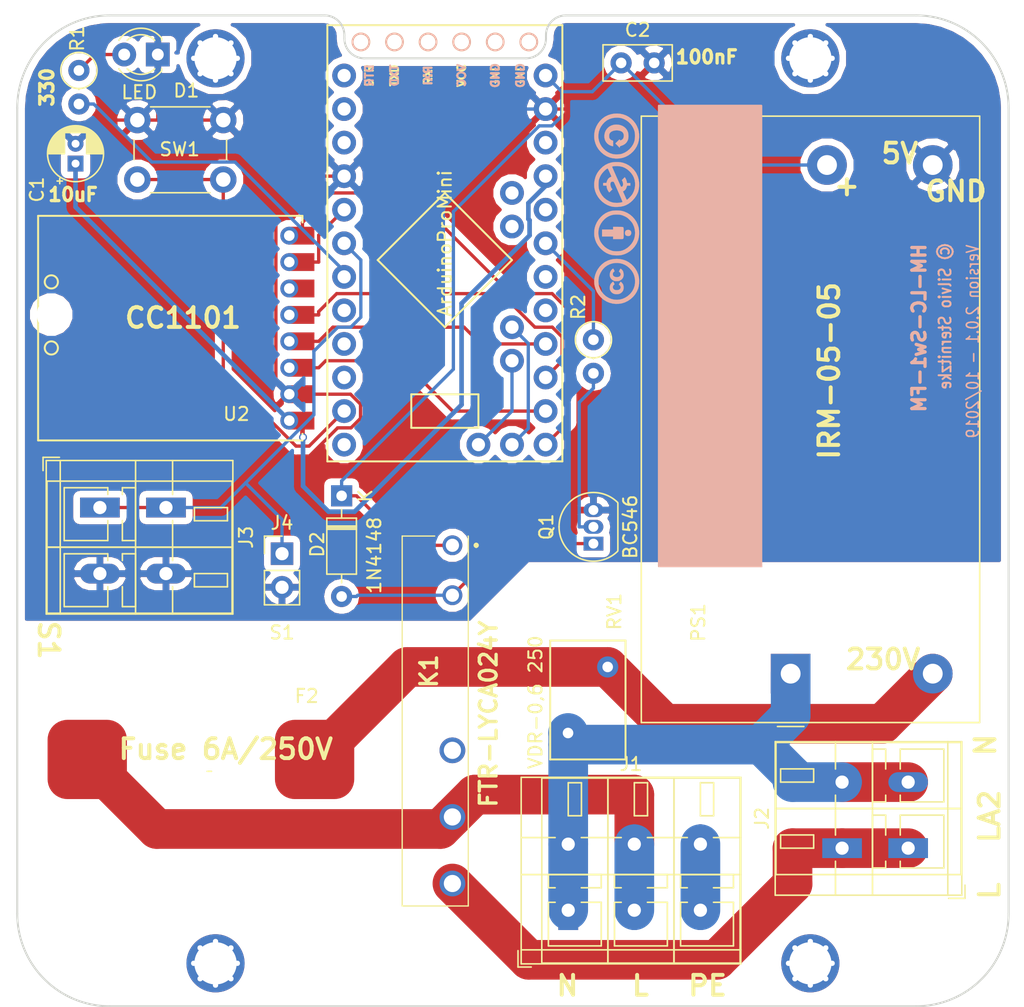
<source format=kicad_pcb>
(kicad_pcb (version 20171130) (host pcbnew "(5.0.2)-1")

  (general
    (thickness 1.6)
    (drawings 36)
    (tracks 172)
    (zones 0)
    (modules 25)
    (nets 35)
  )

  (page A4)
  (layers
    (0 F.Cu signal)
    (31 B.Cu signal)
    (32 B.Adhes user)
    (33 F.Adhes user)
    (34 B.Paste user)
    (35 F.Paste user)
    (36 B.SilkS user)
    (37 F.SilkS user)
    (38 B.Mask user)
    (39 F.Mask user)
    (40 Dwgs.User user)
    (41 Cmts.User user)
    (42 Eco1.User user)
    (43 Eco2.User user)
    (44 Edge.Cuts user)
    (45 Margin user)
    (46 B.CrtYd user)
    (47 F.CrtYd user)
    (48 B.Fab user)
    (49 F.Fab user)
  )

  (setup
    (last_trace_width 0.25)
    (trace_clearance 0.2)
    (zone_clearance 0.508)
    (zone_45_only yes)
    (trace_min 0.2)
    (segment_width 0.2)
    (edge_width 0.15)
    (via_size 0.6)
    (via_drill 0.4)
    (via_min_size 0.4)
    (via_min_drill 0.3)
    (uvia_size 0.3)
    (uvia_drill 0.1)
    (uvias_allowed no)
    (uvia_min_size 0.3)
    (uvia_min_drill 0.1)
    (pcb_text_width 0.3)
    (pcb_text_size 1.5 1.5)
    (mod_edge_width 0.15)
    (mod_text_size 1 1)
    (mod_text_width 0.15)
    (pad_size 4.4 4.4)
    (pad_drill 3.2)
    (pad_to_mask_clearance 0.2)
    (solder_mask_min_width 0.25)
    (aux_axis_origin 100 77)
    (visible_elements 7FFFFFFF)
    (pcbplotparams
      (layerselection 0x010f0_ffffffff)
      (usegerberextensions false)
      (usegerberattributes false)
      (usegerberadvancedattributes false)
      (creategerberjobfile false)
      (excludeedgelayer true)
      (linewidth 0.100000)
      (plotframeref false)
      (viasonmask false)
      (mode 1)
      (useauxorigin false)
      (hpglpennumber 1)
      (hpglpenspeed 20)
      (hpglpendiameter 15.000000)
      (psnegative false)
      (psa4output false)
      (plotreference true)
      (plotvalue true)
      (plotinvisibletext false)
      (padsonsilk false)
      (subtractmaskfromsilk true)
      (outputformat 1)
      (mirror false)
      (drillshape 0)
      (scaleselection 1)
      (outputdirectory "Gerber/"))
  )

  (net 0 "")
  (net 1 +3V3)
  (net 2 GND)
  (net 3 "Net-(U1-Pad22)")
  (net 4 "Net-(U1-Pad24)")
  (net 5 "Net-(U2-Pad6)")
  (net 6 "Net-(R1-Pad2)")
  (net 7 "Net-(SW1-Pad1)")
  (net 8 /SS)
  (net 9 /D2)
  (net 10 /MOSI)
  (net 11 /SCK)
  (net 12 /MISO)
  (net 13 GNDPWR)
  (net 14 +5V)
  (net 15 "Net-(U1-Pad5)")
  (net 16 "Net-(U1-Pad6)")
  (net 17 "Net-(U1-Pad10)")
  (net 18 /D3)
  (net 19 "Net-(U1-Pad20)")
  (net 20 "Net-(U1-Pad25)")
  (net 21 "Net-(U1-Pad26)")
  (net 22 "Net-(D1-Pad2)")
  (net 23 "Net-(U1-Pad28)")
  (net 24 "Net-(U1-Pad27)")
  (net 25 "Net-(J2-Pad1)")
  (net 26 "Net-(F2-Pad1)")
  (net 27 "Net-(F2-Pad2)")
  (net 28 "Net-(J1-Pad1)")
  (net 29 /D16)
  (net 30 "Net-(U1-Pad8)")
  (net 31 "Net-(U1-Pad21)")
  (net 32 "Net-(D2-Pad2)")
  (net 33 "Net-(K1-Pad3)")
  (net 34 "Net-(Q1-Pad2)")

  (net_class Default "Dies ist die voreingestellte Netzklasse."
    (clearance 0.2)
    (trace_width 0.25)
    (via_dia 0.6)
    (via_drill 0.4)
    (uvia_dia 0.3)
    (uvia_drill 0.1)
    (add_net +5V)
    (add_net /D16)
    (add_net /D2)
    (add_net /D3)
    (add_net /MISO)
    (add_net /MOSI)
    (add_net /SCK)
    (add_net /SS)
    (add_net GND)
    (add_net "Net-(D1-Pad2)")
    (add_net "Net-(D2-Pad2)")
    (add_net "Net-(K1-Pad3)")
    (add_net "Net-(Q1-Pad2)")
    (add_net "Net-(R1-Pad2)")
    (add_net "Net-(SW1-Pad1)")
    (add_net "Net-(U1-Pad10)")
    (add_net "Net-(U1-Pad20)")
    (add_net "Net-(U1-Pad21)")
    (add_net "Net-(U1-Pad22)")
    (add_net "Net-(U1-Pad24)")
    (add_net "Net-(U1-Pad25)")
    (add_net "Net-(U1-Pad26)")
    (add_net "Net-(U1-Pad27)")
    (add_net "Net-(U1-Pad28)")
    (add_net "Net-(U1-Pad5)")
    (add_net "Net-(U1-Pad6)")
    (add_net "Net-(U1-Pad8)")
    (add_net "Net-(U2-Pad6)")
  )

  (net_class +3V3 ""
    (clearance 0.2)
    (trace_width 0.35)
    (via_dia 0.6)
    (via_drill 0.4)
    (uvia_dia 0.3)
    (uvia_drill 0.1)
    (add_net +3V3)
  )

  (net_class 230V ""
    (clearance 0.75)
    (trace_width 3)
    (via_dia 0.8)
    (via_drill 0.4)
    (uvia_dia 0.3)
    (uvia_drill 0.1)
    (add_net GNDPWR)
    (add_net "Net-(F2-Pad1)")
    (add_net "Net-(F2-Pad2)")
    (add_net "Net-(J1-Pad1)")
    (add_net "Net-(J2-Pad1)")
  )

  (module Mounting_Holes:MountingHole_2.2mm_M2_Pad_Via (layer F.Cu) (tedit 5DB5C4D1) (tstamp 5ADA59F6)
    (at 116 81.25)
    (descr "Mounting Hole 2.2mm, M2")
    (tags "mounting hole 2.2mm m2")
    (attr virtual)
    (fp_text reference P3 (at 0 -3.2) (layer F.SilkS) hide
      (effects (font (size 1 1) (thickness 0.15)))
    )
    (fp_text value "" (at 0 3.2) (layer F.Fab) hide
      (effects (font (size 1 1) (thickness 0.15)))
    )
    (fp_text user %R (at 0.3 0) (layer F.Fab)
      (effects (font (size 1 1) (thickness 0.15)))
    )
    (fp_circle (center 0 0) (end 2.2 0) (layer Cmts.User) (width 0.15))
    (fp_circle (center 0 0) (end 2.45 0) (layer F.CrtYd) (width 0.05))
    (pad 1 thru_hole circle (at 0 0) (size 4.4 4.4) (drill 3.2) (layers *.Cu *.Mask))
    (pad 1 thru_hole circle (at 1.65 0) (size 0.7 0.7) (drill 0.4) (layers *.Cu *.Mask))
    (pad 1 thru_hole circle (at 1.166726 1.166726) (size 0.7 0.7) (drill 0.4) (layers *.Cu *.Mask))
    (pad 1 thru_hole circle (at 0 1.65) (size 0.7 0.7) (drill 0.4) (layers *.Cu *.Mask))
    (pad 1 thru_hole circle (at -1.166726 1.166726) (size 0.7 0.7) (drill 0.4) (layers *.Cu *.Mask))
    (pad 1 thru_hole circle (at -1.65 0) (size 0.7 0.7) (drill 0.4) (layers *.Cu *.Mask))
    (pad 1 thru_hole circle (at -1.166726 -1.166726) (size 0.7 0.7) (drill 0.4) (layers *.Cu *.Mask))
    (pad 1 thru_hole circle (at 0 -1.65) (size 0.7 0.7) (drill 0.4) (layers *.Cu *.Mask))
    (pad 1 thru_hole circle (at 1.166726 -1.166726) (size 0.7 0.7) (drill 0.4) (layers *.Cu *.Mask))
  )

  (module Mounting_Holes:MountingHole_2.2mm_M2_Pad_Via (layer F.Cu) (tedit 5DB5C4B9) (tstamp 5ADA59D5)
    (at 161 81.25)
    (descr "Mounting Hole 2.2mm, M2")
    (tags "mounting hole 2.2mm m2")
    (attr virtual)
    (fp_text reference P2 (at 0 -3.2) (layer F.SilkS) hide
      (effects (font (size 1 1) (thickness 0.15)))
    )
    (fp_text value "" (at 0 3.2) (layer F.Fab) hide
      (effects (font (size 1 1) (thickness 0.15)))
    )
    (fp_text user %R (at 0.3 0) (layer F.Fab)
      (effects (font (size 1 1) (thickness 0.15)))
    )
    (fp_circle (center 0 0) (end 2.2 0) (layer Cmts.User) (width 0.15))
    (fp_circle (center 0 0) (end 2.45 0) (layer F.CrtYd) (width 0.05))
    (pad 1 thru_hole circle (at 0 0) (size 4.4 4.4) (drill 3.2) (layers *.Cu *.Mask))
    (pad 1 thru_hole circle (at 1.65 0) (size 0.7 0.7) (drill 0.4) (layers *.Cu *.Mask))
    (pad 1 thru_hole circle (at 1.166726 1.166726) (size 0.7 0.7) (drill 0.4) (layers *.Cu *.Mask))
    (pad 1 thru_hole circle (at 0 1.65) (size 0.7 0.7) (drill 0.4) (layers *.Cu *.Mask))
    (pad 1 thru_hole circle (at -1.166726 1.166726) (size 0.7 0.7) (drill 0.4) (layers *.Cu *.Mask))
    (pad 1 thru_hole circle (at -1.65 0) (size 0.7 0.7) (drill 0.4) (layers *.Cu *.Mask))
    (pad 1 thru_hole circle (at -1.166726 -1.166726) (size 0.7 0.7) (drill 0.4) (layers *.Cu *.Mask))
    (pad 1 thru_hole circle (at 0 -1.65) (size 0.7 0.7) (drill 0.4) (layers *.Cu *.Mask))
    (pad 1 thru_hole circle (at 1.166726 -1.166726) (size 0.7 0.7) (drill 0.4) (layers *.Cu *.Mask))
  )

  (module Mounting_Holes:MountingHole_2.2mm_M2_Pad_Via (layer F.Cu) (tedit 5DB5C4F2) (tstamp 5ADA59AD)
    (at 161 149.75)
    (descr "Mounting Hole 2.2mm, M2")
    (tags "mounting hole 2.2mm m2")
    (attr virtual)
    (fp_text reference P5 (at 0 -3.2) (layer F.SilkS) hide
      (effects (font (size 1 1) (thickness 0.15)))
    )
    (fp_text value "" (at 0 3.2) (layer F.Fab) hide
      (effects (font (size 1 1) (thickness 0.15)))
    )
    (fp_text user %R (at 0.3 0) (layer F.Fab)
      (effects (font (size 1 1) (thickness 0.15)))
    )
    (fp_circle (center 0 0) (end 2.2 0) (layer Cmts.User) (width 0.15))
    (fp_circle (center 0 0) (end 2.45 0) (layer F.CrtYd) (width 0.05))
    (pad 1 thru_hole circle (at 0 0) (size 4.4 4.4) (drill 3.2) (layers *.Cu *.Mask))
    (pad 1 thru_hole circle (at 1.65 0) (size 0.7 0.7) (drill 0.4) (layers *.Cu *.Mask))
    (pad 1 thru_hole circle (at 1.166726 1.166726) (size 0.7 0.7) (drill 0.4) (layers *.Cu *.Mask))
    (pad 1 thru_hole circle (at 0 1.65) (size 0.7 0.7) (drill 0.4) (layers *.Cu *.Mask))
    (pad 1 thru_hole circle (at -1.166726 1.166726) (size 0.7 0.7) (drill 0.4) (layers *.Cu *.Mask))
    (pad 1 thru_hole circle (at -1.65 0) (size 0.7 0.7) (drill 0.4) (layers *.Cu *.Mask))
    (pad 1 thru_hole circle (at -1.166726 -1.166726) (size 0.7 0.7) (drill 0.4) (layers *.Cu *.Mask))
    (pad 1 thru_hole circle (at 0 -1.65) (size 0.7 0.7) (drill 0.4) (layers *.Cu *.Mask))
    (pad 1 thru_hole circle (at 1.166726 -1.166726) (size 0.7 0.7) (drill 0.4) (layers *.Cu *.Mask))
  )

  (module Mounting_Holes:MountingHole_2.2mm_M2 (layer F.Cu) (tedit 5C8CDE17) (tstamp 5AD9FA93)
    (at 103.568 100.648 90)
    (descr "Mounting Hole 2.2mm, no annular, M2")
    (tags "mounting hole 2.2mm no annular m2")
    (attr virtual)
    (fp_text reference P1 (at 0 -3.2 90) (layer F.SilkS) hide
      (effects (font (size 1 1) (thickness 0.15)))
    )
    (fp_text value "" (at 0 3.2 90) (layer F.Fab) hide
      (effects (font (size 1 1) (thickness 0.15)))
    )
    (fp_text user %R (at 0.3 0 90) (layer F.Fab)
      (effects (font (size 1 1) (thickness 0.15)))
    )
    (fp_circle (center 0 0) (end 2.2 0) (layer Cmts.User) (width 0.15))
    (fp_circle (center 0 0) (end 2.45 0) (layer F.CrtYd) (width 0.05))
    (pad 1 np_thru_hole circle (at 0 0 90) (size 2.2 2.2) (drill 2.2) (layers *.Cu *.Mask))
  )

  (module Mounting_Holes:MountingHole_2.2mm_M2_Pad_Via (layer F.Cu) (tedit 5DB5C4E4) (tstamp 5ADA593A)
    (at 116 149.75)
    (descr "Mounting Hole 2.2mm, M2")
    (tags "mounting hole 2.2mm m2")
    (attr virtual)
    (fp_text reference P4 (at 0 -3.2) (layer F.SilkS) hide
      (effects (font (size 1 1) (thickness 0.15)))
    )
    (fp_text value "" (at 0 3.2) (layer F.Fab) hide
      (effects (font (size 1 1) (thickness 0.15)))
    )
    (fp_text user %R (at 0.3 0) (layer F.Fab)
      (effects (font (size 1 1) (thickness 0.15)))
    )
    (fp_circle (center 0 0) (end 2.2 0) (layer Cmts.User) (width 0.15))
    (fp_circle (center 0 0) (end 2.45 0) (layer F.CrtYd) (width 0.05))
    (pad 1 thru_hole circle (at 0 0) (size 4.4 4.4) (drill 3.2) (layers *.Cu *.Mask))
    (pad 1 thru_hole circle (at 1.65 0) (size 0.7 0.7) (drill 0.4) (layers *.Cu *.Mask))
    (pad 1 thru_hole circle (at 1.166726 1.166726) (size 0.7 0.7) (drill 0.4) (layers *.Cu *.Mask))
    (pad 1 thru_hole circle (at 0 1.65) (size 0.7 0.7) (drill 0.4) (layers *.Cu *.Mask))
    (pad 1 thru_hole circle (at -1.166726 1.166726) (size 0.7 0.7) (drill 0.4) (layers *.Cu *.Mask))
    (pad 1 thru_hole circle (at -1.65 0) (size 0.7 0.7) (drill 0.4) (layers *.Cu *.Mask))
    (pad 1 thru_hole circle (at -1.166726 -1.166726) (size 0.7 0.7) (drill 0.4) (layers *.Cu *.Mask))
    (pad 1 thru_hole circle (at 0 -1.65) (size 0.7 0.7) (drill 0.4) (layers *.Cu *.Mask))
    (pad 1 thru_hole circle (at 1.166726 -1.166726) (size 0.7 0.7) (drill 0.4) (layers *.Cu *.Mask))
  )

  (module TerminalBlock_WAGO:TerminalBlock_WAGO_236-103_1x03_P5.00mm_45Degree (layer F.Cu) (tedit 5B294EE3) (tstamp 5C99C544)
    (at 142.684 145.732)
    (descr "Terminal Block WAGO 236-103, 45Degree (cable under 45degree), 3 pins, pitch 5mm, size 16.5x14mm^2, drill diamater 1mm, pad diameter 3mm, see , script-generated with , script-generated using https://github.com/pointhi/kicad-footprint-generator/scripts/TerminalBlock_WAGO")
    (tags "THT Terminal Block WAGO 236-103 45Degree pitch 5mm size 16.5x14mm^2 drill 1mm pad 3mm")
    (path /5C8E3729)
    (fp_text reference J1 (at 4.75 -11.06) (layer F.SilkS)
      (effects (font (size 1 1) (thickness 0.15)))
    )
    (fp_text value 230V (at 4.75 5.06) (layer F.Fab)
      (effects (font (size 1 1) (thickness 0.15)))
    )
    (fp_line (start -3.5 -10) (end 13 -10) (layer F.Fab) (width 0.1))
    (fp_line (start 13 -10) (end 13 4) (layer F.Fab) (width 0.1))
    (fp_line (start 13 4) (end -2.5 4) (layer F.Fab) (width 0.1))
    (fp_line (start -2.5 4) (end -3.5 3) (layer F.Fab) (width 0.1))
    (fp_line (start -3.5 3) (end -3.5 -10) (layer F.Fab) (width 0.1))
    (fp_line (start -3.5 3) (end 13 3) (layer F.Fab) (width 0.1))
    (fp_line (start -3.56 3) (end 13.06 3) (layer F.SilkS) (width 0.12))
    (fp_line (start -3.5 -2.7) (end 13 -2.7) (layer F.Fab) (width 0.1))
    (fp_line (start -3.56 -2.7) (end 13.06 -2.7) (layer F.SilkS) (width 0.12))
    (fp_line (start -3.5 -5.5) (end 13 -5.5) (layer F.Fab) (width 0.1))
    (fp_line (start -3.56 -5.5) (end -0.99 -5.5) (layer F.SilkS) (width 0.12))
    (fp_line (start 0.99 -5.5) (end 4.01 -5.5) (layer F.SilkS) (width 0.12))
    (fp_line (start 5.99 -5.5) (end 9.01 -5.5) (layer F.SilkS) (width 0.12))
    (fp_line (start 10.99 -5.5) (end 13.06 -5.5) (layer F.SilkS) (width 0.12))
    (fp_line (start -3.56 -10.06) (end 13.06 -10.06) (layer F.SilkS) (width 0.12))
    (fp_line (start -3.56 4.06) (end 13.06 4.06) (layer F.SilkS) (width 0.12))
    (fp_line (start -3.56 -10.06) (end -3.56 4.06) (layer F.SilkS) (width 0.12))
    (fp_line (start 13.06 -10.06) (end 13.06 4.06) (layer F.SilkS) (width 0.12))
    (fp_line (start -1.5 -0.6) (end -0.99 -0.6) (layer F.SilkS) (width 0.12))
    (fp_line (start 0.99 -0.6) (end 2.5 -0.6) (layer F.SilkS) (width 0.12))
    (fp_line (start -1.5 2.7) (end 2.5 2.7) (layer F.SilkS) (width 0.12))
    (fp_line (start -1.5 -0.6) (end -1.5 2.7) (layer F.SilkS) (width 0.12))
    (fp_line (start 2.5 -0.6) (end 2.5 2.7) (layer F.SilkS) (width 0.12))
    (fp_line (start -1.5 -0.6) (end -1.5 2.7) (layer F.Fab) (width 0.1))
    (fp_line (start -1.5 2.7) (end 2.5 2.7) (layer F.Fab) (width 0.1))
    (fp_line (start 2.5 2.7) (end 2.5 -0.6) (layer F.Fab) (width 0.1))
    (fp_line (start 2.5 -0.6) (end -1.5 -0.6) (layer F.Fab) (width 0.1))
    (fp_line (start -2 -10) (end -2 4) (layer F.Fab) (width 0.1))
    (fp_line (start -2 4) (end 3 4) (layer F.Fab) (width 0.1))
    (fp_line (start 3 4) (end 3 -10) (layer F.Fab) (width 0.1))
    (fp_line (start 3 -10) (end -2 -10) (layer F.Fab) (width 0.1))
    (fp_line (start -2 -10) (end 3 -10) (layer F.SilkS) (width 0.12))
    (fp_line (start -2 4) (end 3 4) (layer F.SilkS) (width 0.12))
    (fp_line (start -2 -10) (end -2 4) (layer F.SilkS) (width 0.12))
    (fp_line (start 3 -10) (end 3 4) (layer F.SilkS) (width 0.12))
    (fp_line (start -1.5 -2.7) (end -1.5 -1.7) (layer F.Fab) (width 0.1))
    (fp_line (start -1.5 -1.7) (end 2.5 -1.7) (layer F.Fab) (width 0.1))
    (fp_line (start 2.5 -1.7) (end 2.5 -2.7) (layer F.Fab) (width 0.1))
    (fp_line (start 2.5 -2.7) (end -1.5 -2.7) (layer F.Fab) (width 0.1))
    (fp_line (start -1.5 -2.7) (end 2.5 -2.7) (layer F.SilkS) (width 0.12))
    (fp_line (start -1.5 -1.701) (end -0.99 -1.701) (layer F.SilkS) (width 0.12))
    (fp_line (start 0.99 -1.701) (end 2.5 -1.701) (layer F.SilkS) (width 0.12))
    (fp_line (start -1.5 -2.7) (end -1.5 -1.701) (layer F.SilkS) (width 0.12))
    (fp_line (start 2.5 -2.7) (end 2.5 -1.701) (layer F.SilkS) (width 0.12))
    (fp_line (start 0 -9.65) (end 0 -7.15) (layer F.Fab) (width 0.1))
    (fp_line (start 0 -7.15) (end 1 -7.15) (layer F.Fab) (width 0.1))
    (fp_line (start 1 -7.15) (end 1 -9.65) (layer F.Fab) (width 0.1))
    (fp_line (start 1 -9.65) (end 0 -9.65) (layer F.Fab) (width 0.1))
    (fp_line (start 0 -9.65) (end 1 -9.65) (layer F.SilkS) (width 0.12))
    (fp_line (start 0 -7.15) (end 1 -7.15) (layer F.SilkS) (width 0.12))
    (fp_line (start 0 -9.65) (end 0 -7.15) (layer F.SilkS) (width 0.12))
    (fp_line (start 1 -9.65) (end 1 -7.15) (layer F.SilkS) (width 0.12))
    (fp_line (start 3.5 -0.6) (end 4.01 -0.6) (layer F.SilkS) (width 0.12))
    (fp_line (start 5.99 -0.6) (end 7.5 -0.6) (layer F.SilkS) (width 0.12))
    (fp_line (start 3.5 2.7) (end 7.5 2.7) (layer F.SilkS) (width 0.12))
    (fp_line (start 3.5 -0.6) (end 3.5 2.7) (layer F.SilkS) (width 0.12))
    (fp_line (start 7.5 -0.6) (end 7.5 2.7) (layer F.SilkS) (width 0.12))
    (fp_line (start 3.5 -0.6) (end 3.5 2.7) (layer F.Fab) (width 0.1))
    (fp_line (start 3.5 2.7) (end 7.5 2.7) (layer F.Fab) (width 0.1))
    (fp_line (start 7.5 2.7) (end 7.5 -0.6) (layer F.Fab) (width 0.1))
    (fp_line (start 7.5 -0.6) (end 3.5 -0.6) (layer F.Fab) (width 0.1))
    (fp_line (start 3 -10) (end 3 4) (layer F.Fab) (width 0.1))
    (fp_line (start 3 4) (end 8 4) (layer F.Fab) (width 0.1))
    (fp_line (start 8 4) (end 8 -10) (layer F.Fab) (width 0.1))
    (fp_line (start 8 -10) (end 3 -10) (layer F.Fab) (width 0.1))
    (fp_line (start 3 -10) (end 8 -10) (layer F.SilkS) (width 0.12))
    (fp_line (start 3 4) (end 8 4) (layer F.SilkS) (width 0.12))
    (fp_line (start 3 -10) (end 3 4) (layer F.SilkS) (width 0.12))
    (fp_line (start 8 -10) (end 8 4) (layer F.SilkS) (width 0.12))
    (fp_line (start 3.5 -2.7) (end 3.5 -1.7) (layer F.Fab) (width 0.1))
    (fp_line (start 3.5 -1.7) (end 7.5 -1.7) (layer F.Fab) (width 0.1))
    (fp_line (start 7.5 -1.7) (end 7.5 -2.7) (layer F.Fab) (width 0.1))
    (fp_line (start 7.5 -2.7) (end 3.5 -2.7) (layer F.Fab) (width 0.1))
    (fp_line (start 3.5 -2.7) (end 7.5 -2.7) (layer F.SilkS) (width 0.12))
    (fp_line (start 3.5 -1.701) (end 4.01 -1.701) (layer F.SilkS) (width 0.12))
    (fp_line (start 5.99 -1.701) (end 7.5 -1.701) (layer F.SilkS) (width 0.12))
    (fp_line (start 3.5 -2.7) (end 3.5 -1.701) (layer F.SilkS) (width 0.12))
    (fp_line (start 7.5 -2.7) (end 7.5 -1.701) (layer F.SilkS) (width 0.12))
    (fp_line (start 5 -9.65) (end 5 -7.15) (layer F.Fab) (width 0.1))
    (fp_line (start 5 -7.15) (end 6 -7.15) (layer F.Fab) (width 0.1))
    (fp_line (start 6 -7.15) (end 6 -9.65) (layer F.Fab) (width 0.1))
    (fp_line (start 6 -9.65) (end 5 -9.65) (layer F.Fab) (width 0.1))
    (fp_line (start 5 -9.65) (end 6 -9.65) (layer F.SilkS) (width 0.12))
    (fp_line (start 5 -7.15) (end 6 -7.15) (layer F.SilkS) (width 0.12))
    (fp_line (start 5 -9.65) (end 5 -7.15) (layer F.SilkS) (width 0.12))
    (fp_line (start 6 -9.65) (end 6 -7.15) (layer F.SilkS) (width 0.12))
    (fp_line (start 8.5 -0.6) (end 9.01 -0.6) (layer F.SilkS) (width 0.12))
    (fp_line (start 10.99 -0.6) (end 12.5 -0.6) (layer F.SilkS) (width 0.12))
    (fp_line (start 8.5 2.7) (end 12.5 2.7) (layer F.SilkS) (width 0.12))
    (fp_line (start 8.5 -0.6) (end 8.5 2.7) (layer F.SilkS) (width 0.12))
    (fp_line (start 12.5 -0.6) (end 12.5 2.7) (layer F.SilkS) (width 0.12))
    (fp_line (start 8.5 -0.6) (end 8.5 2.7) (layer F.Fab) (width 0.1))
    (fp_line (start 8.5 2.7) (end 12.5 2.7) (layer F.Fab) (width 0.1))
    (fp_line (start 12.5 2.7) (end 12.5 -0.6) (layer F.Fab) (width 0.1))
    (fp_line (start 12.5 -0.6) (end 8.5 -0.6) (layer F.Fab) (width 0.1))
    (fp_line (start 8 -10) (end 8 4) (layer F.Fab) (width 0.1))
    (fp_line (start 8 4) (end 13 4) (layer F.Fab) (width 0.1))
    (fp_line (start 13 4) (end 13 -10) (layer F.Fab) (width 0.1))
    (fp_line (start 13 -10) (end 8 -10) (layer F.Fab) (width 0.1))
    (fp_line (start 8 -10) (end 13 -10) (layer F.SilkS) (width 0.12))
    (fp_line (start 8 4) (end 13 4) (layer F.SilkS) (width 0.12))
    (fp_line (start 8 -10) (end 8 4) (layer F.SilkS) (width 0.12))
    (fp_line (start 13 -10) (end 13 4) (layer F.SilkS) (width 0.12))
    (fp_line (start 8.5 -2.7) (end 8.5 -1.7) (layer F.Fab) (width 0.1))
    (fp_line (start 8.5 -1.7) (end 12.5 -1.7) (layer F.Fab) (width 0.1))
    (fp_line (start 12.5 -1.7) (end 12.5 -2.7) (layer F.Fab) (width 0.1))
    (fp_line (start 12.5 -2.7) (end 8.5 -2.7) (layer F.Fab) (width 0.1))
    (fp_line (start 8.5 -2.7) (end 12.5 -2.7) (layer F.SilkS) (width 0.12))
    (fp_line (start 8.5 -1.701) (end 9.01 -1.701) (layer F.SilkS) (width 0.12))
    (fp_line (start 10.99 -1.701) (end 12.5 -1.701) (layer F.SilkS) (width 0.12))
    (fp_line (start 8.5 -2.7) (end 8.5 -1.701) (layer F.SilkS) (width 0.12))
    (fp_line (start 12.5 -2.7) (end 12.5 -1.701) (layer F.SilkS) (width 0.12))
    (fp_line (start 10 -9.65) (end 10 -7.15) (layer F.Fab) (width 0.1))
    (fp_line (start 10 -7.15) (end 11 -7.15) (layer F.Fab) (width 0.1))
    (fp_line (start 11 -7.15) (end 11 -9.65) (layer F.Fab) (width 0.1))
    (fp_line (start 11 -9.65) (end 10 -9.65) (layer F.Fab) (width 0.1))
    (fp_line (start 10 -9.65) (end 11 -9.65) (layer F.SilkS) (width 0.12))
    (fp_line (start 10 -7.15) (end 11 -7.15) (layer F.SilkS) (width 0.12))
    (fp_line (start 10 -9.65) (end 10 -7.15) (layer F.SilkS) (width 0.12))
    (fp_line (start 11 -9.65) (end 11 -7.15) (layer F.SilkS) (width 0.12))
    (fp_line (start -3.8 3.06) (end -3.8 4.3) (layer F.SilkS) (width 0.12))
    (fp_line (start -3.8 4.3) (end -2.8 4.3) (layer F.SilkS) (width 0.12))
    (fp_line (start -4 -10.5) (end -4 4.5) (layer F.CrtYd) (width 0.05))
    (fp_line (start -4 4.5) (end 13.5 4.5) (layer F.CrtYd) (width 0.05))
    (fp_line (start 13.5 4.5) (end 13.5 -10.5) (layer F.CrtYd) (width 0.05))
    (fp_line (start 13.5 -10.5) (end -4 -10.5) (layer F.CrtYd) (width 0.05))
    (fp_text user %R (at 4.75 -4) (layer F.Fab)
      (effects (font (size 1 1) (thickness 0.15)))
    )
    (pad 1 thru_hole rect (at 0 0) (size 1.5 3) (drill 1) (layers *.Cu *.Mask)
      (net 28 "Net-(J1-Pad1)"))
    (pad 1 thru_hole rect (at 0 -5) (size 1.5 3) (drill 1) (layers *.Cu *.Mask)
      (net 28 "Net-(J1-Pad1)"))
    (pad 2 thru_hole oval (at 5 0) (size 1.5 3) (drill 1) (layers *.Cu *.Mask)
      (net 26 "Net-(F2-Pad1)"))
    (pad 2 thru_hole oval (at 5 -5) (size 1.5 3) (drill 1) (layers *.Cu *.Mask)
      (net 26 "Net-(F2-Pad1)"))
    (pad 3 thru_hole oval (at 10 0) (size 1.5 3) (drill 1) (layers *.Cu *.Mask)
      (net 13 GNDPWR))
    (pad 3 thru_hole oval (at 10 -5) (size 1.5 3) (drill 1) (layers *.Cu *.Mask)
      (net 13 GNDPWR))
    (model ${KISYS3DMOD}/TerminalBlock_WAGO.3dshapes/TerminalBlock_WAGO_236-103_1x03_P5.00mm_45Degree.wrl
      (at (xyz 0 0 0))
      (scale (xyz 1 1 1))
      (rotate (xyz 0 0 0))
    )
  )

  (module Resistor_THT:R_Axial_DIN0207_L6.3mm_D2.5mm_P2.54mm_Vertical (layer F.Cu) (tedit 5DB5B02E) (tstamp 5CBF5C44)
    (at 105.664 82.169 270)
    (descr "Resistor, Axial_DIN0207 series, Axial, Vertical, pin pitch=2.54mm, 0.25W = 1/4W, length*diameter=6.3*2.5mm^2, http://cdn-reichelt.de/documents/datenblatt/B400/1_4W%23YAG.pdf")
    (tags "Resistor Axial_DIN0207 series Axial Vertical pin pitch 2.54mm 0.25W = 1/4W length 6.3mm diameter 2.5mm")
    (path /5ABE25C7)
    (fp_text reference R1 (at -2.413 0.127 270) (layer F.SilkS)
      (effects (font (size 1 1) (thickness 0.15)))
    )
    (fp_text value 330 (at 1.27 2.37 270) (layer F.Fab)
      (effects (font (size 1 1) (thickness 0.15)))
    )
    (fp_circle (center 0 0) (end 1.25 0) (layer F.Fab) (width 0.1))
    (fp_circle (center 0 0) (end 1.37 0) (layer F.SilkS) (width 0.12))
    (fp_line (start 0 0) (end 2.54 0) (layer F.Fab) (width 0.1))
    (fp_line (start 1.37 0) (end 1.44 0) (layer F.SilkS) (width 0.12))
    (fp_line (start -1.5 -1.5) (end -1.5 1.5) (layer F.CrtYd) (width 0.05))
    (fp_line (start -1.5 1.5) (end 3.59 1.5) (layer F.CrtYd) (width 0.05))
    (fp_line (start 3.59 1.5) (end 3.59 -1.5) (layer F.CrtYd) (width 0.05))
    (fp_line (start 3.59 -1.5) (end -1.5 -1.5) (layer F.CrtYd) (width 0.05))
    (fp_text user %R (at -2.413 0.127 270) (layer F.Fab)
      (effects (font (size 1 1) (thickness 0.15)))
    )
    (pad 1 thru_hole circle (at 0 0 270) (size 1.6 1.6) (drill 0.8) (layers *.Cu *.Mask)
      (net 22 "Net-(D1-Pad2)"))
    (pad 2 thru_hole oval (at 2.54 0 270) (size 1.6 1.6) (drill 0.8) (layers *.Cu *.Mask)
      (net 6 "Net-(R1-Pad2)"))
    (model ${KISYS3DMOD}/Resistor_THT.3dshapes/R_Axial_DIN0207_L6.3mm_D2.5mm_P2.54mm_Vertical.wrl
      (at (xyz 0 0 0))
      (scale (xyz 1 1 1))
      (rotate (xyz 0 0 0))
    )
  )

  (module Button_Switch_THT:SW_PUSH_6mm_H5mm (layer F.Cu) (tedit 5DB5B042) (tstamp 5CBF5C72)
    (at 116.586 90.424 180)
    (descr "tactile push button, 6x6mm e.g. PHAP33xx series, height=5mm")
    (tags "tact sw push 6mm")
    (path /5ABE0E28)
    (fp_text reference SW1 (at 3.302 2.286 180) (layer F.SilkS)
      (effects (font (size 1 1) (thickness 0.15)))
    )
    (fp_text value CONFIG (at 3.429 -2.159 180) (layer F.Fab)
      (effects (font (size 1 1) (thickness 0.15)))
    )
    (fp_text user %R (at 3.25 2.25 180) (layer F.Fab)
      (effects (font (size 1 1) (thickness 0.15)))
    )
    (fp_line (start 3.25 -0.75) (end 6.25 -0.75) (layer F.Fab) (width 0.1))
    (fp_line (start 6.25 -0.75) (end 6.25 5.25) (layer F.Fab) (width 0.1))
    (fp_line (start 6.25 5.25) (end 0.25 5.25) (layer F.Fab) (width 0.1))
    (fp_line (start 0.25 5.25) (end 0.25 -0.75) (layer F.Fab) (width 0.1))
    (fp_line (start 0.25 -0.75) (end 3.25 -0.75) (layer F.Fab) (width 0.1))
    (fp_line (start 7.75 6) (end 8 6) (layer F.CrtYd) (width 0.05))
    (fp_line (start 8 6) (end 8 5.75) (layer F.CrtYd) (width 0.05))
    (fp_line (start 7.75 -1.5) (end 8 -1.5) (layer F.CrtYd) (width 0.05))
    (fp_line (start 8 -1.5) (end 8 -1.25) (layer F.CrtYd) (width 0.05))
    (fp_line (start -1.5 -1.25) (end -1.5 -1.5) (layer F.CrtYd) (width 0.05))
    (fp_line (start -1.5 -1.5) (end -1.25 -1.5) (layer F.CrtYd) (width 0.05))
    (fp_line (start -1.5 5.75) (end -1.5 6) (layer F.CrtYd) (width 0.05))
    (fp_line (start -1.5 6) (end -1.25 6) (layer F.CrtYd) (width 0.05))
    (fp_line (start -1.25 -1.5) (end 7.75 -1.5) (layer F.CrtYd) (width 0.05))
    (fp_line (start -1.5 5.75) (end -1.5 -1.25) (layer F.CrtYd) (width 0.05))
    (fp_line (start 7.75 6) (end -1.25 6) (layer F.CrtYd) (width 0.05))
    (fp_line (start 8 -1.25) (end 8 5.75) (layer F.CrtYd) (width 0.05))
    (fp_line (start 1 5.5) (end 5.5 5.5) (layer F.SilkS) (width 0.12))
    (fp_line (start -0.25 1.5) (end -0.25 3) (layer F.SilkS) (width 0.12))
    (fp_line (start 5.5 -1) (end 1 -1) (layer F.SilkS) (width 0.12))
    (fp_line (start 6.75 3) (end 6.75 1.5) (layer F.SilkS) (width 0.12))
    (fp_circle (center 3.25 2.25) (end 1.25 2.5) (layer F.Fab) (width 0.1))
    (pad 2 thru_hole circle (at 0 4.5 270) (size 2 2) (drill 1.1) (layers *.Cu *.Mask)
      (net 2 GND))
    (pad 1 thru_hole circle (at 0 0 270) (size 2 2) (drill 1.1) (layers *.Cu *.Mask)
      (net 7 "Net-(SW1-Pad1)"))
    (pad 2 thru_hole circle (at 6.5 4.5 270) (size 2 2) (drill 1.1) (layers *.Cu *.Mask)
      (net 2 GND))
    (pad 1 thru_hole circle (at 6.5 0 270) (size 2 2) (drill 1.1) (layers *.Cu *.Mask)
      (net 7 "Net-(SW1-Pad1)"))
    (model ${KISYS3DMOD}/Button_Switch_THT.3dshapes/SW_PUSH_6mm_H5mm.wrl
      (at (xyz 0 0 0))
      (scale (xyz 1 1 1))
      (rotate (xyz 0 0 0))
    )
  )

  (module LED_THT:LED_D3.0mm (layer F.Cu) (tedit 5DB5B104) (tstamp 5CCBF2B1)
    (at 111.633 80.9625 180)
    (descr "LED, diameter 3.0mm, 2 pins")
    (tags "LED diameter 3.0mm 2 pins")
    (path /5ABE1195)
    (fp_text reference D1 (at -2.159 -2.7305 180) (layer F.SilkS)
      (effects (font (size 1 1) (thickness 0.15)))
    )
    (fp_text value LED (at 1.397 -2.8575 180) (layer F.SilkS)
      (effects (font (size 1 1) (thickness 0.15)))
    )
    (fp_arc (start 1.27 0) (end -0.23 -1.16619) (angle 284.3) (layer F.Fab) (width 0.1))
    (fp_arc (start 1.27 0) (end -0.29 -1.235516) (angle 108.8) (layer F.SilkS) (width 0.12))
    (fp_arc (start 1.27 0) (end -0.29 1.235516) (angle -108.8) (layer F.SilkS) (width 0.12))
    (fp_arc (start 1.27 0) (end 0.229039 -1.08) (angle 87.9) (layer F.SilkS) (width 0.12))
    (fp_arc (start 1.27 0) (end 0.229039 1.08) (angle -87.9) (layer F.SilkS) (width 0.12))
    (fp_circle (center 1.27 0) (end 2.77 0) (layer F.Fab) (width 0.1))
    (fp_line (start -0.23 -1.16619) (end -0.23 1.16619) (layer F.Fab) (width 0.1))
    (fp_line (start -0.29 -1.236) (end -0.29 -1.08) (layer F.SilkS) (width 0.12))
    (fp_line (start -0.29 1.08) (end -0.29 1.236) (layer F.SilkS) (width 0.12))
    (fp_line (start -1.15 -2.25) (end -1.15 2.25) (layer F.CrtYd) (width 0.05))
    (fp_line (start -1.15 2.25) (end 3.7 2.25) (layer F.CrtYd) (width 0.05))
    (fp_line (start 3.7 2.25) (end 3.7 -2.25) (layer F.CrtYd) (width 0.05))
    (fp_line (start 3.7 -2.25) (end -1.15 -2.25) (layer F.CrtYd) (width 0.05))
    (pad 1 thru_hole rect (at 0 0 180) (size 1.8 1.8) (drill 0.9) (layers *.Cu *.Mask)
      (net 2 GND))
    (pad 2 thru_hole circle (at 2.54 0 180) (size 1.8 1.8) (drill 0.9) (layers *.Cu *.Mask)
      (net 22 "Net-(D1-Pad2)"))
    (model ${KISYS3DMOD}/LED_THT.3dshapes/LED_D3.0mm.wrl
      (at (xyz 0 0 0))
      (scale (xyz 1 1 1))
      (rotate (xyz 0 0 0))
    )
  )

  (module Homebrew:ArduinoProMini (layer F.Cu) (tedit 5DB5B115) (tstamp 5CCBF3A2)
    (at 142.24 111.76 90)
    (path /5AF60D3E)
    (fp_text reference U1 (at 3.81 -13.97 90) (layer F.SilkS) hide
      (effects (font (size 1 1) (thickness 0.15)))
    )
    (fp_text value ArduinoProMini (at 16.51 -8.89 90) (layer F.SilkS)
      (effects (font (size 1 1) (thickness 0.15)))
    )
    (fp_text user GND (at 29.21 -3.175 90) (layer B.SilkS)
      (effects (font (size 0.6 0.6) (thickness 0.15)) (justify mirror))
    )
    (fp_text user GND (at 29.21 -5.08 90) (layer B.SilkS)
      (effects (font (size 0.6 0.6) (thickness 0.15)) (justify mirror))
    )
    (fp_text user VCC (at 29.21 -7.62 90) (layer F.SilkS)
      (effects (font (size 0.6 0.6) (thickness 0.15)))
    )
    (fp_text user RXI (at 29.21 -10.16 90) (layer F.SilkS)
      (effects (font (size 0.6 0.6) (thickness 0.15)))
    )
    (fp_text user TXD (at 29.21 -12.7 90) (layer F.SilkS)
      (effects (font (size 0.6 0.6) (thickness 0.15)))
    )
    (fp_text user DTR (at 29.21 -14.605 90) (layer F.SilkS)
      (effects (font (size 0.6 0.6) (thickness 0.15)))
    )
    (fp_text user GND (at 29.21 -3.175 90) (layer F.SilkS)
      (effects (font (size 0.6 0.6) (thickness 0.15)))
    )
    (fp_text user GND (at 29.21 -5.08 90) (layer F.SilkS)
      (effects (font (size 0.6 0.6) (thickness 0.15)))
    )
    (fp_text user VCC (at 29.21 -7.62 90) (layer B.SilkS)
      (effects (font (size 0.6 0.6) (thickness 0.15)) (justify mirror))
    )
    (fp_text user RXI (at 29.21 -10.16 90) (layer B.SilkS)
      (effects (font (size 0.6 0.6) (thickness 0.15)) (justify mirror))
    )
    (fp_text user TXD (at 29.21 -12.7 90) (layer B.SilkS)
      (effects (font (size 0.6 0.6) (thickness 0.15)) (justify mirror))
    )
    (fp_text user DTR (at 29.21 -14.605 90) (layer B.SilkS)
      (effects (font (size 0.6 0.6) (thickness 0.15)) (justify mirror))
    )
    (fp_circle (center 31.75 -2.54) (end 31.75 -1.905) (layer B.SilkS) (width 0.15))
    (fp_circle (center 31.75 -5.08) (end 31.75 -4.445) (layer B.SilkS) (width 0.15))
    (fp_circle (center 31.75 -7.62) (end 31.75 -6.985) (layer B.SilkS) (width 0.15))
    (fp_circle (center 31.75 -10.16) (end 31.75 -9.525) (layer B.SilkS) (width 0.15))
    (fp_circle (center 31.75 -12.7) (end 31.75 -12.065) (layer B.SilkS) (width 0.15))
    (fp_circle (center 31.75 -15.24) (end 31.75 -14.605) (layer B.SilkS) (width 0.15))
    (fp_circle (center 31.75 -2.54) (end 31.75 -1.905) (layer F.SilkS) (width 0.15))
    (fp_circle (center 31.75 -5.08) (end 31.75 -4.445) (layer F.SilkS) (width 0.15))
    (fp_circle (center 31.75 -7.62) (end 31.75 -6.985) (layer F.SilkS) (width 0.15))
    (fp_circle (center 31.75 -10.16) (end 31.75 -9.525) (layer F.SilkS) (width 0.15))
    (fp_circle (center 31.75 -12.7) (end 31.75 -12.065) (layer F.SilkS) (width 0.15))
    (fp_circle (center 31.75 -15.24) (end 31.75 -14.605) (layer F.SilkS) (width 0.15))
    (fp_line (start 2.54 -11.43) (end 2.54 -6.35) (layer F.SilkS) (width 0.15))
    (fp_line (start 2.54 -6.35) (end 5.08 -6.35) (layer F.SilkS) (width 0.15))
    (fp_line (start 5.08 -6.35) (end 5.08 -11.43) (layer F.SilkS) (width 0.15))
    (fp_line (start 5.08 -11.43) (end 2.54 -11.43) (layer F.SilkS) (width 0.15))
    (fp_line (start 15.24 -3.81) (end 20.32 -8.89) (layer F.SilkS) (width 0.15))
    (fp_line (start 20.32 -8.89) (end 15.24 -13.97) (layer F.SilkS) (width 0.15))
    (fp_line (start 15.24 -13.97) (end 10.16 -8.89) (layer F.SilkS) (width 0.15))
    (fp_line (start 10.16 -8.89) (end 15.24 -3.81) (layer F.SilkS) (width 0.15))
    (fp_line (start 0 0) (end 33.02 0) (layer F.SilkS) (width 0.15))
    (fp_line (start 33.02 0) (end 33.02 -17.78) (layer F.SilkS) (width 0.15))
    (fp_line (start 33.02 -17.78) (end 0 -17.78) (layer F.SilkS) (width 0.15))
    (fp_line (start 0 -17.78) (end 0 0) (layer F.SilkS) (width 0.15))
    (pad 28 thru_hole circle (at 10.16 -3.81 90) (size 1.8 1.8) (drill 1) (layers *.Cu *.Mask)
      (net 23 "Net-(U1-Pad28)"))
    (pad 27 thru_hole circle (at 7.62 -3.81 90) (size 1.8 1.8) (drill 1) (layers *.Cu *.Mask)
      (net 24 "Net-(U1-Pad27)"))
    (pad 27 thru_hole circle (at 1.27 -6.35 90) (size 1.8 1.8) (drill 1) (layers *.Cu *.Mask)
      (net 24 "Net-(U1-Pad27)"))
    (pad 28 thru_hole circle (at 1.27 -3.81 90) (size 1.8 1.8) (drill 1) (layers *.Cu *.Mask)
      (net 23 "Net-(U1-Pad28)"))
    (pad 1 thru_hole circle (at 1.27 -1.27 90) (size 1.8 1.8) (drill 1) (layers *.Cu *.Mask)
      (net 8 /SS))
    (pad 2 thru_hole circle (at 3.81 -1.27 90) (size 1.8 1.8) (drill 1) (layers *.Cu *.Mask)
      (net 10 /MOSI))
    (pad 3 thru_hole circle (at 6.35 -1.27 90) (size 1.8 1.8) (drill 1) (layers *.Cu *.Mask)
      (net 12 /MISO))
    (pad 4 thru_hole circle (at 8.89 -1.27 90) (size 1.8 1.8) (drill 1) (layers *.Cu *.Mask)
      (net 11 /SCK))
    (pad 5 thru_hole circle (at 11.43 -1.27 90) (size 1.8 1.8) (drill 1) (layers *.Cu *.Mask)
      (net 15 "Net-(U1-Pad5)"))
    (pad 6 thru_hole circle (at 13.97 -1.27 90) (size 1.8 1.8) (drill 1) (layers *.Cu *.Mask)
      (net 16 "Net-(U1-Pad6)"))
    (pad 7 thru_hole circle (at 16.51 -1.27 90) (size 1.8 1.8) (drill 1) (layers *.Cu *.Mask)
      (net 29 /D16))
    (pad 8 thru_hole circle (at 19.05 -1.27 90) (size 1.8 1.8) (drill 1) (layers *.Cu *.Mask)
      (net 30 "Net-(U1-Pad8)"))
    (pad 9 thru_hole circle (at 21.59 -1.27 90) (size 1.8 1.8) (drill 1) (layers *.Cu *.Mask)
      (net 1 +3V3))
    (pad 10 thru_hole circle (at 24.13 -1.27 90) (size 1.8 1.8) (drill 1) (layers *.Cu *.Mask)
      (net 17 "Net-(U1-Pad10)"))
    (pad 11 thru_hole circle (at 26.67 -1.27 90) (size 1.8 1.8) (drill 1) (layers *.Cu *.Mask)
      (net 2 GND))
    (pad 12 thru_hole circle (at 29.21 -1.27 90) (size 1.8 1.8) (drill 1) (layers *.Cu *.Mask)
      (net 14 +5V))
    (pad 13 thru_hole circle (at 29.21 -16.51 90) (size 1.8 1.8) (drill 1) (layers *.Cu *.Mask))
    (pad 14 thru_hole circle (at 26.67 -16.51 90) (size 1.8 1.8) (drill 1) (layers *.Cu *.Mask))
    (pad 15 thru_hole circle (at 24.13 -16.51 90) (size 1.8 1.8) (drill 1) (layers *.Cu *.Mask))
    (pad 16 thru_hole circle (at 21.59 -16.51 90) (size 1.8 1.8) (drill 1) (layers *.Cu *.Mask)
      (net 2 GND))
    (pad 17 thru_hole circle (at 19.05 -16.51 90) (size 1.8 1.8) (drill 1) (layers *.Cu *.Mask)
      (net 9 /D2))
    (pad 18 thru_hole circle (at 16.51 -16.51 90) (size 1.8 1.8) (drill 1) (layers *.Cu *.Mask)
      (net 18 /D3))
    (pad 19 thru_hole circle (at 13.97 -16.51 90) (size 1.8 1.8) (drill 1) (layers *.Cu *.Mask)
      (net 6 "Net-(R1-Pad2)"))
    (pad 20 thru_hole circle (at 11.43 -16.51 90) (size 1.8 1.8) (drill 1) (layers *.Cu *.Mask)
      (net 19 "Net-(U1-Pad20)"))
    (pad 21 thru_hole circle (at 8.89 -16.51 90) (size 1.8 1.8) (drill 1) (layers *.Cu *.Mask)
      (net 31 "Net-(U1-Pad21)"))
    (pad 22 thru_hole circle (at 6.35 -16.51 90) (size 1.8 1.8) (drill 1) (layers *.Cu *.Mask)
      (net 3 "Net-(U1-Pad22)"))
    (pad 23 thru_hole circle (at 3.81 -16.51 90) (size 1.8 1.8) (drill 1) (layers *.Cu *.Mask)
      (net 7 "Net-(SW1-Pad1)"))
    (pad 24 thru_hole circle (at 1.27 -16.51 90) (size 1.8 1.8) (drill 1) (layers *.Cu *.Mask)
      (net 4 "Net-(U1-Pad24)"))
    (pad 25 thru_hole circle (at 17.78 -3.81 90) (size 1.8 1.8) (drill 1) (layers *.Cu *.Mask)
      (net 20 "Net-(U1-Pad25)"))
    (pad 26 thru_hole circle (at 20.32 -3.81 90) (size 1.8 1.8) (drill 1) (layers *.Cu *.Mask)
      (net 21 "Net-(U1-Pad26)"))
  )

  (module Capacitor_THT:CP_Radial_D4.0mm_P1.50mm (layer F.Cu) (tedit 5AE50EF0) (tstamp 5CCBF5A7)
    (at 105.41 89.2175 90)
    (descr "CP, Radial series, Radial, pin pitch=1.50mm, , diameter=4mm, Electrolytic Capacitor")
    (tags "CP Radial series Radial pin pitch 1.50mm  diameter 4mm Electrolytic Capacitor")
    (path /5ADA3A00)
    (fp_text reference C1 (at -1.9685 -2.921 90) (layer F.SilkS)
      (effects (font (size 1 1) (thickness 0.15)))
    )
    (fp_text value 10uF (at 0.9525 -3.048 90) (layer F.Fab)
      (effects (font (size 1 1) (thickness 0.15)))
    )
    (fp_circle (center 0.75 0) (end 2.75 0) (layer F.Fab) (width 0.1))
    (fp_circle (center 0.75 0) (end 2.87 0) (layer F.SilkS) (width 0.12))
    (fp_circle (center 0.75 0) (end 3 0) (layer F.CrtYd) (width 0.05))
    (fp_line (start -0.952554 -0.8675) (end -0.552554 -0.8675) (layer F.Fab) (width 0.1))
    (fp_line (start -0.752554 -1.0675) (end -0.752554 -0.6675) (layer F.Fab) (width 0.1))
    (fp_line (start 0.75 0.84) (end 0.75 2.08) (layer F.SilkS) (width 0.12))
    (fp_line (start 0.75 -2.08) (end 0.75 -0.84) (layer F.SilkS) (width 0.12))
    (fp_line (start 0.79 0.84) (end 0.79 2.08) (layer F.SilkS) (width 0.12))
    (fp_line (start 0.79 -2.08) (end 0.79 -0.84) (layer F.SilkS) (width 0.12))
    (fp_line (start 0.83 0.84) (end 0.83 2.079) (layer F.SilkS) (width 0.12))
    (fp_line (start 0.83 -2.079) (end 0.83 -0.84) (layer F.SilkS) (width 0.12))
    (fp_line (start 0.87 -2.077) (end 0.87 -0.84) (layer F.SilkS) (width 0.12))
    (fp_line (start 0.87 0.84) (end 0.87 2.077) (layer F.SilkS) (width 0.12))
    (fp_line (start 0.91 -2.074) (end 0.91 -0.84) (layer F.SilkS) (width 0.12))
    (fp_line (start 0.91 0.84) (end 0.91 2.074) (layer F.SilkS) (width 0.12))
    (fp_line (start 0.95 -2.071) (end 0.95 -0.84) (layer F.SilkS) (width 0.12))
    (fp_line (start 0.95 0.84) (end 0.95 2.071) (layer F.SilkS) (width 0.12))
    (fp_line (start 0.99 -2.067) (end 0.99 -0.84) (layer F.SilkS) (width 0.12))
    (fp_line (start 0.99 0.84) (end 0.99 2.067) (layer F.SilkS) (width 0.12))
    (fp_line (start 1.03 -2.062) (end 1.03 -0.84) (layer F.SilkS) (width 0.12))
    (fp_line (start 1.03 0.84) (end 1.03 2.062) (layer F.SilkS) (width 0.12))
    (fp_line (start 1.07 -2.056) (end 1.07 -0.84) (layer F.SilkS) (width 0.12))
    (fp_line (start 1.07 0.84) (end 1.07 2.056) (layer F.SilkS) (width 0.12))
    (fp_line (start 1.11 -2.05) (end 1.11 -0.84) (layer F.SilkS) (width 0.12))
    (fp_line (start 1.11 0.84) (end 1.11 2.05) (layer F.SilkS) (width 0.12))
    (fp_line (start 1.15 -2.042) (end 1.15 -0.84) (layer F.SilkS) (width 0.12))
    (fp_line (start 1.15 0.84) (end 1.15 2.042) (layer F.SilkS) (width 0.12))
    (fp_line (start 1.19 -2.034) (end 1.19 -0.84) (layer F.SilkS) (width 0.12))
    (fp_line (start 1.19 0.84) (end 1.19 2.034) (layer F.SilkS) (width 0.12))
    (fp_line (start 1.23 -2.025) (end 1.23 -0.84) (layer F.SilkS) (width 0.12))
    (fp_line (start 1.23 0.84) (end 1.23 2.025) (layer F.SilkS) (width 0.12))
    (fp_line (start 1.27 -2.016) (end 1.27 -0.84) (layer F.SilkS) (width 0.12))
    (fp_line (start 1.27 0.84) (end 1.27 2.016) (layer F.SilkS) (width 0.12))
    (fp_line (start 1.31 -2.005) (end 1.31 -0.84) (layer F.SilkS) (width 0.12))
    (fp_line (start 1.31 0.84) (end 1.31 2.005) (layer F.SilkS) (width 0.12))
    (fp_line (start 1.35 -1.994) (end 1.35 -0.84) (layer F.SilkS) (width 0.12))
    (fp_line (start 1.35 0.84) (end 1.35 1.994) (layer F.SilkS) (width 0.12))
    (fp_line (start 1.39 -1.982) (end 1.39 -0.84) (layer F.SilkS) (width 0.12))
    (fp_line (start 1.39 0.84) (end 1.39 1.982) (layer F.SilkS) (width 0.12))
    (fp_line (start 1.43 -1.968) (end 1.43 -0.84) (layer F.SilkS) (width 0.12))
    (fp_line (start 1.43 0.84) (end 1.43 1.968) (layer F.SilkS) (width 0.12))
    (fp_line (start 1.471 -1.954) (end 1.471 -0.84) (layer F.SilkS) (width 0.12))
    (fp_line (start 1.471 0.84) (end 1.471 1.954) (layer F.SilkS) (width 0.12))
    (fp_line (start 1.511 -1.94) (end 1.511 -0.84) (layer F.SilkS) (width 0.12))
    (fp_line (start 1.511 0.84) (end 1.511 1.94) (layer F.SilkS) (width 0.12))
    (fp_line (start 1.551 -1.924) (end 1.551 -0.84) (layer F.SilkS) (width 0.12))
    (fp_line (start 1.551 0.84) (end 1.551 1.924) (layer F.SilkS) (width 0.12))
    (fp_line (start 1.591 -1.907) (end 1.591 -0.84) (layer F.SilkS) (width 0.12))
    (fp_line (start 1.591 0.84) (end 1.591 1.907) (layer F.SilkS) (width 0.12))
    (fp_line (start 1.631 -1.889) (end 1.631 -0.84) (layer F.SilkS) (width 0.12))
    (fp_line (start 1.631 0.84) (end 1.631 1.889) (layer F.SilkS) (width 0.12))
    (fp_line (start 1.671 -1.87) (end 1.671 -0.84) (layer F.SilkS) (width 0.12))
    (fp_line (start 1.671 0.84) (end 1.671 1.87) (layer F.SilkS) (width 0.12))
    (fp_line (start 1.711 -1.851) (end 1.711 -0.84) (layer F.SilkS) (width 0.12))
    (fp_line (start 1.711 0.84) (end 1.711 1.851) (layer F.SilkS) (width 0.12))
    (fp_line (start 1.751 -1.83) (end 1.751 -0.84) (layer F.SilkS) (width 0.12))
    (fp_line (start 1.751 0.84) (end 1.751 1.83) (layer F.SilkS) (width 0.12))
    (fp_line (start 1.791 -1.808) (end 1.791 -0.84) (layer F.SilkS) (width 0.12))
    (fp_line (start 1.791 0.84) (end 1.791 1.808) (layer F.SilkS) (width 0.12))
    (fp_line (start 1.831 -1.785) (end 1.831 -0.84) (layer F.SilkS) (width 0.12))
    (fp_line (start 1.831 0.84) (end 1.831 1.785) (layer F.SilkS) (width 0.12))
    (fp_line (start 1.871 -1.76) (end 1.871 -0.84) (layer F.SilkS) (width 0.12))
    (fp_line (start 1.871 0.84) (end 1.871 1.76) (layer F.SilkS) (width 0.12))
    (fp_line (start 1.911 -1.735) (end 1.911 -0.84) (layer F.SilkS) (width 0.12))
    (fp_line (start 1.911 0.84) (end 1.911 1.735) (layer F.SilkS) (width 0.12))
    (fp_line (start 1.951 -1.708) (end 1.951 -0.84) (layer F.SilkS) (width 0.12))
    (fp_line (start 1.951 0.84) (end 1.951 1.708) (layer F.SilkS) (width 0.12))
    (fp_line (start 1.991 -1.68) (end 1.991 -0.84) (layer F.SilkS) (width 0.12))
    (fp_line (start 1.991 0.84) (end 1.991 1.68) (layer F.SilkS) (width 0.12))
    (fp_line (start 2.031 -1.65) (end 2.031 -0.84) (layer F.SilkS) (width 0.12))
    (fp_line (start 2.031 0.84) (end 2.031 1.65) (layer F.SilkS) (width 0.12))
    (fp_line (start 2.071 -1.619) (end 2.071 -0.84) (layer F.SilkS) (width 0.12))
    (fp_line (start 2.071 0.84) (end 2.071 1.619) (layer F.SilkS) (width 0.12))
    (fp_line (start 2.111 -1.587) (end 2.111 -0.84) (layer F.SilkS) (width 0.12))
    (fp_line (start 2.111 0.84) (end 2.111 1.587) (layer F.SilkS) (width 0.12))
    (fp_line (start 2.151 -1.552) (end 2.151 -0.84) (layer F.SilkS) (width 0.12))
    (fp_line (start 2.151 0.84) (end 2.151 1.552) (layer F.SilkS) (width 0.12))
    (fp_line (start 2.191 -1.516) (end 2.191 -0.84) (layer F.SilkS) (width 0.12))
    (fp_line (start 2.191 0.84) (end 2.191 1.516) (layer F.SilkS) (width 0.12))
    (fp_line (start 2.231 -1.478) (end 2.231 -0.84) (layer F.SilkS) (width 0.12))
    (fp_line (start 2.231 0.84) (end 2.231 1.478) (layer F.SilkS) (width 0.12))
    (fp_line (start 2.271 -1.438) (end 2.271 -0.84) (layer F.SilkS) (width 0.12))
    (fp_line (start 2.271 0.84) (end 2.271 1.438) (layer F.SilkS) (width 0.12))
    (fp_line (start 2.311 -1.396) (end 2.311 -0.84) (layer F.SilkS) (width 0.12))
    (fp_line (start 2.311 0.84) (end 2.311 1.396) (layer F.SilkS) (width 0.12))
    (fp_line (start 2.351 -1.351) (end 2.351 1.351) (layer F.SilkS) (width 0.12))
    (fp_line (start 2.391 -1.304) (end 2.391 1.304) (layer F.SilkS) (width 0.12))
    (fp_line (start 2.431 -1.254) (end 2.431 1.254) (layer F.SilkS) (width 0.12))
    (fp_line (start 2.471 -1.2) (end 2.471 1.2) (layer F.SilkS) (width 0.12))
    (fp_line (start 2.511 -1.142) (end 2.511 1.142) (layer F.SilkS) (width 0.12))
    (fp_line (start 2.551 -1.08) (end 2.551 1.08) (layer F.SilkS) (width 0.12))
    (fp_line (start 2.591 -1.013) (end 2.591 1.013) (layer F.SilkS) (width 0.12))
    (fp_line (start 2.631 -0.94) (end 2.631 0.94) (layer F.SilkS) (width 0.12))
    (fp_line (start 2.671 -0.859) (end 2.671 0.859) (layer F.SilkS) (width 0.12))
    (fp_line (start 2.711 -0.768) (end 2.711 0.768) (layer F.SilkS) (width 0.12))
    (fp_line (start 2.751 -0.664) (end 2.751 0.664) (layer F.SilkS) (width 0.12))
    (fp_line (start 2.791 -0.537) (end 2.791 0.537) (layer F.SilkS) (width 0.12))
    (fp_line (start 2.831 -0.37) (end 2.831 0.37) (layer F.SilkS) (width 0.12))
    (fp_line (start -1.519801 -1.195) (end -1.119801 -1.195) (layer F.SilkS) (width 0.12))
    (fp_line (start -1.319801 -1.395) (end -1.319801 -0.995) (layer F.SilkS) (width 0.12))
    (fp_text user %R (at 0.75 0 90) (layer F.Fab)
      (effects (font (size 0.8 0.8) (thickness 0.12)))
    )
    (pad 1 thru_hole rect (at 0 0 90) (size 1.2 1.2) (drill 0.6) (layers *.Cu *.Mask)
      (net 1 +3V3))
    (pad 2 thru_hole circle (at 1.5 0 90) (size 1.2 1.2) (drill 0.6) (layers *.Cu *.Mask)
      (net 2 GND))
    (model ${KISYS3DMOD}/Capacitor_THT.3dshapes/CP_Radial_D4.0mm_P1.50mm.wrl
      (at (xyz 0 0 0))
      (scale (xyz 1 1 1))
      (rotate (xyz 0 0 0))
    )
  )

  (module Homebrew:CC1101 (layer F.Cu) (tedit 5AC3D4AC) (tstamp 5CCBF5C3)
    (at 124.079 110.172 180)
    (path /5AC3AFA1)
    (fp_text reference U2 (at 6.5 2 180) (layer F.SilkS)
      (effects (font (size 1 1) (thickness 0.15)))
    )
    (fp_text value CC1101 (at 15.5 15 180) (layer F.Fab)
      (effects (font (size 1 1) (thickness 0.15)))
    )
    (fp_line (start 1.5 17) (end 1.5 16.5) (layer F.SilkS) (width 0.15))
    (fp_line (start 1.5 0) (end 1.5 0.5) (layer F.SilkS) (width 0.15))
    (fp_circle (center 20.5 12) (end 20.5 12.5) (layer F.SilkS) (width 0.15))
    (fp_circle (center 20.5 7) (end 20.5 7.5) (layer F.SilkS) (width 0.15))
    (fp_circle (center 20.5 9.5) (end 21 9.5) (layer F.SilkS) (width 0.15))
    (fp_line (start 1.5 0) (end 21.5 0) (layer F.SilkS) (width 0.15))
    (fp_line (start 21.5 0) (end 21.5 17) (layer F.SilkS) (width 0.15))
    (fp_line (start 21.5 17) (end 1.5 17) (layer F.SilkS) (width 0.15))
    (pad 8 thru_hole circle (at 2.5 15.5 180) (size 1.35 1.35) (drill 0.8) (layers *.Cu *.Mask)
      (net 8 /SS))
    (pad 8 connect rect (at 1.5 15.5 180) (size 1.8 1.35) (layers F.Cu F.Mask)
      (net 8 /SS))
    (pad 1 thru_hole circle (at 2.5 1.5 180) (size 1.35 1.35) (drill 0.8) (layers *.Cu *.Mask)
      (net 1 +3V3))
    (pad 2 thru_hole circle (at 2.5 3.5 180) (size 1.35 1.35) (drill 0.8) (layers *.Cu *.Mask)
      (net 2 GND))
    (pad 3 thru_hole circle (at 2.5 5.5 180) (size 1.35 1.35) (drill 0.8) (layers *.Cu *.Mask)
      (net 10 /MOSI))
    (pad 4 thru_hole circle (at 2.5 7.5 180) (size 1.35 1.35) (drill 0.8) (layers *.Cu *.Mask)
      (net 11 /SCK))
    (pad 5 thru_hole circle (at 2.5 9.5 180) (size 1.35 1.35) (drill 0.8) (layers *.Cu *.Mask)
      (net 12 /MISO))
    (pad 6 thru_hole circle (at 2.5 11.5 180) (size 1.35 1.35) (drill 0.8) (layers *.Cu *.Mask)
      (net 5 "Net-(U2-Pad6)"))
    (pad 7 thru_hole circle (at 2.5 13.5 180) (size 1.35 1.35) (drill 0.8) (layers *.Cu *.Mask)
      (net 9 /D2))
    (pad 1 connect rect (at 1.5 1.5 180) (size 1.8 1.35) (layers F.Cu F.Mask)
      (net 1 +3V3))
    (pad 2 connect rect (at 1.5 3.5 180) (size 1.8 1.35) (layers F.Cu F.Mask)
      (net 2 GND))
    (pad 3 connect rect (at 1.5 5.5 180) (size 1.8 1.35) (layers F.Cu F.Mask)
      (net 10 /MOSI))
    (pad 4 connect rect (at 1.5 7.5 180) (size 1.8 1.35) (layers F.Cu F.Mask)
      (net 11 /SCK))
    (pad 5 connect rect (at 1.5 9.5 180) (size 1.8 1.35) (layers F.Cu F.Mask)
      (net 12 /MISO))
    (pad 6 connect rect (at 1.5 11.5 180) (size 1.8 1.35) (layers F.Cu F.Mask)
      (net 5 "Net-(U2-Pad6)"))
    (pad 7 connect rect (at 1.5 13.5 180) (size 1.8 1.35) (layers F.Cu F.Mask)
      (net 9 /D2))
  )

  (module Homebrew:Copyrigth (layer F.Cu) (tedit 5DB5C3F2) (tstamp 5C997C7C)
    (at 172.5295 100.6475)
    (fp_text reference Cp1 (at -0.3175 0.6985 90) (layer F.SilkS) hide
      (effects (font (size 1.2 1.2) (thickness 0.12)))
    )
    (fp_text value "Version 2.0.1 - 10/2019" (at 0.762 2.032 90) (layer B.SilkS)
      (effects (font (size 0.9 0.75) (thickness 0.12)) (justify mirror))
    )
    (fp_text user "© Silvio Sternitzke" (at -1.3335 0.127 90) (layer B.SilkS)
      (effects (font (size 0.9 0.75) (thickness 0.15)) (justify mirror))
    )
  )

  (module Homebrew:CC-BY-ND-SA (layer B.Cu) (tedit 0) (tstamp 5C997CAC)
    (at 146.3675 92.6465 90)
    (fp_text reference G*** (at 0 0 90) (layer B.SilkS) hide
      (effects (font (size 1.524 1.524) (thickness 0.3)) (justify mirror))
    )
    (fp_text value LOGO (at 1.3335 0.127 90) (layer B.SilkS) hide
      (effects (font (size 1.524 1.524) (thickness 0.3)) (justify mirror))
    )
    (fp_poly (pts (xy 5.631663 0.869092) (xy 5.756036 0.849657) (xy 5.808844 0.835608) (xy 5.958363 0.770394)
      (xy 6.089457 0.675837) (xy 6.199517 0.555252) (xy 6.285937 0.411952) (xy 6.346109 0.249251)
      (xy 6.371997 0.119868) (xy 6.382633 -0.074657) (xy 6.361671 -0.257556) (xy 6.30983 -0.425875)
      (xy 6.227827 -0.576658) (xy 6.190782 -0.626424) (xy 6.067105 -0.752147) (xy 5.923981 -0.84844)
      (xy 5.76494 -0.913961) (xy 5.593512 -0.947365) (xy 5.413228 -0.947307) (xy 5.363715 -0.941412)
      (xy 5.210463 -0.901754) (xy 5.07216 -0.831164) (xy 4.952761 -0.733294) (xy 4.856223 -0.611792)
      (xy 4.786504 -0.470308) (xy 4.76108 -0.385536) (xy 4.738558 -0.290286) (xy 5.166406 -0.290286)
      (xy 5.186431 -0.36981) (xy 5.221372 -0.44617) (xy 5.280267 -0.514618) (xy 5.351973 -0.56355)
      (xy 5.384225 -0.575773) (xy 5.429607 -0.583324) (xy 5.494601 -0.588232) (xy 5.54443 -0.589337)
      (xy 5.653061 -0.574945) (xy 5.743656 -0.530985) (xy 5.819732 -0.455288) (xy 5.858714 -0.395772)
      (xy 5.906243 -0.285879) (xy 5.934892 -0.161405) (xy 5.945233 -0.02991) (xy 5.937837 0.101048)
      (xy 5.913276 0.223909) (xy 5.872121 0.331115) (xy 5.814946 0.415105) (xy 5.795987 0.433571)
      (xy 5.706483 0.489204) (xy 5.600325 0.518149) (xy 5.48637 0.519526) (xy 5.373472 0.492452)
      (xy 5.341462 0.478806) (xy 5.280718 0.435252) (xy 5.227647 0.371815) (xy 5.192726 0.302371)
      (xy 5.18568 0.272521) (xy 5.188127 0.238198) (xy 5.214096 0.221725) (xy 5.230231 0.218092)
      (xy 5.249984 0.213251) (xy 5.258418 0.204984) (xy 5.252666 0.188932) (xy 5.229859 0.160738)
      (xy 5.187131 0.116041) (xy 5.121614 0.050484) (xy 5.116838 0.045735) (xy 4.953 -0.117172)
      (xy 4.78912 0.045735) (xy 4.625239 0.208643) (xy 4.684798 0.217714) (xy 4.72315 0.227831)
      (xy 4.746464 0.250297) (xy 4.764522 0.295733) (xy 4.768339 0.308429) (xy 4.831988 0.475308)
      (xy 4.916613 0.61287) (xy 5.022946 0.72191) (xy 5.151719 0.803223) (xy 5.263314 0.846445)
      (xy 5.371321 0.867763) (xy 5.498764 0.875219) (xy 5.631663 0.869092)) (layer B.SilkS) (width 0.01))
    (fp_poly (pts (xy -1.758829 1.081206) (xy -1.681066 1.051401) (xy -1.644833 1.023028) (xy -1.602485 0.957461)
      (xy -1.58392 0.876987) (xy -1.588425 0.792509) (xy -1.615287 0.714933) (xy -1.663794 0.655164)
      (xy -1.669155 0.651061) (xy -1.734456 0.620972) (xy -1.816263 0.607523) (xy -1.897774 0.612956)
      (xy -1.917466 0.617925) (xy -1.983336 0.650778) (xy -2.025596 0.704563) (xy -2.046664 0.783464)
      (xy -2.050143 0.847485) (xy -2.048325 0.914308) (xy -2.040276 0.957618) (xy -2.022101 0.990111)
      (xy -1.998444 1.016061) (xy -1.928279 1.063325) (xy -1.844821 1.08511) (xy -1.758829 1.081206)) (layer B.SilkS) (width 0.01))
    (fp_poly (pts (xy -1.684775 0.507665) (xy -1.582561 0.506458) (xy -1.507467 0.504075) (xy -1.454911 0.500211)
      (xy -1.420315 0.494563) (xy -1.399096 0.486826) (xy -1.389225 0.47949) (xy -1.379373 0.464706)
      (xy -1.37202 0.4396) (xy -1.366826 0.399396) (xy -1.363449 0.339319) (xy -1.361547 0.254593)
      (xy -1.36078 0.140441) (xy -1.360715 0.080347) (xy -1.360715 -0.290286) (xy -1.560286 -0.290286)
      (xy -1.560286 -1.124857) (xy -2.086429 -1.124857) (xy -2.086429 -0.290286) (xy -2.286 -0.290286)
      (xy -2.286 0.078831) (xy -2.285741 0.204694) (xy -2.284688 0.299273) (xy -2.282423 0.367566)
      (xy -2.278533 0.414571) (xy -2.272602 0.445289) (xy -2.264213 0.464717) (xy -2.252952 0.477856)
      (xy -2.252822 0.477974) (xy -2.237759 0.487929) (xy -2.214354 0.495451) (xy -2.17789 0.500868)
      (xy -2.123652 0.504505) (xy -2.046921 0.506688) (xy -1.942983 0.507744) (xy -1.818689 0.508)
      (xy -1.684775 0.507665)) (layer B.SilkS) (width 0.01))
    (fp_poly (pts (xy -4.925138 0.505796) (xy -4.81855 0.491246) (xy -4.726924 0.463993) (xy -4.693669 0.447651)
      (xy -4.639115 0.409823) (xy -4.588988 0.365166) (xy -4.550081 0.321093) (xy -4.529184 0.285019)
      (xy -4.529165 0.268063) (xy -4.549131 0.252659) (xy -4.592001 0.22733) (xy -4.641358 0.20123)
      (xy -4.744357 0.149271) (xy -4.777776 0.193653) (xy -4.817814 0.232366) (xy -4.869336 0.265727)
      (xy -4.872397 0.267221) (xy -4.947499 0.28463) (xy -5.023094 0.271287) (xy -5.087866 0.230532)
      (xy -5.116265 0.195244) (xy -5.152204 0.107439) (xy -5.165591 0.007448) (xy -5.157294 -0.093932)
      (xy -5.128182 -0.185902) (xy -5.079925 -0.256867) (xy -5.0414 -0.288969) (xy -4.999968 -0.304281)
      (xy -4.939733 -0.308413) (xy -4.93386 -0.308429) (xy -4.874027 -0.305564) (xy -4.833513 -0.292248)
      (xy -4.795506 -0.2614) (xy -4.777066 -0.242382) (xy -4.714776 -0.176335) (xy -4.624054 -0.218826)
      (xy -4.57219 -0.244896) (xy -4.535268 -0.266765) (xy -4.524183 -0.276124) (xy -4.527781 -0.301789)
      (xy -4.554432 -0.341255) (xy -4.597453 -0.387528) (xy -4.650161 -0.433616) (xy -4.705872 -0.472524)
      (xy -4.719126 -0.480114) (xy -4.824046 -0.520178) (xy -4.944788 -0.539238) (xy -5.06673 -0.536033)
      (xy -5.152572 -0.517493) (xy -5.26254 -0.463284) (xy -5.353645 -0.37893) (xy -5.418378 -0.277249)
      (xy -5.44427 -0.218917) (xy -5.459545 -0.165976) (xy -5.466834 -0.104803) (xy -5.468772 -0.021776)
      (xy -5.468776 -0.016534) (xy -5.467255 0.066199) (xy -5.460852 0.126179) (xy -5.446806 0.176873)
      (xy -5.422354 0.231753) (xy -5.414807 0.246699) (xy -5.344396 0.350781) (xy -5.253868 0.432217)
      (xy -5.150323 0.484924) (xy -5.12913 0.49136) (xy -5.03317 0.506286) (xy -4.925138 0.505796)) (layer B.SilkS) (width 0.01))
    (fp_poly (pts (xy -5.843953 0.500439) (xy -5.757446 0.482839) (xy -5.749031 0.480035) (xy -5.700535 0.455967)
      (xy -5.644831 0.418203) (xy -5.590408 0.373943) (xy -5.545751 0.33039) (xy -5.519348 0.294746)
      (xy -5.515644 0.281973) (xy -5.53052 0.264326) (xy -5.569301 0.236276) (xy -5.623252 0.204088)
      (xy -5.730645 0.145104) (xy -5.769091 0.199097) (xy -5.828835 0.254083) (xy -5.904 0.280239)
      (xy -5.984781 0.27482) (xy -6.009283 0.266361) (xy -6.072088 0.228314) (xy -6.113801 0.172277)
      (xy -6.13806 0.091943) (xy -6.14572 0.029835) (xy -6.145108 -0.086167) (xy -6.121607 -0.177082)
      (xy -6.074001 -0.246926) (xy -6.057111 -0.262478) (xy -5.991622 -0.298108) (xy -5.916913 -0.309361)
      (xy -5.843584 -0.297538) (xy -5.782234 -0.263942) (xy -5.750213 -0.224782) (xy -5.728724 -0.194672)
      (xy -5.701887 -0.184365) (xy -5.662118 -0.194242) (xy -5.601833 -0.224686) (xy -5.587104 -0.233015)
      (xy -5.49678 -0.284602) (xy -5.571814 -0.369845) (xy -5.658971 -0.452843) (xy -5.751414 -0.505228)
      (xy -5.859562 -0.531957) (xy -5.923643 -0.537288) (xy -5.996805 -0.538034) (xy -6.063044 -0.534665)
      (xy -6.105072 -0.528499) (xy -6.218229 -0.481018) (xy -6.316183 -0.404686) (xy -6.391717 -0.306046)
      (xy -6.422688 -0.240452) (xy -6.45238 -0.117926) (xy -6.458053 0.016497) (xy -6.439748 0.147547)
      (xy -6.421555 0.207195) (xy -6.373897 0.296042) (xy -6.303931 0.37868) (xy -6.221605 0.445362)
      (xy -6.136867 0.486341) (xy -6.136564 0.486432) (xy -6.049851 0.502506) (xy -5.946868 0.507085)
      (xy -5.843953 0.500439)) (layer B.SilkS) (width 0.01))
    (fp_poly (pts (xy 5.670842 1.677935) (xy 5.915989 1.63849) (xy 6.050643 1.601909) (xy 6.269262 1.514938)
      (xy 6.474607 1.395684) (xy 6.663296 1.246777) (xy 6.831945 1.070844) (xy 6.962883 0.892993)
      (xy 7.071921 0.691595) (xy 7.150769 0.474874) (xy 7.199461 0.247583) (xy 7.218029 0.014479)
      (xy 7.206508 -0.219682) (xy 7.164931 -0.450144) (xy 7.09333 -0.672153) (xy 6.99174 -0.880951)
      (xy 6.949976 -0.948698) (xy 6.811165 -1.129568) (xy 6.644386 -1.293309) (xy 6.455571 -1.435725)
      (xy 6.250655 -1.552615) (xy 6.035573 -1.639782) (xy 5.930782 -1.669753) (xy 5.763154 -1.700578)
      (xy 5.581777 -1.715724) (xy 5.400261 -1.714879) (xy 5.232217 -1.697733) (xy 5.17534 -1.687012)
      (xy 4.941487 -1.621211) (xy 4.729088 -1.529022) (xy 4.533181 -1.407644) (xy 4.348806 -1.254278)
      (xy 4.270165 -1.176054) (xy 4.111735 -0.985678) (xy 3.986368 -0.780431) (xy 3.894291 -0.560879)
      (xy 3.83573 -0.327589) (xy 3.810911 -0.08113) (xy 3.81 -0.02224) (xy 3.810835 -0.007953)
      (xy 4.121254 -0.007953) (xy 4.124758 -0.146854) (xy 4.13872 -0.270671) (xy 4.144659 -0.301355)
      (xy 4.206645 -0.50465) (xy 4.299913 -0.695355) (xy 4.420897 -0.8702) (xy 4.566033 -1.025918)
      (xy 4.731755 -1.159241) (xy 4.914498 -1.2669) (xy 5.110698 -1.345626) (xy 5.316789 -1.392153)
      (xy 5.337499 -1.394872) (xy 5.49535 -1.403679) (xy 5.664778 -1.395219) (xy 5.826203 -1.370751)
      (xy 5.869071 -1.360751) (xy 6.056878 -1.295399) (xy 6.239622 -1.198982) (xy 6.410435 -1.076679)
      (xy 6.562449 -0.933665) (xy 6.688794 -0.775117) (xy 6.727552 -0.713739) (xy 6.813562 -0.533659)
      (xy 6.872816 -0.335649) (xy 6.904311 -0.127345) (xy 6.907043 0.083619) (xy 6.880007 0.28961)
      (xy 6.866866 0.345744) (xy 6.799893 0.535577) (xy 6.701334 0.717408) (xy 6.575816 0.885598)
      (xy 6.42796 1.034507) (xy 6.262392 1.158496) (xy 6.147519 1.223027) (xy 6.017285 1.282756)
      (xy 5.90246 1.32426) (xy 5.790443 1.350436) (xy 5.668632 1.364183) (xy 5.524424 1.3684)
      (xy 5.515428 1.368413) (xy 5.338795 1.361192) (xy 5.184248 1.337577) (xy 5.040251 1.29482)
      (xy 4.895269 1.230173) (xy 4.862285 1.212842) (xy 4.682817 1.096421) (xy 4.520049 0.951294)
      (xy 4.378505 0.782938) (xy 4.262708 0.596828) (xy 4.17718 0.398441) (xy 4.168965 0.373438)
      (xy 4.143811 0.264774) (xy 4.127756 0.133449) (xy 4.121254 -0.007953) (xy 3.810835 -0.007953)
      (xy 3.824302 0.222432) (xy 3.868255 0.448631) (xy 3.94343 0.660866) (xy 4.051396 0.863645)
      (xy 4.182697 1.047804) (xy 4.349783 1.228665) (xy 4.537058 1.380734) (xy 4.741512 1.503119)
      (xy 4.960129 1.594925) (xy 5.189899 1.655259) (xy 5.427807 1.683227) (xy 5.670842 1.677935)) (layer B.SilkS) (width 0.01))
    (fp_poly (pts (xy 2.004497 1.677952) (xy 2.239964 1.640843) (xy 2.466241 1.573957) (xy 2.677838 1.477988)
      (xy 2.781126 1.416245) (xy 2.980099 1.265197) (xy 3.152477 1.090769) (xy 3.296565 0.895326)
      (xy 3.41067 0.681233) (xy 3.493097 0.450855) (xy 3.504902 0.405983) (xy 3.530828 0.262819)
      (xy 3.544851 0.098346) (xy 3.546966 -0.074642) (xy 3.53717 -0.24335) (xy 3.515455 -0.394984)
      (xy 3.505228 -0.440896) (xy 3.435023 -0.661014) (xy 3.337718 -0.86115) (xy 3.210384 -1.046302)
      (xy 3.050096 -1.221468) (xy 3.045444 -1.225952) (xy 2.879178 -1.371149) (xy 2.711865 -1.486251)
      (xy 2.534883 -1.576649) (xy 2.404276 -1.626876) (xy 2.175011 -1.687526) (xy 1.937941 -1.717256)
      (xy 1.701738 -1.715379) (xy 1.542143 -1.695) (xy 1.316831 -1.636381) (xy 1.100807 -1.54555)
      (xy 0.897824 -1.425774) (xy 0.711631 -1.280321) (xy 0.54598 -1.112458) (xy 0.404622 -0.925453)
      (xy 0.291308 -0.722574) (xy 0.221183 -0.544286) (xy 0.187458 -0.42911) (xy 0.16476 -0.32333)
      (xy 0.151773 -0.215805) (xy 0.147183 -0.09539) (xy 0.148609 -0.012653) (xy 0.453886 -0.012653)
      (xy 0.462432 -0.189028) (xy 0.489328 -0.345411) (xy 0.537478 -0.494643) (xy 0.588379 -0.607786)
      (xy 0.705747 -0.806105) (xy 0.847631 -0.977745) (xy 1.014726 -1.123399) (xy 1.207726 -1.243761)
      (xy 1.244985 -1.262654) (xy 1.356604 -1.313919) (xy 1.456625 -1.350444) (xy 1.555093 -1.37419)
      (xy 1.662052 -1.387115) (xy 1.787548 -1.391182) (xy 1.895928 -1.389701) (xy 2.011783 -1.385462)
      (xy 2.100421 -1.378873) (xy 2.170889 -1.368794) (xy 2.232236 -1.354087) (xy 2.267465 -1.342897)
      (xy 2.432452 -1.278043) (xy 2.575614 -1.201601) (xy 2.708674 -1.106262) (xy 2.843352 -0.984717)
      (xy 2.846005 -0.982105) (xy 2.924337 -0.900668) (xy 2.987461 -0.826668) (xy 3.032432 -0.764215)
      (xy 3.056307 -0.717421) (xy 3.056142 -0.690396) (xy 3.055431 -0.689619) (xy 3.03471 -0.677732)
      (xy 2.987457 -0.654544) (xy 2.920282 -0.623012) (xy 2.839792 -0.586097) (xy 2.752595 -0.546758)
      (xy 2.6653 -0.507955) (xy 2.584516 -0.472646) (xy 2.516849 -0.443792) (xy 2.468909 -0.424352)
      (xy 2.447347 -0.417286) (xy 2.433463 -0.432531) (xy 2.416458 -0.469726) (xy 2.4147 -0.474635)
      (xy 2.361869 -0.573238) (xy 2.279408 -0.658617) (xy 2.172931 -0.726175) (xy 2.054208 -0.769775)
      (xy 1.9685 -0.791694) (xy 1.966376 -0.917454) (xy 1.964253 -1.043214) (xy 1.768928 -1.043214)
      (xy 1.758358 -0.78466) (xy 1.651666 -0.772589) (xy 1.556675 -0.75144) (xy 1.45191 -0.711814)
      (xy 1.353461 -0.660683) (xy 1.289366 -0.615597) (xy 1.245231 -0.578461) (xy 1.365851 -0.457841)
      (xy 1.486471 -0.337222) (xy 1.52814 -0.376367) (xy 1.599844 -0.42682) (xy 1.688433 -0.464262)
      (xy 1.784297 -0.487079) (xy 1.877826 -0.493657) (xy 1.959408 -0.482382) (xy 2.012083 -0.457629)
      (xy 2.041772 -0.429061) (xy 2.055706 -0.392767) (xy 2.059214 -0.334737) (xy 2.059214 -0.33372)
      (xy 2.057109 -0.27913) (xy 2.04614 -0.247513) (xy 2.019323 -0.225605) (xy 1.995714 -0.213102)
      (xy 1.944855 -0.188646) (xy 1.869545 -0.153905) (xy 1.773873 -0.110654) (xy 1.661926 -0.06067)
      (xy 1.537793 -0.005728) (xy 1.40556 0.052397) (xy 1.269315 0.111929) (xy 1.133145 0.171093)
      (xy 1.00114 0.228113) (xy 0.877385 0.281213) (xy 0.765969 0.328618) (xy 0.67098 0.368552)
      (xy 0.596505 0.39924) (xy 0.546631 0.418906) (xy 0.525446 0.425775) (xy 0.525079 0.4257)
      (xy 0.509594 0.399671) (xy 0.493846 0.345314) (xy 0.479123 0.270558) (xy 0.466712 0.183325)
      (xy 0.457899 0.091544) (xy 0.453974 0.003139) (xy 0.453886 -0.012653) (xy 0.148609 -0.012653)
      (xy 0.149673 0.049056) (xy 0.150016 0.058632) (xy 0.170045 0.288086) (xy 0.213987 0.494986)
      (xy 0.284269 0.686021) (xy 0.321729 0.754798) (xy 0.68963 0.754798) (xy 0.705166 0.738069)
      (xy 0.745722 0.713385) (xy 0.802544 0.686068) (xy 0.803022 0.685861) (xy 0.866491 0.658202)
      (xy 0.951129 0.621009) (xy 1.044976 0.579548) (xy 1.120374 0.54608) (xy 1.324534 0.455224)
      (xy 1.36126 0.527213) (xy 1.426479 0.615262) (xy 1.522788 0.685016) (xy 1.649796 0.736222)
      (xy 1.709964 0.751645) (xy 1.736079 0.759245) (xy 1.750997 0.7733) (xy 1.75785 0.802453)
      (xy 1.759769 0.855343) (xy 1.759857 0.889346) (xy 1.759857 1.016) (xy 1.959428 1.016)
      (xy 1.959428 0.763644) (xy 2.027464 0.752492) (xy 2.110114 0.733338) (xy 2.198444 0.703976)
      (xy 2.279314 0.669466) (xy 2.339584 0.634867) (xy 2.346385 0.629703) (xy 2.396383 0.589643)
      (xy 2.177621 0.373537) (xy 2.091696 0.415283) (xy 1.999013 0.449818) (xy 1.906475 0.465989)
      (xy 1.820922 0.464512) (xy 1.749195 0.446104) (xy 1.698134 0.411481) (xy 1.67656 0.371796)
      (xy 1.67292 0.330936) (xy 1.68045 0.308027) (xy 1.70022 0.297221) (xy 1.749075 0.273733)
      (xy 1.822903 0.23939) (xy 1.917596 0.196024) (xy 2.029046 0.145462) (xy 2.153142 0.089536)
      (xy 2.285775 0.030073) (xy 2.422837 -0.031096) (xy 2.560218 -0.092142) (xy 2.693809 -0.151236)
      (xy 2.819501 -0.206547) (xy 2.933184 -0.256248) (xy 3.03075 -0.298508) (xy 3.108089 -0.331498)
      (xy 3.161091 -0.353388) (xy 3.185649 -0.362349) (xy 3.186492 -0.362469) (xy 3.204742 -0.347183)
      (xy 3.217829 -0.312964) (xy 3.240011 -0.150735) (xy 3.242527 0.027907) (xy 3.226174 0.209412)
      (xy 3.191753 0.38023) (xy 3.173303 0.441931) (xy 3.098341 0.614798) (xy 2.992572 0.78221)
      (xy 2.861473 0.938372) (xy 2.710522 1.077488) (xy 2.545195 1.193762) (xy 2.385748 1.275307)
      (xy 2.183792 1.341028) (xy 1.972543 1.3741) (xy 1.757563 1.374978) (xy 1.544415 1.344119)
      (xy 1.338661 1.281978) (xy 1.145866 1.189011) (xy 1.116601 1.171312) (xy 1.060957 1.132024)
      (xy 0.994994 1.07838) (xy 0.924194 1.01573) (xy 0.854044 0.949424) (xy 0.790028 0.884813)
      (xy 0.737631 0.827246) (xy 0.702338 0.782075) (xy 0.68963 0.754798) (xy 0.321729 0.754798)
      (xy 0.383319 0.867877) (xy 0.505043 1.036698) (xy 0.651739 1.197408) (xy 0.818283 1.341616)
      (xy 0.997318 1.464061) (xy 1.181489 1.559483) (xy 1.297846 1.603681) (xy 1.527949 1.660064)
      (xy 1.765329 1.68459) (xy 2.004497 1.677952)) (layer B.SilkS) (width 0.01))
    (fp_poly (pts (xy -1.636143 1.67626) (xy -1.403079 1.637746) (xy -1.179769 1.568814) (xy -0.986833 1.478224)
      (xy -0.779738 1.342441) (xy -0.59637 1.181093) (xy -0.43897 0.997087) (xy -0.309774 0.793329)
      (xy -0.211024 0.572727) (xy -0.159912 0.40461) (xy -0.134681 0.264319) (xy -0.120853 0.10248)
      (xy -0.118435 -0.06821) (xy -0.127432 -0.235057) (xy -0.147849 -0.385362) (xy -0.159515 -0.439225)
      (xy -0.230871 -0.66252) (xy -0.33074 -0.8663) (xy -0.461523 -1.054705) (xy -0.61078 -1.2176)
      (xy -0.806204 -1.384306) (xy -1.015784 -1.517926) (xy -1.241457 -1.619542) (xy -1.437722 -1.679217)
      (xy -1.538577 -1.697202) (xy -1.66278 -1.709235) (xy -1.797834 -1.714997) (xy -1.931241 -1.71417)
      (xy -2.050505 -1.706436) (xy -2.119685 -1.696588) (xy -2.351131 -1.637328) (xy -2.562754 -1.551066)
      (xy -2.759209 -1.435249) (xy -2.945147 -1.287321) (xy -3.050044 -1.185764) (xy -3.208286 -1.001506)
      (xy -3.33287 -0.808922) (xy -3.426197 -0.603741) (xy -3.482731 -0.416289) (xy -3.501917 -0.306727)
      (xy -3.514317 -0.173881) (xy -3.519754 -0.029675) (xy -3.519671 -0.022607) (xy -3.211167 -0.022607)
      (xy -3.204215 -0.178655) (xy -3.183128 -0.319429) (xy -3.177241 -0.344413) (xy -3.107204 -0.548893)
      (xy -3.004823 -0.74173) (xy -2.873454 -0.917767) (xy -2.716456 -1.071846) (xy -2.689246 -1.094066)
      (xy -2.577706 -1.177798) (xy -2.476587 -1.241164) (xy -2.372813 -1.291442) (xy -2.256932 -1.334699)
      (xy -2.05299 -1.384973) (xy -1.838685 -1.40412) (xy -1.622769 -1.391855) (xy -1.460643 -1.360751)
      (xy -1.271461 -1.294796) (xy -1.089039 -1.197656) (xy -0.919259 -1.074171) (xy -0.768003 -0.929184)
      (xy -0.641153 -0.767536) (xy -0.553937 -0.614403) (xy -0.500362 -0.489954) (xy -0.463582 -0.374559)
      (xy -0.441035 -0.25607) (xy -0.430159 -0.122342) (xy -0.428125 -0.018143) (xy -0.431493 0.126899)
      (xy -0.444246 0.248906) (xy -0.469301 0.360547) (xy -0.509572 0.474491) (xy -0.567975 0.603408)
      (xy -0.57396 0.615647) (xy -0.614333 0.693833) (xy -0.653441 0.758067) (xy -0.698448 0.817893)
      (xy -0.756517 0.882857) (xy -0.832654 0.960361) (xy -0.926642 1.050032) (xy -1.00769 1.118049)
      (xy -1.084943 1.171551) (xy -1.15225 1.209794) (xy -1.360218 1.29886) (xy -1.576631 1.354014)
      (xy -1.797434 1.374956) (xy -2.018577 1.361389) (xy -2.236007 1.313013) (xy -2.293345 1.294018)
      (xy -2.476559 1.21055) (xy -2.649753 1.09605) (xy -2.808183 0.955386) (xy -2.947102 0.793426)
      (xy -3.061764 0.615039) (xy -3.147424 0.425093) (xy -3.151415 0.413789) (xy -3.184347 0.285953)
      (xy -3.204404 0.136375) (xy -3.211167 -0.022607) (xy -3.519671 -0.022607) (xy -3.518052 0.113967)
      (xy -3.509036 0.24512) (xy -3.493989 0.345158) (xy -3.427876 0.571279) (xy -3.329181 0.786611)
      (xy -3.200928 0.987354) (xy -3.046142 1.169705) (xy -2.867847 1.329863) (xy -2.669069 1.464024)
      (xy -2.556978 1.523035) (xy -2.339379 1.607745) (xy -2.109742 1.661415) (xy -1.873514 1.684202)
      (xy -1.636143 1.67626)) (layer B.SilkS) (width 0.01))
    (fp_poly (pts (xy -5.209548 1.665688) (xy -5.011275 1.624538) (xy -4.972053 1.612777) (xy -4.7484 1.523512)
      (xy -4.539651 1.404256) (xy -4.349534 1.258324) (xy -4.181776 1.089031) (xy -4.040104 0.899692)
      (xy -3.928245 0.693624) (xy -3.921431 0.678206) (xy -3.84411 0.458242) (xy -3.797539 0.228325)
      (xy -3.781301 -0.006356) (xy -3.794982 -0.240611) (xy -3.838168 -0.469251) (xy -3.910442 -0.687086)
      (xy -4.01139 -0.888927) (xy -4.051842 -0.9525) (xy -4.199518 -1.140499) (xy -4.371038 -1.305048)
      (xy -4.562485 -1.444516) (xy -4.769941 -1.557273) (xy -4.989492 -1.641687) (xy -5.217219 -1.696128)
      (xy -5.449207 -1.718963) (xy -5.681539 -1.708563) (xy -5.814786 -1.686684) (xy -6.061183 -1.617314)
      (xy -6.28875 -1.516971) (xy -6.496853 -1.386071) (xy -6.684853 -1.22503) (xy -6.852113 -1.034264)
      (xy -6.887783 -0.985947) (xy -7.009938 -0.784507) (xy -7.101444 -0.567448) (xy -7.161776 -0.339383)
      (xy -7.190409 -0.104923) (xy -7.188641 0.011407) (xy -6.882572 0.011407) (xy -6.870738 -0.196538)
      (xy -6.826092 -0.401799) (xy -6.748416 -0.601129) (xy -6.637496 -0.79128) (xy -6.579925 -0.86891)
      (xy -6.433303 -1.025609) (xy -6.261635 -1.160442) (xy -6.07167 -1.269028) (xy -5.87016 -1.346981)
      (xy -5.823857 -1.359867) (xy -5.67923 -1.385972) (xy -5.516996 -1.396701) (xy -5.351947 -1.392064)
      (xy -5.198876 -1.372073) (xy -5.142581 -1.359329) (xy -4.989449 -1.307458) (xy -4.830059 -1.232836)
      (xy -4.678485 -1.142765) (xy -4.568807 -1.061597) (xy -4.415184 -0.911264) (xy -4.289824 -0.740698)
      (xy -4.193725 -0.553611) (xy -4.12789 -0.353716) (xy -4.093317 -0.144726) (xy -4.091008 0.069647)
      (xy -4.121961 0.285689) (xy -4.164746 0.438252) (xy -4.237973 0.612176) (xy -4.336239 0.772571)
      (xy -4.464267 0.926713) (xy -4.516151 0.979714) (xy -4.684396 1.123003) (xy -4.865355 1.233195)
      (xy -5.061537 1.311404) (xy -5.275449 1.358743) (xy -5.400447 1.371946) (xy -5.62394 1.369882)
      (xy -5.839153 1.333056) (xy -6.043454 1.26245) (xy -6.234208 1.159049) (xy -6.408782 1.023834)
      (xy -6.457106 0.977712) (xy -6.606097 0.805066) (xy -6.723355 0.618865) (xy -6.808664 0.422356)
      (xy -6.861809 0.218788) (xy -6.882572 0.011407) (xy -7.188641 0.011407) (xy -7.186817 0.131323)
      (xy -7.150476 0.364741) (xy -7.080859 0.590721) (xy -7.070352 0.616857) (xy -6.960716 0.837412)
      (xy -6.822852 1.039041) (xy -6.659913 1.218727) (xy -6.475054 1.373451) (xy -6.271427 1.500196)
      (xy -6.052187 1.595945) (xy -6.044305 1.598686) (xy -5.850616 1.649898) (xy -5.639843 1.678229)
      (xy -5.422613 1.683539) (xy -5.209548 1.665688)) (layer B.SilkS) (width 0.01))
  )

  (module Converter_ACDC:Converter_ACDC_MeanWell_IRM-05-xx_THT (layer F.Cu) (tedit 5AEF7D42) (tstamp 5C9C6F32)
    (at 159.512 127.826 90)
    (descr http://www.meanwell.com/webapp/product/search.aspx?prod=IRM-05)
    (tags "ACDC-Converter 5W   Meanwell IRM-05")
    (path /5C8D7AD5)
    (fp_text reference PS1 (at 3.874 -6.985 90) (layer F.SilkS)
      (effects (font (size 1 1) (thickness 0.15)))
    )
    (fp_text value IRM-02-5 (at 21.7 15.6 90) (layer F.Fab)
      (effects (font (size 1 1) (thickness 0.15)))
    )
    (fp_line (start -4 -1) (end -4 1) (layer F.SilkS) (width 0.12))
    (fp_line (start 42.2 -11.3) (end 42.2 14.3) (layer F.SilkS) (width 0.12))
    (fp_line (start -3.7 -11.3) (end 42.2 -11.3) (layer F.SilkS) (width 0.12))
    (fp_line (start -3.6 14.2) (end 42.1 14.2) (layer F.Fab) (width 0.1))
    (fp_line (start 42.1 -11.2) (end -3.6 -11.2) (layer F.Fab) (width 0.1))
    (fp_line (start -3.85 -11.45) (end -3.85 14.45) (layer F.CrtYd) (width 0.05))
    (fp_text user %R (at 22.42 0.48 90) (layer F.Fab)
      (effects (font (size 1 1) (thickness 0.15)))
    )
    (fp_line (start -3.6 -11.2) (end -3.6 14.2) (layer F.Fab) (width 0.1))
    (fp_line (start -3.7 14.3) (end 42.2 14.3) (layer F.SilkS) (width 0.12))
    (fp_line (start -3.7 -11.3) (end -3.7 14.3) (layer F.SilkS) (width 0.12))
    (fp_line (start 42.1 -11.2) (end 42.1 14.2) (layer F.Fab) (width 0.1))
    (fp_line (start -3.85 14.45) (end 42.35 14.45) (layer F.CrtYd) (width 0.05))
    (fp_line (start -3.85 -11.45) (end 42.35 -11.45) (layer F.CrtYd) (width 0.05))
    (fp_line (start 42.35 -11.45) (end 42.35 14.45) (layer F.CrtYd) (width 0.05))
    (fp_line (start -2.6 0) (end -3.6 -1) (layer F.Fab) (width 0.1))
    (fp_line (start -2.6 0) (end -3.6 1) (layer F.Fab) (width 0.1))
    (pad 3 thru_hole circle (at 38.5 10.75 90) (size 3 3) (drill 1.5) (layers *.Cu *.Mask)
      (net 2 GND))
    (pad 2 thru_hole circle (at 0 10.75 90) (size 3 3) (drill 1.5) (layers *.Cu *.Mask)
      (net 27 "Net-(F2-Pad2)"))
    (pad 4 thru_hole circle (at 38.5 2.75 90) (size 3 3) (drill 1.5) (layers *.Cu *.Mask)
      (net 14 +5V))
    (pad 1 thru_hole rect (at 0 0 90) (size 3 3) (drill 1.5) (layers *.Cu *.Mask)
      (net 28 "Net-(J1-Pad1)"))
    (model ${KISYS3DMOD}/Converter_ACDC.3dshapes/Converter_ACDC_MeanWell_IRM-05-xx_THT.wrl
      (at (xyz 0 0 0))
      (scale (xyz 1 1 1))
      (rotate (xyz 0 0 0))
    )
  )

  (module TerminalBlock_WAGO:TerminalBlock_WAGO_236-102_1x02_P5.00mm_45Degree (layer F.Cu) (tedit 5B294EE3) (tstamp 5C8FE3EE)
    (at 168.402 141.034 90)
    (descr "Terminal Block WAGO 236-102, 45Degree (cable under 45degree), 2 pins, pitch 5mm, size 11.5x14mm^2, drill diamater 1mm, pad diameter 3mm, see , script-generated with , script-generated using https://github.com/pointhi/kicad-footprint-generator/scripts/TerminalBlock_WAGO")
    (tags "THT Terminal Block WAGO 236-102 45Degree pitch 5mm size 11.5x14mm^2 drill 1mm pad 3mm")
    (path /5C8E8F0E)
    (fp_text reference J2 (at 2.25 -11.06 90) (layer F.SilkS)
      (effects (font (size 1 1) (thickness 0.15)))
    )
    (fp_text value L_out (at 2.25 5.06 90) (layer F.Fab)
      (effects (font (size 1 1) (thickness 0.15)))
    )
    (fp_line (start -3.5 -10) (end 8 -10) (layer F.Fab) (width 0.1))
    (fp_line (start 8 -10) (end 8 4) (layer F.Fab) (width 0.1))
    (fp_line (start 8 4) (end -2.5 4) (layer F.Fab) (width 0.1))
    (fp_line (start -2.5 4) (end -3.5 3) (layer F.Fab) (width 0.1))
    (fp_line (start -3.5 3) (end -3.5 -10) (layer F.Fab) (width 0.1))
    (fp_line (start -3.5 3) (end 8 3) (layer F.Fab) (width 0.1))
    (fp_line (start -3.56 3) (end 8.06 3) (layer F.SilkS) (width 0.12))
    (fp_line (start -3.5 -2.7) (end 8 -2.7) (layer F.Fab) (width 0.1))
    (fp_line (start -3.56 -2.7) (end 8.06 -2.7) (layer F.SilkS) (width 0.12))
    (fp_line (start -3.5 -5.5) (end 8 -5.5) (layer F.Fab) (width 0.1))
    (fp_line (start -3.56 -5.5) (end -0.99 -5.5) (layer F.SilkS) (width 0.12))
    (fp_line (start 0.99 -5.5) (end 4.01 -5.5) (layer F.SilkS) (width 0.12))
    (fp_line (start 5.99 -5.5) (end 8.06 -5.5) (layer F.SilkS) (width 0.12))
    (fp_line (start -3.56 -10.06) (end 8.06 -10.06) (layer F.SilkS) (width 0.12))
    (fp_line (start -3.56 4.06) (end 8.06 4.06) (layer F.SilkS) (width 0.12))
    (fp_line (start -3.56 -10.06) (end -3.56 4.06) (layer F.SilkS) (width 0.12))
    (fp_line (start 8.06 -10.06) (end 8.06 4.06) (layer F.SilkS) (width 0.12))
    (fp_line (start -1.5 -0.6) (end -0.99 -0.6) (layer F.SilkS) (width 0.12))
    (fp_line (start 0.99 -0.6) (end 2.5 -0.6) (layer F.SilkS) (width 0.12))
    (fp_line (start -1.5 2.7) (end 2.5 2.7) (layer F.SilkS) (width 0.12))
    (fp_line (start -1.5 -0.6) (end -1.5 2.7) (layer F.SilkS) (width 0.12))
    (fp_line (start 2.5 -0.6) (end 2.5 2.7) (layer F.SilkS) (width 0.12))
    (fp_line (start -1.5 -0.6) (end -1.5 2.7) (layer F.Fab) (width 0.1))
    (fp_line (start -1.5 2.7) (end 2.5 2.7) (layer F.Fab) (width 0.1))
    (fp_line (start 2.5 2.7) (end 2.5 -0.6) (layer F.Fab) (width 0.1))
    (fp_line (start 2.5 -0.6) (end -1.5 -0.6) (layer F.Fab) (width 0.1))
    (fp_line (start -2 -10) (end -2 4) (layer F.Fab) (width 0.1))
    (fp_line (start -2 4) (end 3 4) (layer F.Fab) (width 0.1))
    (fp_line (start 3 4) (end 3 -10) (layer F.Fab) (width 0.1))
    (fp_line (start 3 -10) (end -2 -10) (layer F.Fab) (width 0.1))
    (fp_line (start -2 -10) (end 3 -10) (layer F.SilkS) (width 0.12))
    (fp_line (start -2 4) (end 3 4) (layer F.SilkS) (width 0.12))
    (fp_line (start -2 -10) (end -2 4) (layer F.SilkS) (width 0.12))
    (fp_line (start 3 -10) (end 3 4) (layer F.SilkS) (width 0.12))
    (fp_line (start -1.5 -2.7) (end -1.5 -1.7) (layer F.Fab) (width 0.1))
    (fp_line (start -1.5 -1.7) (end 2.5 -1.7) (layer F.Fab) (width 0.1))
    (fp_line (start 2.5 -1.7) (end 2.5 -2.7) (layer F.Fab) (width 0.1))
    (fp_line (start 2.5 -2.7) (end -1.5 -2.7) (layer F.Fab) (width 0.1))
    (fp_line (start -1.5 -2.7) (end 2.5 -2.7) (layer F.SilkS) (width 0.12))
    (fp_line (start -1.5 -1.701) (end -0.99 -1.701) (layer F.SilkS) (width 0.12))
    (fp_line (start 0.99 -1.701) (end 2.5 -1.701) (layer F.SilkS) (width 0.12))
    (fp_line (start -1.5 -2.7) (end -1.5 -1.701) (layer F.SilkS) (width 0.12))
    (fp_line (start 2.5 -2.7) (end 2.5 -1.701) (layer F.SilkS) (width 0.12))
    (fp_line (start 0 -9.65) (end 0 -7.15) (layer F.Fab) (width 0.1))
    (fp_line (start 0 -7.15) (end 1 -7.15) (layer F.Fab) (width 0.1))
    (fp_line (start 1 -7.15) (end 1 -9.65) (layer F.Fab) (width 0.1))
    (fp_line (start 1 -9.65) (end 0 -9.65) (layer F.Fab) (width 0.1))
    (fp_line (start 0 -9.65) (end 1 -9.65) (layer F.SilkS) (width 0.12))
    (fp_line (start 0 -7.15) (end 1 -7.15) (layer F.SilkS) (width 0.12))
    (fp_line (start 0 -9.65) (end 0 -7.15) (layer F.SilkS) (width 0.12))
    (fp_line (start 1 -9.65) (end 1 -7.15) (layer F.SilkS) (width 0.12))
    (fp_line (start 3.5 -0.6) (end 4.01 -0.6) (layer F.SilkS) (width 0.12))
    (fp_line (start 5.99 -0.6) (end 7.5 -0.6) (layer F.SilkS) (width 0.12))
    (fp_line (start 3.5 2.7) (end 7.5 2.7) (layer F.SilkS) (width 0.12))
    (fp_line (start 3.5 -0.6) (end 3.5 2.7) (layer F.SilkS) (width 0.12))
    (fp_line (start 7.5 -0.6) (end 7.5 2.7) (layer F.SilkS) (width 0.12))
    (fp_line (start 3.5 -0.6) (end 3.5 2.7) (layer F.Fab) (width 0.1))
    (fp_line (start 3.5 2.7) (end 7.5 2.7) (layer F.Fab) (width 0.1))
    (fp_line (start 7.5 2.7) (end 7.5 -0.6) (layer F.Fab) (width 0.1))
    (fp_line (start 7.5 -0.6) (end 3.5 -0.6) (layer F.Fab) (width 0.1))
    (fp_line (start 3 -10) (end 3 4) (layer F.Fab) (width 0.1))
    (fp_line (start 3 4) (end 8 4) (layer F.Fab) (width 0.1))
    (fp_line (start 8 4) (end 8 -10) (layer F.Fab) (width 0.1))
    (fp_line (start 8 -10) (end 3 -10) (layer F.Fab) (width 0.1))
    (fp_line (start 3 -10) (end 8 -10) (layer F.SilkS) (width 0.12))
    (fp_line (start 3 4) (end 8 4) (layer F.SilkS) (width 0.12))
    (fp_line (start 3 -10) (end 3 4) (layer F.SilkS) (width 0.12))
    (fp_line (start 8 -10) (end 8 4) (layer F.SilkS) (width 0.12))
    (fp_line (start 3.5 -2.7) (end 3.5 -1.7) (layer F.Fab) (width 0.1))
    (fp_line (start 3.5 -1.7) (end 7.5 -1.7) (layer F.Fab) (width 0.1))
    (fp_line (start 7.5 -1.7) (end 7.5 -2.7) (layer F.Fab) (width 0.1))
    (fp_line (start 7.5 -2.7) (end 3.5 -2.7) (layer F.Fab) (width 0.1))
    (fp_line (start 3.5 -2.7) (end 7.5 -2.7) (layer F.SilkS) (width 0.12))
    (fp_line (start 3.5 -1.701) (end 4.01 -1.701) (layer F.SilkS) (width 0.12))
    (fp_line (start 5.99 -1.701) (end 7.5 -1.701) (layer F.SilkS) (width 0.12))
    (fp_line (start 3.5 -2.7) (end 3.5 -1.701) (layer F.SilkS) (width 0.12))
    (fp_line (start 7.5 -2.7) (end 7.5 -1.701) (layer F.SilkS) (width 0.12))
    (fp_line (start 5 -9.65) (end 5 -7.15) (layer F.Fab) (width 0.1))
    (fp_line (start 5 -7.15) (end 6 -7.15) (layer F.Fab) (width 0.1))
    (fp_line (start 6 -7.15) (end 6 -9.65) (layer F.Fab) (width 0.1))
    (fp_line (start 6 -9.65) (end 5 -9.65) (layer F.Fab) (width 0.1))
    (fp_line (start 5 -9.65) (end 6 -9.65) (layer F.SilkS) (width 0.12))
    (fp_line (start 5 -7.15) (end 6 -7.15) (layer F.SilkS) (width 0.12))
    (fp_line (start 5 -9.65) (end 5 -7.15) (layer F.SilkS) (width 0.12))
    (fp_line (start 6 -9.65) (end 6 -7.15) (layer F.SilkS) (width 0.12))
    (fp_line (start -3.8 3.06) (end -3.8 4.3) (layer F.SilkS) (width 0.12))
    (fp_line (start -3.8 4.3) (end -2.8 4.3) (layer F.SilkS) (width 0.12))
    (fp_line (start -4 -10.5) (end -4 4.5) (layer F.CrtYd) (width 0.05))
    (fp_line (start -4 4.5) (end 8.5 4.5) (layer F.CrtYd) (width 0.05))
    (fp_line (start 8.5 4.5) (end 8.5 -10.5) (layer F.CrtYd) (width 0.05))
    (fp_line (start 8.5 -10.5) (end -4 -10.5) (layer F.CrtYd) (width 0.05))
    (fp_text user %R (at 2.25 -4 90) (layer F.Fab)
      (effects (font (size 1 1) (thickness 0.15)))
    )
    (pad 1 thru_hole rect (at 0 0 90) (size 1.5 3) (drill 1) (layers *.Cu *.Mask)
      (net 25 "Net-(J2-Pad1)"))
    (pad 1 thru_hole rect (at 0 -5 90) (size 1.5 3) (drill 1) (layers *.Cu *.Mask)
      (net 25 "Net-(J2-Pad1)"))
    (pad 2 thru_hole oval (at 5 0 90) (size 1.5 3) (drill 1) (layers *.Cu *.Mask)
      (net 28 "Net-(J1-Pad1)"))
    (pad 2 thru_hole oval (at 5 -5 90) (size 1.5 3) (drill 1) (layers *.Cu *.Mask)
      (net 28 "Net-(J1-Pad1)"))
    (model ${KISYS3DMOD}/TerminalBlock_WAGO.3dshapes/TerminalBlock_WAGO_236-102_1x02_P5.00mm_45Degree.wrl
      (at (xyz 0 0 0))
      (scale (xyz 1 1 1))
      (rotate (xyz 0 0 0))
    )
  )

  (module TerminalBlock_WAGO:TerminalBlock_WAGO_236-102_1x02_P5.00mm_45Degree (layer F.Cu) (tedit 5B294EE3) (tstamp 5C8FE452)
    (at 107.252 115.252 270)
    (descr "Terminal Block WAGO 236-102, 45Degree (cable under 45degree), 2 pins, pitch 5mm, size 11.5x14mm^2, drill diamater 1mm, pad diameter 3mm, see , script-generated with , script-generated using https://github.com/pointhi/kicad-footprint-generator/scripts/TerminalBlock_WAGO")
    (tags "THT Terminal Block WAGO 236-102 45Degree pitch 5mm size 11.5x14mm^2 drill 1mm pad 3mm")
    (path /5C8FBF85)
    (fp_text reference J3 (at 2.25 -11.06 270) (layer F.SilkS)
      (effects (font (size 1 1) (thickness 0.15)))
    )
    (fp_text value S1 (at 2.25 5.06 270) (layer F.Fab)
      (effects (font (size 1 1) (thickness 0.15)))
    )
    (fp_text user %R (at 2.25 -4 270) (layer F.Fab)
      (effects (font (size 1 1) (thickness 0.15)))
    )
    (fp_line (start 8.5 -10.5) (end -4 -10.5) (layer F.CrtYd) (width 0.05))
    (fp_line (start 8.5 4.5) (end 8.5 -10.5) (layer F.CrtYd) (width 0.05))
    (fp_line (start -4 4.5) (end 8.5 4.5) (layer F.CrtYd) (width 0.05))
    (fp_line (start -4 -10.5) (end -4 4.5) (layer F.CrtYd) (width 0.05))
    (fp_line (start -3.8 4.3) (end -2.8 4.3) (layer F.SilkS) (width 0.12))
    (fp_line (start -3.8 3.06) (end -3.8 4.3) (layer F.SilkS) (width 0.12))
    (fp_line (start 6 -9.65) (end 6 -7.15) (layer F.SilkS) (width 0.12))
    (fp_line (start 5 -9.65) (end 5 -7.15) (layer F.SilkS) (width 0.12))
    (fp_line (start 5 -7.15) (end 6 -7.15) (layer F.SilkS) (width 0.12))
    (fp_line (start 5 -9.65) (end 6 -9.65) (layer F.SilkS) (width 0.12))
    (fp_line (start 6 -9.65) (end 5 -9.65) (layer F.Fab) (width 0.1))
    (fp_line (start 6 -7.15) (end 6 -9.65) (layer F.Fab) (width 0.1))
    (fp_line (start 5 -7.15) (end 6 -7.15) (layer F.Fab) (width 0.1))
    (fp_line (start 5 -9.65) (end 5 -7.15) (layer F.Fab) (width 0.1))
    (fp_line (start 7.5 -2.7) (end 7.5 -1.701) (layer F.SilkS) (width 0.12))
    (fp_line (start 3.5 -2.7) (end 3.5 -1.701) (layer F.SilkS) (width 0.12))
    (fp_line (start 5.99 -1.701) (end 7.5 -1.701) (layer F.SilkS) (width 0.12))
    (fp_line (start 3.5 -1.701) (end 4.01 -1.701) (layer F.SilkS) (width 0.12))
    (fp_line (start 3.5 -2.7) (end 7.5 -2.7) (layer F.SilkS) (width 0.12))
    (fp_line (start 7.5 -2.7) (end 3.5 -2.7) (layer F.Fab) (width 0.1))
    (fp_line (start 7.5 -1.7) (end 7.5 -2.7) (layer F.Fab) (width 0.1))
    (fp_line (start 3.5 -1.7) (end 7.5 -1.7) (layer F.Fab) (width 0.1))
    (fp_line (start 3.5 -2.7) (end 3.5 -1.7) (layer F.Fab) (width 0.1))
    (fp_line (start 8 -10) (end 8 4) (layer F.SilkS) (width 0.12))
    (fp_line (start 3 -10) (end 3 4) (layer F.SilkS) (width 0.12))
    (fp_line (start 3 4) (end 8 4) (layer F.SilkS) (width 0.12))
    (fp_line (start 3 -10) (end 8 -10) (layer F.SilkS) (width 0.12))
    (fp_line (start 8 -10) (end 3 -10) (layer F.Fab) (width 0.1))
    (fp_line (start 8 4) (end 8 -10) (layer F.Fab) (width 0.1))
    (fp_line (start 3 4) (end 8 4) (layer F.Fab) (width 0.1))
    (fp_line (start 3 -10) (end 3 4) (layer F.Fab) (width 0.1))
    (fp_line (start 7.5 -0.6) (end 3.5 -0.6) (layer F.Fab) (width 0.1))
    (fp_line (start 7.5 2.7) (end 7.5 -0.6) (layer F.Fab) (width 0.1))
    (fp_line (start 3.5 2.7) (end 7.5 2.7) (layer F.Fab) (width 0.1))
    (fp_line (start 3.5 -0.6) (end 3.5 2.7) (layer F.Fab) (width 0.1))
    (fp_line (start 7.5 -0.6) (end 7.5 2.7) (layer F.SilkS) (width 0.12))
    (fp_line (start 3.5 -0.6) (end 3.5 2.7) (layer F.SilkS) (width 0.12))
    (fp_line (start 3.5 2.7) (end 7.5 2.7) (layer F.SilkS) (width 0.12))
    (fp_line (start 5.99 -0.6) (end 7.5 -0.6) (layer F.SilkS) (width 0.12))
    (fp_line (start 3.5 -0.6) (end 4.01 -0.6) (layer F.SilkS) (width 0.12))
    (fp_line (start 1 -9.65) (end 1 -7.15) (layer F.SilkS) (width 0.12))
    (fp_line (start 0 -9.65) (end 0 -7.15) (layer F.SilkS) (width 0.12))
    (fp_line (start 0 -7.15) (end 1 -7.15) (layer F.SilkS) (width 0.12))
    (fp_line (start 0 -9.65) (end 1 -9.65) (layer F.SilkS) (width 0.12))
    (fp_line (start 1 -9.65) (end 0 -9.65) (layer F.Fab) (width 0.1))
    (fp_line (start 1 -7.15) (end 1 -9.65) (layer F.Fab) (width 0.1))
    (fp_line (start 0 -7.15) (end 1 -7.15) (layer F.Fab) (width 0.1))
    (fp_line (start 0 -9.65) (end 0 -7.15) (layer F.Fab) (width 0.1))
    (fp_line (start 2.5 -2.7) (end 2.5 -1.701) (layer F.SilkS) (width 0.12))
    (fp_line (start -1.5 -2.7) (end -1.5 -1.701) (layer F.SilkS) (width 0.12))
    (fp_line (start 0.99 -1.701) (end 2.5 -1.701) (layer F.SilkS) (width 0.12))
    (fp_line (start -1.5 -1.701) (end -0.99 -1.701) (layer F.SilkS) (width 0.12))
    (fp_line (start -1.5 -2.7) (end 2.5 -2.7) (layer F.SilkS) (width 0.12))
    (fp_line (start 2.5 -2.7) (end -1.5 -2.7) (layer F.Fab) (width 0.1))
    (fp_line (start 2.5 -1.7) (end 2.5 -2.7) (layer F.Fab) (width 0.1))
    (fp_line (start -1.5 -1.7) (end 2.5 -1.7) (layer F.Fab) (width 0.1))
    (fp_line (start -1.5 -2.7) (end -1.5 -1.7) (layer F.Fab) (width 0.1))
    (fp_line (start 3 -10) (end 3 4) (layer F.SilkS) (width 0.12))
    (fp_line (start -2 -10) (end -2 4) (layer F.SilkS) (width 0.12))
    (fp_line (start -2 4) (end 3 4) (layer F.SilkS) (width 0.12))
    (fp_line (start -2 -10) (end 3 -10) (layer F.SilkS) (width 0.12))
    (fp_line (start 3 -10) (end -2 -10) (layer F.Fab) (width 0.1))
    (fp_line (start 3 4) (end 3 -10) (layer F.Fab) (width 0.1))
    (fp_line (start -2 4) (end 3 4) (layer F.Fab) (width 0.1))
    (fp_line (start -2 -10) (end -2 4) (layer F.Fab) (width 0.1))
    (fp_line (start 2.5 -0.6) (end -1.5 -0.6) (layer F.Fab) (width 0.1))
    (fp_line (start 2.5 2.7) (end 2.5 -0.6) (layer F.Fab) (width 0.1))
    (fp_line (start -1.5 2.7) (end 2.5 2.7) (layer F.Fab) (width 0.1))
    (fp_line (start -1.5 -0.6) (end -1.5 2.7) (layer F.Fab) (width 0.1))
    (fp_line (start 2.5 -0.6) (end 2.5 2.7) (layer F.SilkS) (width 0.12))
    (fp_line (start -1.5 -0.6) (end -1.5 2.7) (layer F.SilkS) (width 0.12))
    (fp_line (start -1.5 2.7) (end 2.5 2.7) (layer F.SilkS) (width 0.12))
    (fp_line (start 0.99 -0.6) (end 2.5 -0.6) (layer F.SilkS) (width 0.12))
    (fp_line (start -1.5 -0.6) (end -0.99 -0.6) (layer F.SilkS) (width 0.12))
    (fp_line (start 8.06 -10.06) (end 8.06 4.06) (layer F.SilkS) (width 0.12))
    (fp_line (start -3.56 -10.06) (end -3.56 4.06) (layer F.SilkS) (width 0.12))
    (fp_line (start -3.56 4.06) (end 8.06 4.06) (layer F.SilkS) (width 0.12))
    (fp_line (start -3.56 -10.06) (end 8.06 -10.06) (layer F.SilkS) (width 0.12))
    (fp_line (start 5.99 -5.5) (end 8.06 -5.5) (layer F.SilkS) (width 0.12))
    (fp_line (start 0.99 -5.5) (end 4.01 -5.5) (layer F.SilkS) (width 0.12))
    (fp_line (start -3.56 -5.5) (end -0.99 -5.5) (layer F.SilkS) (width 0.12))
    (fp_line (start -3.5 -5.5) (end 8 -5.5) (layer F.Fab) (width 0.1))
    (fp_line (start -3.56 -2.7) (end 8.06 -2.7) (layer F.SilkS) (width 0.12))
    (fp_line (start -3.5 -2.7) (end 8 -2.7) (layer F.Fab) (width 0.1))
    (fp_line (start -3.56 3) (end 8.06 3) (layer F.SilkS) (width 0.12))
    (fp_line (start -3.5 3) (end 8 3) (layer F.Fab) (width 0.1))
    (fp_line (start -3.5 3) (end -3.5 -10) (layer F.Fab) (width 0.1))
    (fp_line (start -2.5 4) (end -3.5 3) (layer F.Fab) (width 0.1))
    (fp_line (start 8 4) (end -2.5 4) (layer F.Fab) (width 0.1))
    (fp_line (start 8 -10) (end 8 4) (layer F.Fab) (width 0.1))
    (fp_line (start -3.5 -10) (end 8 -10) (layer F.Fab) (width 0.1))
    (pad 2 thru_hole oval (at 5 -5 270) (size 1.5 3) (drill 1) (layers *.Cu *.Mask)
      (net 2 GND))
    (pad 2 thru_hole oval (at 5 0 270) (size 1.5 3) (drill 1) (layers *.Cu *.Mask)
      (net 2 GND))
    (pad 1 thru_hole rect (at 0 -5 270) (size 1.5 3) (drill 1) (layers *.Cu *.Mask)
      (net 18 /D3))
    (pad 1 thru_hole rect (at 0 0 270) (size 1.5 3) (drill 1) (layers *.Cu *.Mask)
      (net 18 /D3))
    (model ${KISYS3DMOD}/TerminalBlock_WAGO.3dshapes/TerminalBlock_WAGO_236-102_1x02_P5.00mm_45Degree.wrl
      (at (xyz 0 0 0))
      (scale (xyz 1 1 1))
      (rotate (xyz 0 0 0))
    )
  )

  (module Capacitor_THT:C_Disc_D5.0mm_W2.5mm_P2.50mm (layer F.Cu) (tedit 5C913F28) (tstamp 5C922EF1)
    (at 146.685 81.5975)
    (descr "C, Disc series, Radial, pin pitch=2.50mm, , diameter*width=5*2.5mm^2, Capacitor, http://cdn-reichelt.de/documents/datenblatt/B300/DS_KERKO_TC.pdf")
    (tags "C Disc series Radial pin pitch 2.50mm  diameter 5mm width 2.5mm Capacitor")
    (path /5C91619A)
    (fp_text reference C2 (at 1.25 -2.5) (layer F.SilkS)
      (effects (font (size 1 1) (thickness 0.15)))
    )
    (fp_text value 100nF (at 6.477 -0.4445) (layer F.Fab)
      (effects (font (size 1 1) (thickness 0.15)))
    )
    (fp_line (start -1.25 -1.25) (end -1.25 1.25) (layer F.Fab) (width 0.1))
    (fp_line (start -1.25 1.25) (end 3.75 1.25) (layer F.Fab) (width 0.1))
    (fp_line (start 3.75 1.25) (end 3.75 -1.25) (layer F.Fab) (width 0.1))
    (fp_line (start 3.75 -1.25) (end -1.25 -1.25) (layer F.Fab) (width 0.1))
    (fp_line (start -1.37 -1.37) (end 3.87 -1.37) (layer F.SilkS) (width 0.12))
    (fp_line (start -1.37 1.37) (end 3.87 1.37) (layer F.SilkS) (width 0.12))
    (fp_line (start -1.37 -1.37) (end -1.37 1.37) (layer F.SilkS) (width 0.12))
    (fp_line (start 3.87 -1.37) (end 3.87 1.37) (layer F.SilkS) (width 0.12))
    (fp_line (start -1.5 -1.5) (end -1.5 1.5) (layer F.CrtYd) (width 0.05))
    (fp_line (start -1.5 1.5) (end 4 1.5) (layer F.CrtYd) (width 0.05))
    (fp_line (start 4 1.5) (end 4 -1.5) (layer F.CrtYd) (width 0.05))
    (fp_line (start 4 -1.5) (end -1.5 -1.5) (layer F.CrtYd) (width 0.05))
    (fp_text user %R (at 1.25 0) (layer F.Fab)
      (effects (font (size 1 1) (thickness 0.15)))
    )
    (pad 1 thru_hole circle (at 0 0) (size 1.6 1.6) (drill 0.8) (layers *.Cu *.Mask)
      (net 14 +5V))
    (pad 2 thru_hole circle (at 2.5 0) (size 1.6 1.6) (drill 0.8) (layers *.Cu *.Mask)
      (net 2 GND))
    (model ${KISYS3DMOD}/Capacitor_THT.3dshapes/C_Disc_D5.0mm_W2.5mm_P2.50mm.wrl
      (at (xyz 0 0 0))
      (scale (xyz 1 1 1))
      (rotate (xyz 0 0 0))
    )
  )

  (module Fuse:Fuse_Schurter_318265 (layer F.Cu) (tedit 5C913D65) (tstamp 5C9259CF)
    (at 112.395 139.319)
    (descr "Fuse SMD 0603 (1608 Metric), square (rectangular) end terminal, IPC_7351 nominal, (Body size source: http://www.tortai-tech.com/upload/download/2011102023233369053.pdf), generated with kicad-footprint-generator")
    (tags resistor)
    (path /5C8F9A71)
    (attr smd)
    (fp_text reference F2 (at 10.5 -9.8) (layer F.SilkS)
      (effects (font (size 1 1) (thickness 0.15)))
    )
    (fp_text value Fuse (at 2.3 0.7) (layer F.Fab)
      (effects (font (size 1 1) (thickness 0.15)))
    )
    (fp_line (start 0.7 -4.3) (end 0.7 -6.3) (layer F.Fab) (width 0.1))
    (fp_line (start 0.7 -6.3) (end 5.6 -6.3) (layer F.Fab) (width 0.1))
    (fp_line (start 5.6 -6.3) (end 5.6 -4.3) (layer F.Fab) (width 0.1))
    (fp_line (start 5.6 -4.3) (end 0.7 -4.3) (layer F.Fab) (width 0.1))
    (fp_line (start 3 -6.5) (end 3.325558 -6.5) (layer F.SilkS) (width 0.12))
    (fp_line (start 2.974442 -4.1) (end 3.3 -4.1) (layer F.SilkS) (width 0.12))
    (fp_line (start -10 -1) (end -10 -9) (layer F.CrtYd) (width 0.05))
    (fp_line (start -10 -9) (end 15 -9) (layer F.CrtYd) (width 0.05))
    (fp_line (start 15 -9) (end 15 -1) (layer F.CrtYd) (width 0.05))
    (fp_line (start 15 -1) (end -10 -1) (layer F.CrtYd) (width 0.05))
    (fp_text user %R (at 3.2 -5.2) (layer F.Fab)
      (effects (font (size 1 1) (thickness 0.06)))
    )
    (pad 1 smd roundrect (at -6.1 -5) (size 6 6) (layers F.Cu F.Paste F.Mask) (roundrect_rratio 0.25)
      (net 26 "Net-(F2-Pad1)"))
    (pad 2 smd roundrect (at 11.1 -5) (size 6 6) (layers F.Cu F.Paste F.Mask) (roundrect_rratio 0.25)
      (net 27 "Net-(F2-Pad2)"))
    (model ${KISYS3DMOD}/Fuse.3dshapes/Fuse_0603_1608Metric.wrl
      (at (xyz 0 0 0))
      (scale (xyz 1 1 1))
      (rotate (xyz 0 0 0))
    )
  )

  (module Diode_THT:D_DO-35_SOD27_P7.62mm_Horizontal (layer F.Cu) (tedit 5DB5B0B1) (tstamp 5CCFD943)
    (at 125.54 114.364 270)
    (descr "Diode, DO-35_SOD27 series, Axial, Horizontal, pin pitch=7.62mm, , length*diameter=4*2mm^2, , http://www.diodes.com/_files/packages/DO-35.pdf")
    (tags "Diode DO-35_SOD27 series Axial Horizontal pin pitch 7.62mm  length 4mm diameter 2mm")
    (path /5CCFD40A)
    (fp_text reference D2 (at 3.683 1.842 270) (layer F.SilkS)
      (effects (font (size 1 1) (thickness 0.15)))
    )
    (fp_text value 1N4148 (at 4.508 -2.476 270) (layer F.SilkS)
      (effects (font (size 1 1) (thickness 0.15)))
    )
    (fp_line (start 1.81 -1) (end 1.81 1) (layer F.Fab) (width 0.1))
    (fp_line (start 1.81 1) (end 5.81 1) (layer F.Fab) (width 0.1))
    (fp_line (start 5.81 1) (end 5.81 -1) (layer F.Fab) (width 0.1))
    (fp_line (start 5.81 -1) (end 1.81 -1) (layer F.Fab) (width 0.1))
    (fp_line (start 0 0) (end 1.81 0) (layer F.Fab) (width 0.1))
    (fp_line (start 7.62 0) (end 5.81 0) (layer F.Fab) (width 0.1))
    (fp_line (start 2.41 -1) (end 2.41 1) (layer F.Fab) (width 0.1))
    (fp_line (start 2.51 -1) (end 2.51 1) (layer F.Fab) (width 0.1))
    (fp_line (start 2.31 -1) (end 2.31 1) (layer F.Fab) (width 0.1))
    (fp_line (start 1.69 -1.12) (end 1.69 1.12) (layer F.SilkS) (width 0.12))
    (fp_line (start 1.69 1.12) (end 5.93 1.12) (layer F.SilkS) (width 0.12))
    (fp_line (start 5.93 1.12) (end 5.93 -1.12) (layer F.SilkS) (width 0.12))
    (fp_line (start 5.93 -1.12) (end 1.69 -1.12) (layer F.SilkS) (width 0.12))
    (fp_line (start 1.04 0) (end 1.69 0) (layer F.SilkS) (width 0.12))
    (fp_line (start 6.58 0) (end 5.93 0) (layer F.SilkS) (width 0.12))
    (fp_line (start 2.41 -1.12) (end 2.41 1.12) (layer F.SilkS) (width 0.12))
    (fp_line (start 2.53 -1.12) (end 2.53 1.12) (layer F.SilkS) (width 0.12))
    (fp_line (start 2.29 -1.12) (end 2.29 1.12) (layer F.SilkS) (width 0.12))
    (fp_line (start -1.05 -1.25) (end -1.05 1.25) (layer F.CrtYd) (width 0.05))
    (fp_line (start -1.05 1.25) (end 8.67 1.25) (layer F.CrtYd) (width 0.05))
    (fp_line (start 8.67 1.25) (end 8.67 -1.25) (layer F.CrtYd) (width 0.05))
    (fp_line (start 8.67 -1.25) (end -1.05 -1.25) (layer F.CrtYd) (width 0.05))
    (fp_text user %R (at 4.11 0 270) (layer F.Fab)
      (effects (font (size 0.8 0.8) (thickness 0.12)))
    )
    (fp_text user K (at -1.461 -2.222 270) (layer F.Fab)
      (effects (font (size 1 1) (thickness 0.15)))
    )
    (fp_text user K (at 0 -1.8 270) (layer F.SilkS)
      (effects (font (size 1 1) (thickness 0.15)))
    )
    (pad 1 thru_hole rect (at 0 0 270) (size 1.6 1.6) (drill 0.8) (layers *.Cu *.Mask)
      (net 14 +5V))
    (pad 2 thru_hole oval (at 7.62 0 270) (size 1.6 1.6) (drill 0.8) (layers *.Cu *.Mask)
      (net 32 "Net-(D2-Pad2)"))
    (model ${KISYS3DMOD}/Diode_THT.3dshapes/D_DO-35_SOD27_P7.62mm_Horizontal.wrl
      (at (xyz 0 0 0))
      (scale (xyz 1 1 1))
      (rotate (xyz 0 0 0))
    )
  )

  (module Homebrew:FTRLYCA024Y (layer F.Cu) (tedit 5CCFCCE6) (tstamp 5CCFD95C)
    (at 133.922 118.11 270)
    (descr FTR-LYCA024Y-3)
    (tags "Relay or Contactor")
    (path /5CCD5424)
    (fp_text reference K1 (at 9.525 1.778 270) (layer F.SilkS)
      (effects (font (size 1.27 1.27) (thickness 0.254)))
    )
    (fp_text value FTR-LYCA024Y (at 12.7635 -2.73 270) (layer F.SilkS)
      (effects (font (size 1.27 1.27) (thickness 0.254)))
    )
    (fp_arc (start 0 -1.8) (end 0.1 -1.8) (angle -180) (layer F.SilkS) (width 0.2))
    (fp_arc (start 0 -1.8) (end -0.1 -1.8) (angle -180) (layer F.SilkS) (width 0.2))
    (fp_line (start 0.1 -1.8) (end 0.1 -1.8) (layer F.SilkS) (width 0.2))
    (fp_line (start -0.1 -1.8) (end -0.1 -1.8) (layer F.SilkS) (width 0.2))
    (fp_line (start -0.7 3.8) (end -0.7 1.34) (layer F.SilkS) (width 0.1))
    (fp_line (start 27.3 -1.2) (end -0.7 -1.2) (layer F.SilkS) (width 0.1))
    (fp_line (start 27.3 3.8) (end 27.3 -1.2) (layer F.SilkS) (width 0.1))
    (fp_line (start -0.7 3.8) (end 27.3 3.8) (layer F.SilkS) (width 0.1))
    (fp_line (start -1.75 4.8) (end -1.75 -2.2) (layer Dwgs.User) (width 0.1))
    (fp_line (start 28.3 4.8) (end -1.75 4.8) (layer Dwgs.User) (width 0.1))
    (fp_line (start 28.3 -2.2) (end 28.3 4.8) (layer Dwgs.User) (width 0.1))
    (fp_line (start -1.75 -2.2) (end 28.3 -2.2) (layer Dwgs.User) (width 0.1))
    (fp_line (start -0.7 3.8) (end -0.7 -1.2) (layer Dwgs.User) (width 0.2))
    (fp_line (start 27.3 3.8) (end -0.7 3.8) (layer Dwgs.User) (width 0.2))
    (fp_line (start 27.3 -1.2) (end 27.3 3.8) (layer Dwgs.User) (width 0.2))
    (fp_line (start -0.7 -1.2) (end 27.3 -1.2) (layer Dwgs.User) (width 0.2))
    (pad 5 thru_hole circle (at 25.6 0 270) (size 1.95 1.95) (drill 1.3) (layers *.Cu *.Mask)
      (net 25 "Net-(J2-Pad1)"))
    (pad 4 thru_hole circle (at 20.56 0 270) (size 1.95 1.95) (drill 1.3) (layers *.Cu *.Mask)
      (net 26 "Net-(F2-Pad1)"))
    (pad 3 thru_hole circle (at 15.52 0 270) (size 1.95 1.95) (drill 1.3) (layers *.Cu *.Mask)
      (net 33 "Net-(K1-Pad3)"))
    (pad 2 thru_hole circle (at 3.78 0 270) (size 1.5 1.5) (drill 1) (layers *.Cu *.Mask)
      (net 32 "Net-(D2-Pad2)"))
    (pad 1 thru_hole circle (at 0 0 270) (size 1.5 1.5) (drill 1) (layers *.Cu *.Mask)
      (net 14 +5V))
    (model FTR-LYCA024Y.stp
      (at (xyz 0 0 0))
      (scale (xyz 1 1 1))
      (rotate (xyz 0 0 0))
    )
  )

  (module Package_TO_SOT_THT:TO-92_Inline (layer F.Cu) (tedit 5DB5B0A8) (tstamp 5CCFD96E)
    (at 144.59 117.983 90)
    (descr "TO-92 leads in-line, narrow, oval pads, drill 0.75mm (see NXP sot054_po.pdf)")
    (tags "to-92 sc-43 sc-43a sot54 PA33 transistor")
    (path /5CCFD287)
    (fp_text reference Q1 (at 1.27 -3.56 90) (layer F.SilkS)
      (effects (font (size 1 1) (thickness 0.15)))
    )
    (fp_text value BC546 (at 1.27 2.79 90) (layer F.SilkS)
      (effects (font (size 1 1) (thickness 0.15)))
    )
    (fp_text user %R (at 1.27 -3.56 90) (layer F.Fab)
      (effects (font (size 1 1) (thickness 0.15)))
    )
    (fp_line (start -0.53 1.85) (end 3.07 1.85) (layer F.SilkS) (width 0.12))
    (fp_line (start -0.5 1.75) (end 3 1.75) (layer F.Fab) (width 0.1))
    (fp_line (start -1.46 -2.73) (end 4 -2.73) (layer F.CrtYd) (width 0.05))
    (fp_line (start -1.46 -2.73) (end -1.46 2.01) (layer F.CrtYd) (width 0.05))
    (fp_line (start 4 2.01) (end 4 -2.73) (layer F.CrtYd) (width 0.05))
    (fp_line (start 4 2.01) (end -1.46 2.01) (layer F.CrtYd) (width 0.05))
    (fp_arc (start 1.27 0) (end 1.27 -2.48) (angle 135) (layer F.Fab) (width 0.1))
    (fp_arc (start 1.27 0) (end 1.27 -2.6) (angle -135) (layer F.SilkS) (width 0.12))
    (fp_arc (start 1.27 0) (end 1.27 -2.48) (angle -135) (layer F.Fab) (width 0.1))
    (fp_arc (start 1.27 0) (end 1.27 -2.6) (angle 135) (layer F.SilkS) (width 0.12))
    (pad 2 thru_hole oval (at 1.27 0 90) (size 1.05 1.5) (drill 0.75) (layers *.Cu *.Mask)
      (net 34 "Net-(Q1-Pad2)"))
    (pad 3 thru_hole oval (at 2.54 0 90) (size 1.05 1.5) (drill 0.75) (layers *.Cu *.Mask)
      (net 2 GND))
    (pad 1 thru_hole rect (at 0 0 90) (size 1.05 1.5) (drill 0.75) (layers *.Cu *.Mask)
      (net 32 "Net-(D2-Pad2)"))
    (model ${KISYS3DMOD}/Package_TO_SOT_THT.3dshapes/TO-92_Inline.wrl
      (at (xyz 0 0 0))
      (scale (xyz 1 1 1))
      (rotate (xyz 0 0 0))
    )
  )

  (module Resistor_THT:R_Axial_DIN0207_L6.3mm_D2.5mm_P2.54mm_Vertical (layer F.Cu) (tedit 5DB5B00F) (tstamp 5CCFD97D)
    (at 144.59 102.552 270)
    (descr "Resistor, Axial_DIN0207 series, Axial, Vertical, pin pitch=2.54mm, 0.25W = 1/4W, length*diameter=6.3*2.5mm^2, http://cdn-reichelt.de/documents/datenblatt/B400/1_4W%23YAG.pdf")
    (tags "Resistor Axial_DIN0207 series Axial Vertical pin pitch 2.54mm 0.25W = 1/4W length 6.3mm diameter 2.5mm")
    (path /5CCFE7C1)
    (fp_text reference R2 (at -2.4765 1.143 270) (layer F.SilkS)
      (effects (font (size 1 1) (thickness 0.15)))
    )
    (fp_text value 1k (at 4.636 -0.698 270) (layer F.Fab)
      (effects (font (size 1 1) (thickness 0.15)))
    )
    (fp_circle (center 0 0) (end 1.25 0) (layer F.Fab) (width 0.1))
    (fp_circle (center 0 0) (end 1.37 0) (layer F.SilkS) (width 0.12))
    (fp_line (start 0 0) (end 2.54 0) (layer F.Fab) (width 0.1))
    (fp_line (start 1.37 0) (end 1.44 0) (layer F.SilkS) (width 0.12))
    (fp_line (start -1.5 -1.5) (end -1.5 1.5) (layer F.CrtYd) (width 0.05))
    (fp_line (start -1.5 1.5) (end 3.59 1.5) (layer F.CrtYd) (width 0.05))
    (fp_line (start 3.59 1.5) (end 3.59 -1.5) (layer F.CrtYd) (width 0.05))
    (fp_line (start 3.59 -1.5) (end -1.5 -1.5) (layer F.CrtYd) (width 0.05))
    (fp_text user %R (at -2.476 1.08 270) (layer F.Fab)
      (effects (font (size 1 1) (thickness 0.15)))
    )
    (pad 1 thru_hole circle (at 0 0 270) (size 1.6 1.6) (drill 0.8) (layers *.Cu *.Mask)
      (net 29 /D16))
    (pad 2 thru_hole oval (at 2.54 0 270) (size 1.6 1.6) (drill 0.8) (layers *.Cu *.Mask)
      (net 34 "Net-(Q1-Pad2)"))
    (model ${KISYS3DMOD}/Resistor_THT.3dshapes/R_Axial_DIN0207_L6.3mm_D2.5mm_P2.54mm_Vertical.wrl
      (at (xyz 0 0 0))
      (scale (xyz 1 1 1))
      (rotate (xyz 0 0 0))
    )
  )

  (module Varistor:RV_Disc_D9mm_W5.7mm_P5mm (layer F.Cu) (tedit 5CCFD0AC) (tstamp 5CCFD990)
    (at 145.669 127.318 270)
    (descr "Varistor, diameter 9mm, width 5.7mm, pitch 5mm")
    (tags "varistor SIOV")
    (path /5C91417F)
    (fp_text reference RV1 (at -4.191 -0.508 270) (layer F.SilkS)
      (effects (font (size 1 1) (thickness 0.15)))
    )
    (fp_text value "VDR-0,6 250" (at 2.667 5.461 270) (layer F.SilkS)
      (effects (font (size 1 1) (thickness 0.15)))
    )
    (fp_text user %R (at 2.5 1.5 270) (layer F.Fab)
      (effects (font (size 1 1) (thickness 0.15)))
    )
    (fp_line (start -2.25 4.6) (end 7.25 4.6) (layer F.CrtYd) (width 0.05))
    (fp_line (start -2.25 -1.6) (end 7.25 -1.6) (layer F.CrtYd) (width 0.05))
    (fp_line (start 7.25 -1.6) (end 7.25 4.6) (layer F.CrtYd) (width 0.05))
    (fp_line (start -2.25 -1.6) (end -2.25 4.6) (layer F.CrtYd) (width 0.05))
    (fp_line (start -2 4.35) (end 7 4.35) (layer F.SilkS) (width 0.15))
    (fp_line (start -2 -1.35) (end 7 -1.35) (layer F.SilkS) (width 0.15))
    (fp_line (start 7 -1.35) (end 7 4.35) (layer F.SilkS) (width 0.15))
    (fp_line (start -2 -1.35) (end -2 4.35) (layer F.SilkS) (width 0.15))
    (fp_line (start -2 4.35) (end 7 4.35) (layer F.Fab) (width 0.1))
    (fp_line (start -2 -1.35) (end 7 -1.35) (layer F.Fab) (width 0.1))
    (fp_line (start 7 -1.35) (end 7 4.35) (layer F.Fab) (width 0.1))
    (fp_line (start -2 -1.35) (end -2 4.35) (layer F.Fab) (width 0.1))
    (pad 1 thru_hole circle (at 0 0 270) (size 1.6 1.6) (drill 0.8) (layers *.Cu *.Mask)
      (net 27 "Net-(F2-Pad2)"))
    (pad 2 thru_hole circle (at 5 3 270) (size 1.6 1.6) (drill 0.8) (layers *.Cu *.Mask)
      (net 28 "Net-(J1-Pad1)"))
    (model ${KISYS3DMOD}/Varistor.3dshapes/RV_Disc_D9mm_W5.7mm_P5mm.wrl
      (at (xyz 0 0 0))
      (scale (xyz 1 1 1))
      (rotate (xyz 0 0 0))
    )
  )

  (module Connector_PinHeader_2.54mm:PinHeader_1x02_P2.54mm_Vertical (layer F.Cu) (tedit 5DB5B0BC) (tstamp 5DC2FF34)
    (at 121.031 118.745)
    (descr "Through hole straight pin header, 1x02, 2.54mm pitch, single row")
    (tags "Through hole pin header THT 1x02 2.54mm single row")
    (path /5DB5BDA2)
    (fp_text reference J4 (at 0 -2.33) (layer F.SilkS)
      (effects (font (size 1 1) (thickness 0.15)))
    )
    (fp_text value S1 (at 0 5.969) (layer F.SilkS)
      (effects (font (size 1 1) (thickness 0.15)))
    )
    (fp_line (start -0.635 -1.27) (end 1.27 -1.27) (layer F.Fab) (width 0.1))
    (fp_line (start 1.27 -1.27) (end 1.27 3.81) (layer F.Fab) (width 0.1))
    (fp_line (start 1.27 3.81) (end -1.27 3.81) (layer F.Fab) (width 0.1))
    (fp_line (start -1.27 3.81) (end -1.27 -0.635) (layer F.Fab) (width 0.1))
    (fp_line (start -1.27 -0.635) (end -0.635 -1.27) (layer F.Fab) (width 0.1))
    (fp_line (start -1.33 3.87) (end 1.33 3.87) (layer F.SilkS) (width 0.12))
    (fp_line (start -1.33 1.27) (end -1.33 3.87) (layer F.SilkS) (width 0.12))
    (fp_line (start 1.33 1.27) (end 1.33 3.87) (layer F.SilkS) (width 0.12))
    (fp_line (start -1.33 1.27) (end 1.33 1.27) (layer F.SilkS) (width 0.12))
    (fp_line (start -1.33 0) (end -1.33 -1.33) (layer F.SilkS) (width 0.12))
    (fp_line (start -1.33 -1.33) (end 0 -1.33) (layer F.SilkS) (width 0.12))
    (fp_line (start -1.8 -1.8) (end -1.8 4.35) (layer F.CrtYd) (width 0.05))
    (fp_line (start -1.8 4.35) (end 1.8 4.35) (layer F.CrtYd) (width 0.05))
    (fp_line (start 1.8 4.35) (end 1.8 -1.8) (layer F.CrtYd) (width 0.05))
    (fp_line (start 1.8 -1.8) (end -1.8 -1.8) (layer F.CrtYd) (width 0.05))
    (fp_text user %R (at 0 1.27 90) (layer F.Fab)
      (effects (font (size 1 1) (thickness 0.15)))
    )
    (pad 1 thru_hole rect (at 0 0) (size 1.7 1.7) (drill 1) (layers *.Cu *.Mask)
      (net 18 /D3))
    (pad 2 thru_hole oval (at 0 2.54) (size 1.7 1.7) (drill 1) (layers *.Cu *.Mask)
      (net 2 GND))
    (model ${KISYS3DMOD}/Connector_PinHeader_2.54mm.3dshapes/PinHeader_1x02_P2.54mm_Vertical.wrl
      (at (xyz 0 0 0))
      (scale (xyz 1 1 1))
      (rotate (xyz 0 0 0))
    )
  )

  (gr_text 100nF (at 153.162 81.153) (layer F.SilkS) (tstamp 5C925F8D)
    (effects (font (size 1 1) (thickness 0.25)))
  )
  (gr_text S1 (at 103.378 125.2855 -90) (layer F.SilkS) (tstamp 5C9CA00D)
    (effects (font (size 1.5 1.5) (thickness 0.3)))
  )
  (gr_text N (at 174.244 133.223 90) (layer F.SilkS) (tstamp 5C9C9EAB)
    (effects (font (size 1.5 1.5) (thickness 0.3)))
  )
  (gr_text "L\n" (at 174.5615 144.272 90) (layer F.SilkS) (tstamp 5C9C9EA5)
    (effects (font (size 1.5 1.5) (thickness 0.3)))
  )
  (gr_text LA2 (at 174.5615 138.6205 90) (layer F.SilkS) (tstamp 5C9C9DC6)
    (effects (font (size 1.5 1.5) (thickness 0.3)))
  )
  (gr_poly (pts (xy 149.5425 119.6975) (xy 157.2895 119.6975) (xy 157.2895 84.836) (xy 149.5425 84.836)) (layer B.SilkS) (width 0.15))
  (gr_text HM-LC-Sw1-FM (at 169.2275 101.6635 90) (layer B.SilkS)
    (effects (font (size 1 1) (thickness 0.25)) (justify mirror))
  )
  (gr_text "Fuse 6A/250V" (at 116.7765 133.5405) (layer F.SilkS)
    (effects (font (size 1.5 1.5) (thickness 0.3)))
  )
  (gr_text 330 (at 103.251 83.439 90) (layer F.SilkS)
    (effects (font (size 1 1) (thickness 0.25)))
  )
  (gr_text "10uF\n" (at 105.2195 91.567) (layer F.SilkS)
    (effects (font (size 1 1) (thickness 0.25)))
  )
  (gr_text PE (at 153.2255 151.4475) (layer F.SilkS) (tstamp 5C8CECA3)
    (effects (font (size 1.5 1.5) (thickness 0.3)))
  )
  (gr_text L (at 148.1455 151.4475) (layer F.SilkS) (tstamp 5C8CECA3)
    (effects (font (size 1.5 1.5) (thickness 0.3)))
  )
  (gr_text N (at 142.621 151.4475) (layer F.SilkS) (tstamp 5C8CECA3)
    (effects (font (size 1.5 1.5) (thickness 0.3)))
  )
  (gr_text GND (at 172.0215 91.313) (layer F.SilkS) (tstamp 5CE4C367)
    (effects (font (size 1.5 1.5) (thickness 0.3)))
  )
  (gr_text + (at 163.7665 90.8685) (layer F.SilkS) (tstamp 5CE4C367)
    (effects (font (size 1.5 1.5) (thickness 0.3)))
  )
  (gr_text "230V\n" (at 166.497 126.746) (layer F.SilkS) (tstamp 5CE4C35D)
    (effects (font (size 1.5 1.5) (thickness 0.3)))
  )
  (gr_text 5V (at 167.767 88.4555) (layer F.SilkS) (tstamp 5CE4C35D)
    (effects (font (size 1.5 1.5) (thickness 0.3)))
  )
  (gr_text "IRM-05-05\n" (at 162.433 104.902 90) (layer F.SilkS) (tstamp 5CE4C354)
    (effects (font (size 1.5 1.5) (thickness 0.3)))
  )
  (gr_line (start 124 78) (end 124.25 78) (angle 90) (layer Edge.Cuts) (width 0.15))
  (gr_line (start 141 79.5) (end 141 79.75) (angle 90) (layer Edge.Cuts) (width 0.15))
  (gr_line (start 125.75 79.5) (end 125.75 79.75) (angle 90) (layer Edge.Cuts) (width 0.15))
  (gr_line (start 127.25 81.25) (end 139.5 81.25) (angle 90) (layer Edge.Cuts) (width 0.15))
  (gr_arc (start 139.5 79.75) (end 141 79.75) (angle 90) (layer Edge.Cuts) (width 0.15))
  (gr_arc (start 142.5 79.5) (end 141 79.5) (angle 90) (layer Edge.Cuts) (width 0.15))
  (gr_arc (start 127.25 79.75) (end 127.25 81.25) (angle 90) (layer Edge.Cuts) (width 0.15))
  (gr_arc (start 124.25 79.5) (end 124.25 78) (angle 90) (layer Edge.Cuts) (width 0.15))
  (gr_line (start 108 78) (end 124 78) (angle 90) (layer Edge.Cuts) (width 0.15))
  (gr_line (start 142.5 78) (end 169 78) (angle 90) (layer Edge.Cuts) (width 0.15))
  (gr_text CC1101 (at 113.538 100.9015) (layer F.SilkS)
    (effects (font (size 1.5 1.5) (thickness 0.3)))
  )
  (gr_line (start 108 153) (end 169 153) (angle 90) (layer Edge.Cuts) (width 0.15))
  (gr_line (start 101 85) (end 101 146) (angle 90) (layer Edge.Cuts) (width 0.15))
  (gr_line (start 176 146) (end 176 85) (angle 90) (layer Edge.Cuts) (width 0.15))
  (gr_arc (start 169 85) (end 169 78) (angle 90) (layer Edge.Cuts) (width 0.15))
  (gr_arc (start 108 146) (end 108 153) (angle 90) (layer Edge.Cuts) (width 0.15))
  (gr_arc (start 169 146) (end 176 146) (angle 90) (layer Edge.Cuts) (width 0.15) (tstamp 5AD9DF2A))
  (gr_arc (start 108 85) (end 101 85) (angle 90) (layer Edge.Cuts) (width 0.15))

  (segment (start 121.579 108.672) (end 122.579 108.672) (width 0.35) (layer F.Cu) (net 1))
  (segment (start 121.579 108.672) (end 105.41 92.503) (width 0.35) (layer B.Cu) (net 1))
  (segment (start 105.41 92.503) (end 105.41 89.2175) (width 0.35) (layer B.Cu) (net 1))
  (segment (start 140.97 90.17) (end 140.97 90.9064) (width 0.35) (layer B.Cu) (net 1))
  (segment (start 140.97 90.9064) (end 139.669 92.2071) (width 0.35) (layer B.Cu) (net 1))
  (segment (start 139.669 92.2071) (end 139.669 93.4156) (width 0.35) (layer B.Cu) (net 1))
  (segment (start 139.669 93.4156) (end 139.761 93.5076) (width 0.35) (layer B.Cu) (net 1))
  (segment (start 139.761 93.5076) (end 139.761 94.6551) (width 0.35) (layer B.Cu) (net 1))
  (segment (start 139.761 94.6551) (end 134.615 99.8017) (width 0.35) (layer B.Cu) (net 1))
  (segment (start 134.615 99.8017) (end 134.615 107.47) (width 0.35) (layer B.Cu) (net 1))
  (segment (start 134.615 107.47) (end 126.519 115.565) (width 0.35) (layer B.Cu) (net 1))
  (segment (start 126.519 115.565) (end 124.556 115.565) (width 0.35) (layer B.Cu) (net 1))
  (segment (start 124.556 115.565) (end 122.621 113.63) (width 0.35) (layer B.Cu) (net 1))
  (segment (start 122.621 113.63) (end 122.621 109.934) (width 0.35) (layer B.Cu) (net 1))
  (segment (start 122.579 108.672) (end 122.579 109.892) (width 0.35) (layer F.Cu) (net 1))
  (segment (start 122.579 109.892) (end 122.621 109.934) (width 0.35) (layer F.Cu) (net 1))
  (via (at 122.621 109.934) (size 0.6) (layers F.Cu B.Cu) (net 1))
  (segment (start 121.031 121.285) (end 119.8557 121.285) (width 0.25) (layer F.Cu) (net 2))
  (segment (start 114.4865 119.9735) (end 118.5442 119.9735) (width 0.25) (layer F.Cu) (net 2))
  (segment (start 118.5442 119.9735) (end 119.8557 121.285) (width 0.25) (layer F.Cu) (net 2))
  (segment (start 114.4865 119.9735) (end 114.208 120.252) (width 0.25) (layer F.Cu) (net 2))
  (segment (start 114.208 120.252) (end 112.252 120.252) (width 0.25) (layer F.Cu) (net 2))
  (segment (start 126.97 108.502) (end 126.252 109.22) (width 0.25) (layer F.Cu) (net 2))
  (segment (start 126.252 109.22) (end 125.24 109.22) (width 0.25) (layer F.Cu) (net 2))
  (segment (start 125.24 109.22) (end 114.4865 119.9735) (width 0.25) (layer F.Cu) (net 2))
  (segment (start 120.628 90.17) (end 116.586 86.1277) (width 0.25) (layer F.Cu) (net 2))
  (segment (start 116.586 86.1277) (end 116.586 85.924) (width 0.25) (layer F.Cu) (net 2))
  (segment (start 125.73 90.17) (end 120.628 90.17) (width 0.25) (layer F.Cu) (net 2))
  (segment (start 107.252 120.252) (end 112.252 120.252) (width 0.25) (layer F.Cu) (net 2))
  (segment (start 111.633 85.924) (end 111.633 80.9625) (width 0.25) (layer F.Cu) (net 2))
  (segment (start 111.633 85.924) (end 116.586 85.924) (width 0.25) (layer F.Cu) (net 2))
  (segment (start 111.633 85.924) (end 110.086 85.924) (width 0.25) (layer F.Cu) (net 2))
  (segment (start 110.086 85.924) (end 107.204 85.924) (width 0.25) (layer F.Cu) (net 2))
  (segment (start 107.204 85.924) (end 105.41 87.7175) (width 0.25) (layer F.Cu) (net 2))
  (segment (start 122.579 106.672) (end 121.579 106.672) (width 0.25) (layer F.Cu) (net 2))
  (segment (start 140.97 85.09) (end 145.692 85.09) (width 0.25) (layer F.Cu) (net 2))
  (segment (start 145.692 85.09) (end 149.185 81.5975) (width 0.25) (layer F.Cu) (net 2))
  (segment (start 149.185 81.5975) (end 153.647 86.0599) (width 0.25) (layer F.Cu) (net 2))
  (segment (start 153.647 86.0599) (end 166.996 86.0599) (width 0.25) (layer F.Cu) (net 2))
  (segment (start 166.996 86.0599) (end 170.262 89.326) (width 0.25) (layer F.Cu) (net 2))
  (segment (start 120.628 90.17) (end 120.568 90.2302) (width 0.25) (layer F.Cu) (net 2))
  (segment (start 120.568 90.2302) (end 120.568 105.661) (width 0.25) (layer F.Cu) (net 2))
  (segment (start 120.568 105.661) (end 121.579 106.672) (width 0.25) (layer F.Cu) (net 2))
  (segment (start 140.97 85.09) (end 130.81 85.09) (width 0.25) (layer B.Cu) (net 2))
  (segment (start 130.81 85.09) (end 125.73 90.17) (width 0.25) (layer B.Cu) (net 2))
  (segment (start 144.59 115.443) (end 133.91 115.443) (width 0.25) (layer F.Cu) (net 2))
  (segment (start 133.91 115.443) (end 126.97 108.502) (width 0.25) (layer F.Cu) (net 2))
  (segment (start 122.579 106.672) (end 126.212 106.672) (width 0.25) (layer F.Cu) (net 2))
  (segment (start 126.212 106.672) (end 126.97 107.43) (width 0.25) (layer F.Cu) (net 2))
  (segment (start 126.97 107.43) (end 126.97 108.502) (width 0.25) (layer F.Cu) (net 2))
  (segment (start 122.579 98.672) (end 121.579 98.672) (width 0.25) (layer F.Cu) (net 5))
  (segment (start 125.73 97.79) (end 125.73 97.3541) (width 0.25) (layer B.Cu) (net 6))
  (segment (start 125.73 97.3541) (end 117.474 89.0986) (width 0.25) (layer B.Cu) (net 6))
  (segment (start 117.474 89.0986) (end 111.179 89.0986) (width 0.25) (layer B.Cu) (net 6))
  (segment (start 111.179 89.0986) (end 106.789 84.709) (width 0.25) (layer B.Cu) (net 6))
  (segment (start 106.789 84.709) (end 105.664 84.709) (width 0.25) (layer B.Cu) (net 6))
  (segment (start 110.086 90.424) (end 116.586 90.424) (width 0.25) (layer F.Cu) (net 7))
  (segment (start 116.586 90.424) (end 116.586 105.098) (width 0.25) (layer F.Cu) (net 7))
  (segment (start 116.586 105.098) (end 122.088 110.6) (width 0.25) (layer F.Cu) (net 7))
  (segment (start 122.088 110.6) (end 123.08 110.6) (width 0.25) (layer F.Cu) (net 7))
  (segment (start 123.08 110.6) (end 125.73 107.95) (width 0.25) (layer F.Cu) (net 7))
  (segment (start 122.579 94.672) (end 121.579 94.672) (width 0.25) (layer F.Cu) (net 8))
  (segment (start 122.579 94.672) (end 122.579 93.6717) (width 0.25) (layer F.Cu) (net 8))
  (segment (start 122.579 93.6717) (end 124.811 91.44) (width 0.25) (layer F.Cu) (net 8))
  (segment (start 124.811 91.44) (end 130.693 91.44) (width 0.25) (layer F.Cu) (net 8))
  (segment (start 130.693 91.44) (end 138.313 99.06) (width 0.25) (layer F.Cu) (net 8))
  (segment (start 138.313 99.06) (end 141.467 99.06) (width 0.25) (layer F.Cu) (net 8))
  (segment (start 141.467 99.06) (end 142.671 100.264) (width 0.25) (layer F.Cu) (net 8))
  (segment (start 142.671 100.264) (end 142.671 108.789) (width 0.25) (layer F.Cu) (net 8))
  (segment (start 142.671 108.789) (end 140.97 110.49) (width 0.25) (layer F.Cu) (net 8))
  (segment (start 121.579 96.672) (end 122.579 96.672) (width 0.25) (layer F.Cu) (net 9))
  (segment (start 122.579 96.672) (end 123.804 96.672) (width 0.25) (layer F.Cu) (net 9))
  (segment (start 123.804 96.672) (end 123.804 94.6357) (width 0.25) (layer F.Cu) (net 9))
  (segment (start 123.804 94.6357) (end 125.73 92.71) (width 0.25) (layer F.Cu) (net 9))
  (segment (start 121.579 104.672) (end 122.579 104.672) (width 0.25) (layer F.Cu) (net 10))
  (segment (start 122.579 104.672) (end 123.804 104.672) (width 0.25) (layer F.Cu) (net 10))
  (segment (start 123.804 104.672) (end 124.336 104.14) (width 0.25) (layer F.Cu) (net 10))
  (segment (start 124.336 104.14) (end 130.129 104.14) (width 0.25) (layer F.Cu) (net 10))
  (segment (start 130.129 104.14) (end 133.939 107.95) (width 0.25) (layer F.Cu) (net 10))
  (segment (start 133.939 107.95) (end 140.97 107.95) (width 0.25) (layer F.Cu) (net 10))
  (segment (start 121.579 102.672) (end 122.579 102.672) (width 0.25) (layer F.Cu) (net 11))
  (segment (start 122.579 102.672) (end 123.804 102.672) (width 0.25) (layer F.Cu) (net 11))
  (segment (start 123.804 102.672) (end 124.876 101.6) (width 0.25) (layer F.Cu) (net 11))
  (segment (start 124.876 101.6) (end 134.801 101.6) (width 0.25) (layer F.Cu) (net 11))
  (segment (start 134.801 101.6) (end 136.071 102.87) (width 0.25) (layer F.Cu) (net 11))
  (segment (start 136.071 102.87) (end 140.97 102.87) (width 0.25) (layer F.Cu) (net 11))
  (segment (start 121.579 100.672) (end 122.579 100.672) (width 0.25) (layer F.Cu) (net 12))
  (segment (start 122.579 100.672) (end 123.804 100.672) (width 0.25) (layer F.Cu) (net 12))
  (segment (start 123.804 100.672) (end 123.804 100.422) (width 0.25) (layer F.Cu) (net 12))
  (segment (start 123.804 100.422) (end 125.166 99.06) (width 0.25) (layer F.Cu) (net 12))
  (segment (start 125.166 99.06) (end 137.623 99.06) (width 0.25) (layer F.Cu) (net 12))
  (segment (start 137.623 99.06) (end 140.163 101.6) (width 0.25) (layer F.Cu) (net 12))
  (segment (start 140.163 101.6) (end 141.479 101.6) (width 0.25) (layer F.Cu) (net 12))
  (segment (start 141.479 101.6) (end 142.221 102.342) (width 0.25) (layer F.Cu) (net 12))
  (segment (start 142.221 102.342) (end 142.221 104.159) (width 0.25) (layer F.Cu) (net 12))
  (segment (start 142.221 104.159) (end 140.97 105.41) (width 0.25) (layer F.Cu) (net 12))
  (segment (start 152.684 140.732) (end 152.684 145.732) (width 3) (layer B.Cu) (net 13))
  (segment (start 142.195 83.7754) (end 144.507 83.7754) (width 0.25) (layer B.Cu) (net 14))
  (segment (start 144.507 83.7754) (end 146.685 81.5975) (width 0.25) (layer B.Cu) (net 14))
  (segment (start 125.54 114.364) (end 125.54 113.239) (width 0.25) (layer B.Cu) (net 14))
  (segment (start 125.54 113.239) (end 133.995 104.784) (width 0.25) (layer B.Cu) (net 14))
  (segment (start 133.995 104.784) (end 133.995 92.8575) (width 0.25) (layer B.Cu) (net 14))
  (segment (start 133.995 92.8575) (end 140.492 86.36) (width 0.25) (layer B.Cu) (net 14))
  (segment (start 140.492 86.36) (end 141.45 86.36) (width 0.25) (layer B.Cu) (net 14))
  (segment (start 141.45 86.36) (end 142.195 85.6149) (width 0.25) (layer B.Cu) (net 14))
  (segment (start 142.195 85.6149) (end 142.195 83.7754) (width 0.25) (layer B.Cu) (net 14))
  (segment (start 146.685 81.5975) (end 154.414 89.326) (width 0.25) (layer B.Cu) (net 14))
  (segment (start 154.414 89.326) (end 162.262 89.326) (width 0.25) (layer B.Cu) (net 14))
  (segment (start 133.922 118.11) (end 130.411 118.11) (width 0.25) (layer F.Cu) (net 14))
  (segment (start 130.411 118.11) (end 126.665 114.364) (width 0.25) (layer F.Cu) (net 14))
  (segment (start 126.665 114.364) (end 125.54 114.364) (width 0.25) (layer F.Cu) (net 14))
  (segment (start 142.195 83.7754) (end 140.97 82.55) (width 0.25) (layer B.Cu) (net 14))
  (segment (start 118.2755 113.3925) (end 121.031 116.148) (width 0.25) (layer B.Cu) (net 18))
  (segment (start 121.031 116.148) (end 121.031 118.745) (width 0.25) (layer B.Cu) (net 18))
  (segment (start 118.2755 113.3925) (end 123.441 108.227) (width 0.25) (layer B.Cu) (net 18))
  (segment (start 123.441 108.227) (end 123.441 103.412) (width 0.25) (layer B.Cu) (net 18))
  (segment (start 123.441 103.412) (end 125.253 101.6) (width 0.25) (layer B.Cu) (net 18))
  (segment (start 125.253 101.6) (end 126.234 101.6) (width 0.25) (layer B.Cu) (net 18))
  (segment (start 126.234 101.6) (end 126.994 100.84) (width 0.25) (layer B.Cu) (net 18))
  (segment (start 126.994 100.84) (end 126.994 96.5139) (width 0.25) (layer B.Cu) (net 18))
  (segment (start 126.994 96.5139) (end 125.73 95.25) (width 0.25) (layer B.Cu) (net 18))
  (segment (start 112.252 115.252) (end 116.416 115.252) (width 0.25) (layer B.Cu) (net 18))
  (segment (start 116.416 115.252) (end 118.2755 113.3925) (width 0.25) (layer B.Cu) (net 18))
  (segment (start 107.252 115.252) (end 112.252 115.252) (width 0.25) (layer F.Cu) (net 18))
  (segment (start 109.093 80.9625) (end 106.87 80.9625) (width 0.25) (layer F.Cu) (net 22))
  (segment (start 106.87 80.9625) (end 105.664 82.169) (width 0.25) (layer F.Cu) (net 22))
  (segment (start 138.43 110.49) (end 139.662 109.258) (width 0.25) (layer B.Cu) (net 23))
  (segment (start 139.662 109.258) (end 139.662 102.832) (width 0.25) (layer B.Cu) (net 23))
  (segment (start 139.662 102.832) (end 138.43 101.6) (width 0.25) (layer B.Cu) (net 23))
  (segment (start 135.89 110.49) (end 138.43 107.95) (width 0.25) (layer B.Cu) (net 24))
  (segment (start 138.43 107.95) (end 138.43 104.14) (width 0.25) (layer B.Cu) (net 24))
  (segment (start 163.402 141.034) (end 168.402 141.034) (width 3) (layer F.Cu) (net 25))
  (segment (start 133.922 143.71) (end 139.697 149.485) (width 3) (layer F.Cu) (net 25))
  (segment (start 139.697 149.485) (end 153.926 149.485) (width 3) (layer F.Cu) (net 25))
  (segment (start 153.926 149.485) (end 159.652 143.759) (width 3) (layer F.Cu) (net 25))
  (segment (start 159.652 143.759) (end 159.652 141.034) (width 3) (layer F.Cu) (net 25))
  (segment (start 159.652 141.034) (end 163.402 141.034) (width 3) (layer F.Cu) (net 25))
  (segment (start 147.684 140.732) (end 147.684 145.732) (width 3) (layer B.Cu) (net 26))
  (segment (start 106.295 134.319) (end 111.559 139.583) (width 3) (layer F.Cu) (net 26))
  (segment (start 111.559 139.583) (end 133.009 139.583) (width 3) (layer F.Cu) (net 26))
  (segment (start 133.009 139.583) (end 133.922 138.67) (width 3) (layer F.Cu) (net 26))
  (segment (start 133.922 138.67) (end 135.61 136.982) (width 3) (layer F.Cu) (net 26))
  (segment (start 135.61 136.982) (end 147.684 136.982) (width 3) (layer F.Cu) (net 26))
  (segment (start 147.684 136.982) (end 147.684 140.732) (width 3) (layer F.Cu) (net 26))
  (segment (start 170.262 127.826) (end 166.47 131.618) (width 3) (layer F.Cu) (net 27))
  (segment (start 166.47 131.618) (end 149.969 131.618) (width 3) (layer F.Cu) (net 27))
  (segment (start 149.969 131.618) (end 145.669 127.318) (width 3) (layer F.Cu) (net 27))
  (segment (start 123.495 134.319) (end 130.496 127.318) (width 3) (layer F.Cu) (net 27))
  (segment (start 130.496 127.318) (end 145.669 127.318) (width 3) (layer F.Cu) (net 27))
  (segment (start 142.684 133.196) (end 157.289 133.196) (width 3) (layer B.Cu) (net 28))
  (segment (start 142.669 132.318) (end 142.684 132.333) (width 3) (layer B.Cu) (net 28))
  (segment (start 142.684 132.333) (end 142.684 133.196) (width 3) (layer B.Cu) (net 28))
  (segment (start 163.402 136.034) (end 168.402 136.034) (width 3) (layer F.Cu) (net 28))
  (segment (start 159.512 127.826) (end 159.512 130.972) (width 3) (layer B.Cu) (net 28))
  (segment (start 159.512 130.972) (end 157.289 133.196) (width 3) (layer B.Cu) (net 28))
  (segment (start 142.684 140.732) (end 142.684 145.732) (width 3) (layer B.Cu) (net 28))
  (segment (start 163.402 136.034) (end 159.652 136.034) (width 3) (layer B.Cu) (net 28))
  (segment (start 159.652 136.034) (end 159.652 135.558) (width 3) (layer B.Cu) (net 28))
  (segment (start 159.652 135.558) (end 157.289 133.196) (width 3) (layer B.Cu) (net 28))
  (segment (start 142.684 133.196) (end 142.684 140.732) (width 3) (layer B.Cu) (net 28))
  (segment (start 140.97 95.25) (end 144.59 98.87) (width 0.25) (layer B.Cu) (net 29))
  (segment (start 144.59 98.87) (end 144.59 102.552) (width 0.25) (layer B.Cu) (net 29))
  (segment (start 140.97 95.25) (end 140.97 94.7737) (width 0.25) (layer F.Cu) (net 29))
  (segment (start 133.922 121.89) (end 126.759 121.89) (width 0.25) (layer B.Cu) (net 32))
  (segment (start 126.759 121.89) (end 126.665 121.984) (width 0.25) (layer B.Cu) (net 32))
  (segment (start 126.665 121.984) (end 125.54 121.984) (width 0.25) (layer B.Cu) (net 32))
  (segment (start 144.59 117.983) (end 137.829 117.983) (width 0.25) (layer F.Cu) (net 32))
  (segment (start 137.829 117.983) (end 133.922 121.89) (width 0.25) (layer F.Cu) (net 32))
  (segment (start 144.59 116.713) (end 143.515 116.713) (width 0.25) (layer B.Cu) (net 34))
  (segment (start 143.515 116.713) (end 143.515 107.293) (width 0.25) (layer B.Cu) (net 34))
  (segment (start 143.515 107.293) (end 144.59 106.217) (width 0.25) (layer B.Cu) (net 34))
  (segment (start 144.59 106.217) (end 144.59 105.092) (width 0.25) (layer B.Cu) (net 34))

  (zone (net 2) (net_name GND) (layer F.Cu) (tstamp 5DC30DD5) (hatch edge 0.508)
    (connect_pads (clearance 0.508))
    (min_thickness 0.254)
    (fill yes (arc_segments 16) (thermal_gap 0.508) (thermal_bridge_width 0.508))
    (polygon
      (pts
        (xy 99.695 76.835) (xy 99.695 123.825) (xy 135.255 123.825) (xy 139.7 119.38) (xy 177.165 119.38)
        (xy 177.165 76.835)
      )
    )
    (filled_polygon
      (pts
        (xy 114.394101 78.846603) (xy 113.596603 79.644101) (xy 113.165 80.686083) (xy 113.165 80.835498) (xy 113.009252 80.835498)
        (xy 113.168 80.67675) (xy 113.168 79.93619) (xy 113.071327 79.702801) (xy 112.892698 79.524173) (xy 112.659309 79.4275)
        (xy 111.91875 79.4275) (xy 111.76 79.58625) (xy 111.76 80.8355) (xy 111.78 80.8355) (xy 111.78 81.0895)
        (xy 111.76 81.0895) (xy 111.76 82.33875) (xy 111.91875 82.4975) (xy 112.659309 82.4975) (xy 112.892698 82.400827)
        (xy 113.071327 82.222199) (xy 113.168 81.98881) (xy 113.168 81.82116) (xy 113.596603 82.855899) (xy 114.394101 83.653397)
        (xy 115.436083 84.085) (xy 116.563917 84.085) (xy 117.605899 83.653397) (xy 118.403397 82.855899) (xy 118.835 81.813917)
        (xy 118.835 80.686083) (xy 118.403397 79.644101) (xy 117.605899 78.846603) (xy 117.27611 78.71) (xy 124.191314 78.71)
        (xy 124.502733 78.761834) (xy 124.728209 78.883495) (xy 124.902124 79.071635) (xy 125.011495 79.319026) (xy 125.04 79.544666)
        (xy 125.04 79.819926) (xy 125.048743 79.863879) (xy 125.092724 80.212021) (xy 125.104767 80.25229) (xy 125.108065 80.294199)
        (xy 125.147754 80.41012) (xy 125.346918 80.860618) (xy 125.377613 80.907347) (xy 125.399821 80.958667) (xy 125.443518 81.015)
        (xy 125.42467 81.015) (xy 124.860493 81.24869) (xy 124.42869 81.680493) (xy 124.195 82.24467) (xy 124.195 82.85533)
        (xy 124.42869 83.419507) (xy 124.829183 83.82) (xy 124.42869 84.220493) (xy 124.195 84.78467) (xy 124.195 85.39533)
        (xy 124.42869 85.959507) (xy 124.829183 86.36) (xy 124.42869 86.760493) (xy 124.195 87.32467) (xy 124.195 87.93533)
        (xy 124.42869 88.499507) (xy 124.860493 88.93131) (xy 124.880115 88.939438) (xy 124.829446 89.089841) (xy 125.73 89.990395)
        (xy 126.630554 89.089841) (xy 126.579885 88.939438) (xy 126.599507 88.93131) (xy 127.03131 88.499507) (xy 127.265 87.93533)
        (xy 127.265 87.32467) (xy 127.03131 86.760493) (xy 126.630817 86.36) (xy 127.03131 85.959507) (xy 127.265 85.39533)
        (xy 127.265 84.849336) (xy 139.423542 84.849336) (xy 139.449161 85.45946) (xy 139.633357 85.904148) (xy 139.889841 85.990554)
        (xy 140.790395 85.09) (xy 141.149605 85.09) (xy 142.050159 85.990554) (xy 142.306643 85.904148) (xy 142.516458 85.330664)
        (xy 142.490839 84.72054) (xy 142.306643 84.275852) (xy 142.050159 84.189446) (xy 141.149605 85.09) (xy 140.790395 85.09)
        (xy 139.889841 84.189446) (xy 139.633357 84.275852) (xy 139.423542 84.849336) (xy 127.265 84.849336) (xy 127.265 84.78467)
        (xy 127.03131 84.220493) (xy 126.630817 83.82) (xy 127.03131 83.419507) (xy 127.265 82.85533) (xy 127.265 82.24467)
        (xy 127.144124 81.952849) (xy 127.180074 81.96) (xy 139.552914 81.96) (xy 139.435 82.24467) (xy 139.435 82.85533)
        (xy 139.66869 83.419507) (xy 140.100493 83.85131) (xy 140.120115 83.859438) (xy 140.069446 84.009841) (xy 140.97 84.910395)
        (xy 141.870554 84.009841) (xy 141.819885 83.859438) (xy 141.839507 83.85131) (xy 142.27131 83.419507) (xy 142.505 82.85533)
        (xy 142.505 82.24467) (xy 142.27131 81.680493) (xy 141.902878 81.312061) (xy 145.25 81.312061) (xy 145.25 81.882939)
        (xy 145.468466 82.410362) (xy 145.872138 82.814034) (xy 146.399561 83.0325) (xy 146.970439 83.0325) (xy 147.497862 82.814034)
        (xy 147.706651 82.605245) (xy 148.356861 82.605245) (xy 148.430995 82.851364) (xy 148.968223 83.044465) (xy 149.538454 83.017278)
        (xy 149.939005 82.851364) (xy 150.013139 82.605245) (xy 149.185 81.777105) (xy 148.356861 82.605245) (xy 147.706651 82.605245)
        (xy 147.901534 82.410362) (xy 147.928525 82.345201) (xy 147.931136 82.351505) (xy 148.177255 82.425639) (xy 149.005395 81.5975)
        (xy 149.364605 81.5975) (xy 150.192745 82.425639) (xy 150.438864 82.351505) (xy 150.631965 81.814277) (xy 150.604778 81.244046)
        (xy 150.438864 80.843495) (xy 150.192745 80.769361) (xy 149.364605 81.5975) (xy 149.005395 81.5975) (xy 148.177255 80.769361)
        (xy 147.931136 80.843495) (xy 147.92871 80.850246) (xy 147.901534 80.784638) (xy 147.706651 80.589755) (xy 148.356861 80.589755)
        (xy 149.185 81.417895) (xy 150.013139 80.589755) (xy 149.939005 80.343636) (xy 149.401777 80.150535) (xy 148.831546 80.177722)
        (xy 148.430995 80.343636) (xy 148.356861 80.589755) (xy 147.706651 80.589755) (xy 147.497862 80.380966) (xy 146.970439 80.1625)
        (xy 146.399561 80.1625) (xy 145.872138 80.380966) (xy 145.468466 80.784638) (xy 145.25 81.312061) (xy 141.902878 81.312061)
        (xy 141.839507 81.24869) (xy 141.298261 81.024498) (xy 141.310069 81.006521) (xy 141.310078 81.00651) (xy 141.31008 81.006505)
        (xy 141.543974 80.573023) (xy 141.562085 80.520123) (xy 141.589022 80.471126) (xy 141.619493 80.352449) (xy 141.698539 79.877545)
        (xy 141.71 79.819925) (xy 141.71 79.558686) (xy 141.761834 79.247267) (xy 141.883495 79.021791) (xy 142.071635 78.847876)
        (xy 142.319026 78.738505) (xy 142.544666 78.71) (xy 159.72389 78.71) (xy 159.394101 78.846603) (xy 158.596603 79.644101)
        (xy 158.165 80.686083) (xy 158.165 81.813917) (xy 158.596603 82.855899) (xy 159.394101 83.653397) (xy 160.436083 84.085)
        (xy 161.563917 84.085) (xy 162.605899 83.653397) (xy 163.403397 82.855899) (xy 163.835 81.813917) (xy 163.835 80.686083)
        (xy 163.403397 79.644101) (xy 162.605899 78.846603) (xy 162.27611 78.71) (xy 168.97365 78.71) (xy 169.929435 78.781027)
        (xy 170.838443 78.986715) (xy 171.707075 79.324507) (xy 172.516227 79.786976) (xy 173.248141 80.363971) (xy 173.886727 81.042806)
        (xy 174.41796 81.808576) (xy 174.830172 82.644459) (xy 175.114303 83.532086) (xy 175.265865 84.46271) (xy 175.290001 85.015509)
        (xy 175.29 119.253) (xy 139.7 119.253) (xy 139.651399 119.262667) (xy 139.610197 119.290197) (xy 135.202394 123.698)
        (xy 101.71 123.698) (xy 101.71 121.64189) (xy 119.589524 121.64189) (xy 119.759355 122.051924) (xy 120.149642 122.480183)
        (xy 120.674108 122.726486) (xy 120.904 122.605819) (xy 120.904 121.412) (xy 121.158 121.412) (xy 121.158 122.605819)
        (xy 121.387892 122.726486) (xy 121.912358 122.480183) (xy 122.302645 122.051924) (xy 122.330778 121.984) (xy 124.076887 121.984)
        (xy 124.18826 122.543909) (xy 124.505423 123.018577) (xy 124.980091 123.33574) (xy 125.398667 123.419) (xy 125.681333 123.419)
        (xy 126.099909 123.33574) (xy 126.574577 123.018577) (xy 126.89174 122.543909) (xy 127.003113 121.984) (xy 126.929616 121.614506)
        (xy 132.537 121.614506) (xy 132.537 122.165494) (xy 132.747853 122.67454) (xy 133.13746 123.064147) (xy 133.646506 123.275)
        (xy 134.197494 123.275) (xy 134.70654 123.064147) (xy 135.096147 122.67454) (xy 135.307 122.165494) (xy 135.307 121.614506)
        (xy 135.296835 121.589966) (xy 138.143803 118.743) (xy 143.239304 118.743) (xy 143.241843 118.755765) (xy 143.382191 118.965809)
        (xy 143.592235 119.106157) (xy 143.84 119.15544) (xy 145.34 119.15544) (xy 145.587765 119.106157) (xy 145.797809 118.965809)
        (xy 145.938157 118.755765) (xy 145.98744 118.508) (xy 145.98744 117.458) (xy 145.938157 117.210235) (xy 145.907843 117.164867)
        (xy 145.997725 116.713) (xy 145.907695 116.260391) (xy 145.779146 116.068004) (xy 145.925266 115.810336) (xy 145.933964 115.74881)
        (xy 145.808163 115.57) (xy 145.01471 115.57) (xy 144.929246 115.553) (xy 144.250754 115.553) (xy 144.16529 115.57)
        (xy 143.371837 115.57) (xy 143.246036 115.74881) (xy 143.254734 115.810336) (xy 143.400854 116.068004) (xy 143.272305 116.260391)
        (xy 143.182275 116.713) (xy 143.272157 117.164867) (xy 143.241843 117.210235) (xy 143.239304 117.223) (xy 137.903846 117.223)
        (xy 137.828999 117.208112) (xy 137.754152 117.223) (xy 137.754148 117.223) (xy 137.532463 117.267096) (xy 137.532461 117.267097)
        (xy 137.532462 117.267097) (xy 137.344526 117.392671) (xy 137.344524 117.392673) (xy 137.281071 117.435071) (xy 137.238673 117.498524)
        (xy 134.222034 120.515165) (xy 134.197494 120.505) (xy 133.646506 120.505) (xy 133.13746 120.715853) (xy 132.747853 121.10546)
        (xy 132.537 121.614506) (xy 126.929616 121.614506) (xy 126.89174 121.424091) (xy 126.574577 120.949423) (xy 126.099909 120.63226)
        (xy 125.681333 120.549) (xy 125.398667 120.549) (xy 124.980091 120.63226) (xy 124.505423 120.949423) (xy 124.18826 121.424091)
        (xy 124.076887 121.984) (xy 122.330778 121.984) (xy 122.472476 121.64189) (xy 122.351155 121.412) (xy 121.158 121.412)
        (xy 120.904 121.412) (xy 119.710845 121.412) (xy 119.589524 121.64189) (xy 101.71 121.64189) (xy 101.71 120.593185)
        (xy 105.159682 120.593185) (xy 105.173827 120.664684) (xy 105.432855 121.14154) (xy 105.854651 121.482972) (xy 106.375 121.637)
        (xy 107.125 121.637) (xy 107.125 120.379) (xy 107.379 120.379) (xy 107.379 121.637) (xy 108.129 121.637)
        (xy 108.649349 121.482972) (xy 109.071145 121.14154) (xy 109.330173 120.664684) (xy 109.344318 120.593185) (xy 110.159682 120.593185)
        (xy 110.173827 120.664684) (xy 110.432855 121.14154) (xy 110.854651 121.482972) (xy 111.375 121.637) (xy 112.125 121.637)
        (xy 112.125 120.379) (xy 112.379 120.379) (xy 112.379 121.637) (xy 113.129 121.637) (xy 113.649349 121.482972)
        (xy 114.071145 121.14154) (xy 114.330173 120.664684) (xy 114.344318 120.593185) (xy 114.221656 120.379) (xy 112.379 120.379)
        (xy 112.125 120.379) (xy 110.282344 120.379) (xy 110.159682 120.593185) (xy 109.344318 120.593185) (xy 109.221656 120.379)
        (xy 107.379 120.379) (xy 107.125 120.379) (xy 105.282344 120.379) (xy 105.159682 120.593185) (xy 101.71 120.593185)
        (xy 101.71 119.910815) (xy 105.159682 119.910815) (xy 105.282344 120.125) (xy 107.125 120.125) (xy 107.125 118.867)
        (xy 107.379 118.867) (xy 107.379 120.125) (xy 109.221656 120.125) (xy 109.344318 119.910815) (xy 110.159682 119.910815)
        (xy 110.282344 120.125) (xy 112.125 120.125) (xy 112.125 118.867) (xy 112.379 118.867) (xy 112.379 120.125)
        (xy 114.221656 120.125) (xy 114.344318 119.910815) (xy 114.330173 119.839316) (xy 114.071145 119.36246) (xy 113.649349 119.021028)
        (xy 113.129 118.867) (xy 112.379 118.867) (xy 112.125 118.867) (xy 111.375 118.867) (xy 110.854651 119.021028)
        (xy 110.432855 119.36246) (xy 110.173827 119.839316) (xy 110.159682 119.910815) (xy 109.344318 119.910815) (xy 109.330173 119.839316)
        (xy 109.071145 119.36246) (xy 108.649349 119.021028) (xy 108.129 118.867) (xy 107.379 118.867) (xy 107.125 118.867)
        (xy 106.375 118.867) (xy 105.854651 119.021028) (xy 105.432855 119.36246) (xy 105.173827 119.839316) (xy 105.159682 119.910815)
        (xy 101.71 119.910815) (xy 101.71 117.895) (xy 119.53356 117.895) (xy 119.53356 119.595) (xy 119.582843 119.842765)
        (xy 119.723191 120.052809) (xy 119.933235 120.193157) (xy 120.036708 120.213739) (xy 119.759355 120.518076) (xy 119.589524 120.92811)
        (xy 119.710845 121.158) (xy 120.904 121.158) (xy 120.904 121.138) (xy 121.158 121.138) (xy 121.158 121.158)
        (xy 122.351155 121.158) (xy 122.472476 120.92811) (xy 122.302645 120.518076) (xy 122.025292 120.213739) (xy 122.128765 120.193157)
        (xy 122.338809 120.052809) (xy 122.479157 119.842765) (xy 122.52844 119.595) (xy 122.52844 117.895) (xy 122.479157 117.647235)
        (xy 122.338809 117.437191) (xy 122.128765 117.296843) (xy 121.881 117.24756) (xy 120.181 117.24756) (xy 119.933235 117.296843)
        (xy 119.723191 117.437191) (xy 119.582843 117.647235) (xy 119.53356 117.895) (xy 101.71 117.895) (xy 101.71 114.502)
        (xy 105.10456 114.502) (xy 105.10456 116.002) (xy 105.153843 116.249765) (xy 105.294191 116.459809) (xy 105.504235 116.600157)
        (xy 105.752 116.64944) (xy 108.752 116.64944) (xy 108.999765 116.600157) (xy 109.209809 116.459809) (xy 109.350157 116.249765)
        (xy 109.397451 116.012) (xy 110.106549 116.012) (xy 110.153843 116.249765) (xy 110.294191 116.459809) (xy 110.504235 116.600157)
        (xy 110.752 116.64944) (xy 113.752 116.64944) (xy 113.999765 116.600157) (xy 114.209809 116.459809) (xy 114.350157 116.249765)
        (xy 114.39944 116.002) (xy 114.39944 114.502) (xy 114.350157 114.254235) (xy 114.209809 114.044191) (xy 113.999765 113.903843)
        (xy 113.752 113.85456) (xy 110.752 113.85456) (xy 110.504235 113.903843) (xy 110.294191 114.044191) (xy 110.153843 114.254235)
        (xy 110.106549 114.492) (xy 109.397451 114.492) (xy 109.350157 114.254235) (xy 109.209809 114.044191) (xy 108.999765 113.903843)
        (xy 108.752 113.85456) (xy 105.752 113.85456) (xy 105.504235 113.903843) (xy 105.294191 114.044191) (xy 105.153843 114.254235)
        (xy 105.10456 114.502) (xy 101.71 114.502) (xy 101.71 113.564) (xy 124.09256 113.564) (xy 124.09256 115.164)
        (xy 124.141843 115.411765) (xy 124.282191 115.621809) (xy 124.492235 115.762157) (xy 124.74 115.81144) (xy 126.34 115.81144)
        (xy 126.587765 115.762157) (xy 126.797809 115.621809) (xy 126.817916 115.591717) (xy 129.820671 118.594473) (xy 129.863071 118.657929)
        (xy 130.114463 118.825904) (xy 130.336148 118.87) (xy 130.336152 118.87) (xy 130.410999 118.884888) (xy 130.485846 118.87)
        (xy 132.737688 118.87) (xy 132.747853 118.89454) (xy 133.13746 119.284147) (xy 133.646506 119.495) (xy 134.197494 119.495)
        (xy 134.70654 119.284147) (xy 135.096147 118.89454) (xy 135.307 118.385494) (xy 135.307 117.834506) (xy 135.096147 117.32546)
        (xy 134.70654 116.935853) (xy 134.197494 116.725) (xy 133.646506 116.725) (xy 133.13746 116.935853) (xy 132.747853 117.32546)
        (xy 132.737688 117.35) (xy 130.725802 117.35) (xy 128.512992 115.13719) (xy 143.246036 115.13719) (xy 143.371837 115.316)
        (xy 144.463 115.316) (xy 144.463 114.436407) (xy 144.717 114.436407) (xy 144.717 115.316) (xy 145.808163 115.316)
        (xy 145.933964 115.13719) (xy 145.925266 115.075664) (xy 145.700179 114.678745) (xy 145.340331 114.398177) (xy 144.900506 114.276674)
        (xy 144.717 114.436407) (xy 144.463 114.436407) (xy 144.279494 114.276674) (xy 143.839669 114.398177) (xy 143.479821 114.678745)
        (xy 143.254734 115.075664) (xy 143.246036 115.13719) (xy 128.512992 115.13719) (xy 127.255331 113.87953) (xy 127.212929 113.816071)
        (xy 126.98744 113.665404) (xy 126.98744 113.564) (xy 126.938157 113.316235) (xy 126.797809 113.106191) (xy 126.587765 112.965843)
        (xy 126.34 112.91656) (xy 124.74 112.91656) (xy 124.492235 112.965843) (xy 124.282191 113.106191) (xy 124.141843 113.316235)
        (xy 124.09256 113.564) (xy 101.71 113.564) (xy 101.71 100.302887) (xy 101.833 100.302887) (xy 101.833 100.993113)
        (xy 102.097138 101.630799) (xy 102.585201 102.118862) (xy 103.222887 102.383) (xy 103.913113 102.383) (xy 104.550799 102.118862)
        (xy 105.038862 101.630799) (xy 105.303 100.993113) (xy 105.303 100.302887) (xy 105.038862 99.665201) (xy 104.550799 99.177138)
        (xy 103.913113 98.913) (xy 103.222887 98.913) (xy 102.585201 99.177138) (xy 102.097138 99.665201) (xy 101.833 100.302887)
        (xy 101.71 100.302887) (xy 101.71 87.548536) (xy 104.162193 87.548536) (xy 104.192518 88.038913) (xy 104.284505 88.26099)
        (xy 104.211843 88.369735) (xy 104.16256 88.6175) (xy 104.16256 89.8175) (xy 104.211843 90.065265) (xy 104.352191 90.275309)
        (xy 104.562235 90.415657) (xy 104.81 90.46494) (xy 106.01 90.46494) (xy 106.257765 90.415657) (xy 106.467809 90.275309)
        (xy 106.585764 90.098778) (xy 108.451 90.098778) (xy 108.451 90.749222) (xy 108.699914 91.350153) (xy 109.159847 91.810086)
        (xy 109.760778 92.059) (xy 110.411222 92.059) (xy 111.012153 91.810086) (xy 111.472086 91.350153) (xy 111.540909 91.184)
        (xy 115.131091 91.184) (xy 115.199914 91.350153) (xy 115.659847 91.810086) (xy 115.826 91.878909) (xy 115.826001 105.023148)
        (xy 115.811112 105.098) (xy 115.870097 105.394537) (xy 115.883139 105.414055) (xy 116.038072 105.645929) (xy 116.101528 105.688329)
        (xy 121.497671 111.084473) (xy 121.540071 111.147929) (xy 121.791463 111.315904) (xy 122.013148 111.36) (xy 122.013152 111.36)
        (xy 122.087999 111.374888) (xy 122.162846 111.36) (xy 123.005153 111.36) (xy 123.08 111.374888) (xy 123.154847 111.36)
        (xy 123.154852 111.36) (xy 123.376537 111.315904) (xy 123.627929 111.147929) (xy 123.670331 111.08447) (xy 124.195 110.559801)
        (xy 124.195 110.79533) (xy 124.42869 111.359507) (xy 124.860493 111.79131) (xy 125.42467 112.025) (xy 126.03533 112.025)
        (xy 126.599507 111.79131) (xy 127.03131 111.359507) (xy 127.265 110.79533) (xy 127.265 110.18467) (xy 127.03131 109.620493)
        (xy 126.630817 109.22) (xy 127.03131 108.819507) (xy 127.265 108.25533) (xy 127.265 107.64467) (xy 127.03131 107.080493)
        (xy 126.630817 106.68) (xy 127.03131 106.279507) (xy 127.265 105.71533) (xy 127.265 105.10467) (xy 127.180223 104.9)
        (xy 129.814199 104.9) (xy 133.348671 108.434473) (xy 133.391071 108.497929) (xy 133.454527 108.540329) (xy 133.642462 108.665904)
        (xy 133.690605 108.67548) (xy 133.864148 108.71) (xy 133.864152 108.71) (xy 133.939 108.724888) (xy 134.013848 108.71)
        (xy 139.623331 108.71) (xy 139.66869 108.819507) (xy 140.069183 109.22) (xy 139.7 109.589183) (xy 139.299507 109.18869)
        (xy 138.73533 108.955) (xy 138.12467 108.955) (xy 137.560493 109.18869) (xy 137.16 109.589183) (xy 136.759507 109.18869)
        (xy 136.19533 108.955) (xy 135.58467 108.955) (xy 135.020493 109.18869) (xy 134.58869 109.620493) (xy 134.355 110.18467)
        (xy 134.355 110.79533) (xy 134.58869 111.359507) (xy 135.020493 111.79131) (xy 135.58467 112.025) (xy 136.19533 112.025)
        (xy 136.759507 111.79131) (xy 137.16 111.390817) (xy 137.560493 111.79131) (xy 138.12467 112.025) (xy 138.73533 112.025)
        (xy 139.299507 111.79131) (xy 139.7 111.390817) (xy 140.100493 111.79131) (xy 140.66467 112.025) (xy 141.27533 112.025)
        (xy 141.839507 111.79131) (xy 142.27131 111.359507) (xy 142.505 110.79533) (xy 142.505 110.18467) (xy 142.45964 110.075162)
        (xy 143.155473 109.379329) (xy 143.218929 109.336929) (xy 143.386904 109.085537) (xy 143.431 108.863852) (xy 143.431 108.863848)
        (xy 143.445888 108.789001) (xy 143.431 108.714154) (xy 143.431 105.940365) (xy 143.555423 106.126577) (xy 144.030091 106.44374)
        (xy 144.448667 106.527) (xy 144.731333 106.527) (xy 145.149909 106.44374) (xy 145.624577 106.126577) (xy 145.94174 105.651909)
        (xy 146.053113 105.092) (xy 145.94174 104.532091) (xy 145.624577 104.057423) (xy 145.272832 103.822394) (xy 145.402862 103.768534)
        (xy 145.806534 103.364862) (xy 146.025 102.837439) (xy 146.025 102.266561) (xy 145.806534 101.739138) (xy 145.402862 101.335466)
        (xy 144.875439 101.117) (xy 144.304561 101.117) (xy 143.777138 101.335466) (xy 143.431 101.681604) (xy 143.431 100.338846)
        (xy 143.445888 100.263999) (xy 143.431 100.189152) (xy 143.431 100.189148) (xy 143.386904 99.967463) (xy 143.218929 99.716071)
        (xy 143.155473 99.673671) (xy 142.206309 98.724508) (xy 142.27131 98.659507) (xy 142.505 98.09533) (xy 142.505 97.48467)
        (xy 142.27131 96.920493) (xy 141.870817 96.52) (xy 142.27131 96.119507) (xy 142.505 95.55533) (xy 142.505 94.94467)
        (xy 142.27131 94.380493) (xy 141.870817 93.98) (xy 142.27131 93.579507) (xy 142.505 93.01533) (xy 142.505 92.40467)
        (xy 142.27131 91.840493) (xy 141.870817 91.44) (xy 142.27131 91.039507) (xy 142.505 90.47533) (xy 142.505 89.86467)
        (xy 142.27131 89.300493) (xy 141.872139 88.901322) (xy 160.127 88.901322) (xy 160.127 89.750678) (xy 160.452034 90.53538)
        (xy 161.05262 91.135966) (xy 161.837322 91.461) (xy 162.686678 91.461) (xy 163.47138 91.135966) (xy 163.767376 90.83997)
        (xy 168.927635 90.83997) (xy 169.087418 91.158739) (xy 169.878187 91.468723) (xy 170.727387 91.452497) (xy 171.436582 91.158739)
        (xy 171.596365 90.83997) (xy 170.262 89.505605) (xy 168.927635 90.83997) (xy 163.767376 90.83997) (xy 164.071966 90.53538)
        (xy 164.397 89.750678) (xy 164.397 88.942187) (xy 168.119277 88.942187) (xy 168.135503 89.791387) (xy 168.429261 90.500582)
        (xy 168.74803 90.660365) (xy 170.082395 89.326) (xy 170.441605 89.326) (xy 171.77597 90.660365) (xy 172.094739 90.500582)
        (xy 172.404723 89.709813) (xy 172.388497 88.860613) (xy 172.094739 88.151418) (xy 171.77597 87.991635) (xy 170.441605 89.326)
        (xy 170.082395 89.326) (xy 168.74803 87.991635) (xy 168.429261 88.151418) (xy 168.119277 88.942187) (xy 164.397 88.942187)
        (xy 164.397 88.901322) (xy 164.071966 88.11662) (xy 163.767376 87.81203) (xy 168.927635 87.81203) (xy 170.262 89.146395)
        (xy 171.596365 87.81203) (xy 171.436582 87.493261) (xy 170.645813 87.183277) (xy 169.796613 87.199503) (xy 169.087418 87.493261)
        (xy 168.927635 87.81203) (xy 163.767376 87.81203) (xy 163.47138 87.516034) (xy 162.686678 87.191) (xy 161.837322 87.191)
        (xy 161.05262 87.516034) (xy 160.452034 88.11662) (xy 160.127 88.901322) (xy 141.872139 88.901322) (xy 141.870817 88.9)
        (xy 142.27131 88.499507) (xy 142.505 87.93533) (xy 142.505 87.32467) (xy 142.27131 86.760493) (xy 141.839507 86.32869)
        (xy 141.819885 86.320562) (xy 141.870554 86.170159) (xy 140.97 85.269605) (xy 140.069446 86.170159) (xy 140.120115 86.320562)
        (xy 140.100493 86.32869) (xy 139.66869 86.760493) (xy 139.435 87.32467) (xy 139.435 87.93533) (xy 139.66869 88.499507)
        (xy 140.069183 88.9) (xy 139.66869 89.300493) (xy 139.435 89.86467) (xy 139.435 90.274183) (xy 139.299507 90.13869)
        (xy 138.73533 89.905) (xy 138.12467 89.905) (xy 137.560493 90.13869) (xy 137.12869 90.570493) (xy 136.895 91.13467)
        (xy 136.895 91.74533) (xy 137.12869 92.309507) (xy 137.529183 92.71) (xy 137.12869 93.110493) (xy 136.895 93.67467)
        (xy 136.895 94.28533) (xy 137.12869 94.849507) (xy 137.560493 95.28131) (xy 138.12467 95.515) (xy 138.73533 95.515)
        (xy 139.299507 95.28131) (xy 139.435 95.145817) (xy 139.435 95.55533) (xy 139.66869 96.119507) (xy 140.069183 96.52)
        (xy 139.66869 96.920493) (xy 139.435 97.48467) (xy 139.435 98.09533) (xy 139.519777 98.3) (xy 138.627803 98.3)
        (xy 131.283331 90.95553) (xy 131.240929 90.892071) (xy 130.989537 90.724096) (xy 130.767852 90.68) (xy 130.767847 90.68)
        (xy 130.693 90.665112) (xy 130.618153 90.68) (xy 127.177919 90.68) (xy 127.276458 90.410664) (xy 127.250839 89.80054)
        (xy 127.066643 89.355852) (xy 126.810159 89.269446) (xy 125.909605 90.17) (xy 125.923748 90.184143) (xy 125.744143 90.363748)
        (xy 125.73 90.349605) (xy 125.715858 90.363748) (xy 125.536253 90.184143) (xy 125.550395 90.17) (xy 124.649841 89.269446)
        (xy 124.393357 89.355852) (xy 124.183542 89.929336) (xy 124.209161 90.53946) (xy 124.335241 90.843843) (xy 124.326567 90.849638)
        (xy 124.326548 90.849657) (xy 124.263071 90.892071) (xy 124.220685 90.955505) (xy 122.09455 93.081357) (xy 122.031072 93.123771)
        (xy 121.94727 93.24919) (xy 121.880195 93.34956) (xy 121.679 93.34956) (xy 121.616459 93.362) (xy 121.318425 93.362)
        (xy 120.836945 93.561436) (xy 120.468436 93.929945) (xy 120.269 94.411425) (xy 120.269 94.932575) (xy 120.468436 95.414055)
        (xy 120.726381 95.672) (xy 120.468436 95.929945) (xy 120.269 96.411425) (xy 120.269 96.932575) (xy 120.468436 97.414055)
        (xy 120.726381 97.672) (xy 120.468436 97.929945) (xy 120.269 98.411425) (xy 120.269 98.932575) (xy 120.468436 99.414055)
        (xy 120.726381 99.672) (xy 120.468436 99.929945) (xy 120.269 100.411425) (xy 120.269 100.932575) (xy 120.468436 101.414055)
        (xy 120.726381 101.672) (xy 120.468436 101.929945) (xy 120.269 102.411425) (xy 120.269 102.932575) (xy 120.468436 103.414055)
        (xy 120.726381 103.672) (xy 120.468436 103.929945) (xy 120.269 104.411425) (xy 120.269 104.932575) (xy 120.468436 105.414055)
        (xy 120.836945 105.782564) (xy 120.891955 105.80535) (xy 121.044 105.957395) (xy 121.044 106.316605) (xy 120.661853 105.934458)
        (xy 120.428672 105.993219) (xy 120.256478 106.4851) (xy 120.285625 107.005434) (xy 120.428672 107.350781) (xy 120.661853 107.409542)
        (xy 121.044 107.027395) (xy 121.044 107.386605) (xy 120.891955 107.53865) (xy 120.836945 107.561436) (xy 120.480591 107.91779)
        (xy 117.346 104.783199) (xy 117.346 91.878909) (xy 117.512153 91.810086) (xy 117.972086 91.350153) (xy 118.221 90.749222)
        (xy 118.221 90.098778) (xy 117.972086 89.497847) (xy 117.512153 89.037914) (xy 116.911222 88.789) (xy 116.260778 88.789)
        (xy 115.659847 89.037914) (xy 115.199914 89.497847) (xy 115.131091 89.664) (xy 111.540909 89.664) (xy 111.472086 89.497847)
        (xy 111.012153 89.037914) (xy 110.411222 88.789) (xy 109.760778 88.789) (xy 109.159847 89.037914) (xy 108.699914 89.497847)
        (xy 108.451 90.098778) (xy 106.585764 90.098778) (xy 106.608157 90.065265) (xy 106.65744 89.8175) (xy 106.65744 88.6175)
        (xy 106.608157 88.369735) (xy 106.531291 88.254698) (xy 106.657807 87.886464) (xy 106.627482 87.396087) (xy 106.498164 87.083883)
        (xy 106.464696 87.076532) (xy 109.113073 87.076532) (xy 109.211736 87.343387) (xy 109.821461 87.569908) (xy 110.47146 87.545856)
        (xy 110.960264 87.343387) (xy 111.058927 87.076532) (xy 115.613073 87.076532) (xy 115.711736 87.343387) (xy 116.321461 87.569908)
        (xy 116.97146 87.545856) (xy 117.460264 87.343387) (xy 117.558927 87.076532) (xy 116.586 86.103605) (xy 115.613073 87.076532)
        (xy 111.058927 87.076532) (xy 110.086 86.103605) (xy 109.113073 87.076532) (xy 106.464696 87.076532) (xy 106.272735 87.03437)
        (xy 105.589605 87.7175) (xy 105.603748 87.731643) (xy 105.424143 87.911248) (xy 105.41 87.897105) (xy 105.395858 87.911248)
        (xy 105.216253 87.731643) (xy 105.230395 87.7175) (xy 104.547265 87.03437) (xy 104.321836 87.083883) (xy 104.162193 87.548536)
        (xy 101.71 87.548536) (xy 101.71 86.854765) (xy 104.72687 86.854765) (xy 105.41 87.537895) (xy 106.09313 86.854765)
        (xy 106.043617 86.629336) (xy 105.578964 86.469693) (xy 105.088587 86.500018) (xy 104.776383 86.629336) (xy 104.72687 86.854765)
        (xy 101.71 86.854765) (xy 101.71 85.02635) (xy 101.733583 84.709) (xy 104.200887 84.709) (xy 104.31226 85.268909)
        (xy 104.629423 85.743577) (xy 105.104091 86.06074) (xy 105.522667 86.144) (xy 105.805333 86.144) (xy 106.223909 86.06074)
        (xy 106.698577 85.743577) (xy 106.754781 85.659461) (xy 108.440092 85.659461) (xy 108.464144 86.30946) (xy 108.666613 86.798264)
        (xy 108.933468 86.896927) (xy 109.906395 85.924) (xy 110.265605 85.924) (xy 111.238532 86.896927) (xy 111.505387 86.798264)
        (xy 111.731908 86.188539) (xy 111.712331 85.659461) (xy 114.940092 85.659461) (xy 114.964144 86.30946) (xy 115.166613 86.798264)
        (xy 115.433468 86.896927) (xy 116.406395 85.924) (xy 116.765605 85.924) (xy 117.738532 86.896927) (xy 118.005387 86.798264)
        (xy 118.231908 86.188539) (xy 118.207856 85.53854) (xy 118.005387 85.049736) (xy 117.738532 84.951073) (xy 116.765605 85.924)
        (xy 116.406395 85.924) (xy 115.433468 84.951073) (xy 115.166613 85.049736) (xy 114.940092 85.659461) (xy 111.712331 85.659461)
        (xy 111.707856 85.53854) (xy 111.505387 85.049736) (xy 111.238532 84.951073) (xy 110.265605 85.924) (xy 109.906395 85.924)
        (xy 108.933468 84.951073) (xy 108.666613 85.049736) (xy 108.440092 85.659461) (xy 106.754781 85.659461) (xy 107.01574 85.268909)
        (xy 107.114687 84.771468) (xy 109.113073 84.771468) (xy 110.086 85.744395) (xy 111.058927 84.771468) (xy 115.613073 84.771468)
        (xy 116.586 85.744395) (xy 117.558927 84.771468) (xy 117.460264 84.504613) (xy 116.850539 84.278092) (xy 116.20054 84.302144)
        (xy 115.711736 84.504613) (xy 115.613073 84.771468) (xy 111.058927 84.771468) (xy 110.960264 84.504613) (xy 110.350539 84.278092)
        (xy 109.70054 84.302144) (xy 109.211736 84.504613) (xy 109.113073 84.771468) (xy 107.114687 84.771468) (xy 107.127113 84.709)
        (xy 107.01574 84.149091) (xy 106.698577 83.674423) (xy 106.346832 83.439394) (xy 106.476862 83.385534) (xy 106.880534 82.981862)
        (xy 107.099 82.454439) (xy 107.099 81.883561) (xy 107.076997 81.830442) (xy 107.184894 81.7225) (xy 107.746331 81.7225)
        (xy 107.79169 81.832007) (xy 108.223493 82.26381) (xy 108.78767 82.4975) (xy 109.39833 82.4975) (xy 109.962507 82.26381)
        (xy 110.138861 82.087456) (xy 110.194673 82.222199) (xy 110.373302 82.400827) (xy 110.606691 82.4975) (xy 111.34725 82.4975)
        (xy 111.506 82.33875) (xy 111.506 81.0895) (xy 111.486 81.0895) (xy 111.486 80.8355) (xy 111.506 80.8355)
        (xy 111.506 79.58625) (xy 111.34725 79.4275) (xy 110.606691 79.4275) (xy 110.373302 79.524173) (xy 110.194673 79.702801)
        (xy 110.138861 79.837544) (xy 109.962507 79.66119) (xy 109.39833 79.4275) (xy 108.78767 79.4275) (xy 108.223493 79.66119)
        (xy 107.79169 80.092993) (xy 107.746331 80.2025) (xy 106.944768 80.2025) (xy 106.869839 80.187612) (xy 106.724767 80.2165)
        (xy 106.573463 80.246596) (xy 106.573394 80.246642) (xy 106.573314 80.246658) (xy 106.448124 80.330345) (xy 106.322071 80.414571)
        (xy 106.279627 80.478093) (xy 106.002045 80.75579) (xy 105.949439 80.734) (xy 105.378561 80.734) (xy 104.851138 80.952466)
        (xy 104.447466 81.356138) (xy 104.229 81.883561) (xy 104.229 82.454439) (xy 104.447466 82.981862) (xy 104.851138 83.385534)
        (xy 104.981168 83.439394) (xy 104.629423 83.674423) (xy 104.31226 84.149091) (xy 104.200887 84.709) (xy 101.733583 84.709)
        (xy 101.781027 84.070565) (xy 101.986715 83.161557) (xy 102.324507 82.292925) (xy 102.786976 81.483773) (xy 103.363971 80.751859)
        (xy 104.042806 80.113273) (xy 104.808576 79.58204) (xy 105.644459 79.169828) (xy 106.532086 78.885697) (xy 107.46271 78.734135)
        (xy 108.015486 78.71) (xy 114.72389 78.71)
      )
    )
  )
  (zone (net 2) (net_name GND) (layer B.Cu) (tstamp 5DC30DD2) (hatch edge 0.508)
    (connect_pads (clearance 0.508))
    (min_thickness 0.254)
    (fill yes (arc_segments 16) (thermal_gap 0.508) (thermal_bridge_width 0.508))
    (polygon
      (pts
        (xy 99.695 76.835) (xy 99.695 123.825) (xy 135.255 123.825) (xy 139.7 119.38) (xy 177.165 119.38)
        (xy 177.165 76.835)
      )
    )
    (filled_polygon
      (pts
        (xy 114.394101 78.846603) (xy 113.596603 79.644101) (xy 113.165 80.686083) (xy 113.165 80.835498) (xy 113.009252 80.835498)
        (xy 113.168 80.67675) (xy 113.168 79.93619) (xy 113.071327 79.702801) (xy 112.892698 79.524173) (xy 112.659309 79.4275)
        (xy 111.91875 79.4275) (xy 111.76 79.58625) (xy 111.76 80.8355) (xy 111.78 80.8355) (xy 111.78 81.0895)
        (xy 111.76 81.0895) (xy 111.76 82.33875) (xy 111.91875 82.4975) (xy 112.659309 82.4975) (xy 112.892698 82.400827)
        (xy 113.071327 82.222199) (xy 113.168 81.98881) (xy 113.168 81.82116) (xy 113.596603 82.855899) (xy 114.394101 83.653397)
        (xy 115.436083 84.085) (xy 116.563917 84.085) (xy 117.605899 83.653397) (xy 118.403397 82.855899) (xy 118.835 81.813917)
        (xy 118.835 80.686083) (xy 118.403397 79.644101) (xy 117.605899 78.846603) (xy 117.27611 78.71) (xy 124.191314 78.71)
        (xy 124.502733 78.761834) (xy 124.728209 78.883495) (xy 124.902124 79.071635) (xy 125.011495 79.319026) (xy 125.04 79.544666)
        (xy 125.04 79.819926) (xy 125.048743 79.863879) (xy 125.092724 80.212021) (xy 125.104767 80.25229) (xy 125.108065 80.294199)
        (xy 125.147754 80.41012) (xy 125.346918 80.860618) (xy 125.377613 80.907347) (xy 125.399821 80.958667) (xy 125.443518 81.015)
        (xy 125.42467 81.015) (xy 124.860493 81.24869) (xy 124.42869 81.680493) (xy 124.195 82.24467) (xy 124.195 82.85533)
        (xy 124.42869 83.419507) (xy 124.829183 83.82) (xy 124.42869 84.220493) (xy 124.195 84.78467) (xy 124.195 85.39533)
        (xy 124.42869 85.959507) (xy 124.829183 86.36) (xy 124.42869 86.760493) (xy 124.195 87.32467) (xy 124.195 87.93533)
        (xy 124.42869 88.499507) (xy 124.860493 88.93131) (xy 124.880115 88.939438) (xy 124.829446 89.089841) (xy 125.73 89.990395)
        (xy 126.630554 89.089841) (xy 126.579885 88.939438) (xy 126.599507 88.93131) (xy 127.03131 88.499507) (xy 127.265 87.93533)
        (xy 127.265 87.32467) (xy 127.03131 86.760493) (xy 126.630817 86.36) (xy 127.03131 85.959507) (xy 127.265 85.39533)
        (xy 127.265 84.78467) (xy 127.03131 84.220493) (xy 126.630817 83.82) (xy 127.03131 83.419507) (xy 127.265 82.85533)
        (xy 127.265 82.24467) (xy 127.144124 81.952849) (xy 127.180074 81.96) (xy 139.552914 81.96) (xy 139.435 82.24467)
        (xy 139.435 82.85533) (xy 139.66869 83.419507) (xy 140.100493 83.85131) (xy 140.120115 83.859438) (xy 140.069446 84.009841)
        (xy 140.97 84.910395) (xy 140.984143 84.896253) (xy 141.163748 85.075858) (xy 141.149605 85.09) (xy 141.163748 85.104143)
        (xy 140.984143 85.283748) (xy 140.97 85.269605) (xy 140.955858 85.283748) (xy 140.776253 85.104143) (xy 140.790395 85.09)
        (xy 139.889841 84.189446) (xy 139.633357 84.275852) (xy 139.423542 84.849336) (xy 139.449161 85.45946) (xy 139.633357 85.904148)
        (xy 139.812657 85.964552) (xy 133.510513 92.267181) (xy 133.447072 92.309571) (xy 133.404666 92.373036) (xy 133.404652 92.37305)
        (xy 133.356581 92.445) (xy 133.279097 92.560963) (xy 133.279094 92.560977) (xy 133.279085 92.560991) (xy 133.248065 92.71697)
        (xy 133.235001 92.782648) (xy 133.235001 92.782662) (xy 133.220112 92.857529) (xy 133.235001 92.932366) (xy 133.235 104.469198)
        (xy 127.265 110.439199) (xy 127.265 110.18467) (xy 127.03131 109.620493) (xy 126.630817 109.22) (xy 127.03131 108.819507)
        (xy 127.265 108.25533) (xy 127.265 107.64467) (xy 127.03131 107.080493) (xy 126.630817 106.68) (xy 127.03131 106.279507)
        (xy 127.265 105.71533) (xy 127.265 105.10467) (xy 127.03131 104.540493) (xy 126.630817 104.14) (xy 127.03131 103.739507)
        (xy 127.265 103.17533) (xy 127.265 102.56467) (xy 127.03131 102.000493) (xy 126.969809 101.938992) (xy 127.478476 101.430327)
        (xy 127.541929 101.387929) (xy 127.584327 101.324476) (xy 127.584329 101.324474) (xy 127.709903 101.136538) (xy 127.709904 101.136537)
        (xy 127.754 100.914852) (xy 127.754 100.914848) (xy 127.768888 100.840001) (xy 127.754 100.765154) (xy 127.754 96.588732)
        (xy 127.768888 96.513869) (xy 127.742221 96.379833) (xy 127.709904 96.217363) (xy 127.709895 96.21735) (xy 127.709892 96.217334)
        (xy 127.620329 96.083305) (xy 127.541929 95.965971) (xy 127.478462 95.923564) (xy 127.219662 95.664785) (xy 127.265 95.55533)
        (xy 127.265 94.94467) (xy 127.03131 94.380493) (xy 126.630817 93.98) (xy 127.03131 93.579507) (xy 127.265 93.01533)
        (xy 127.265 92.40467) (xy 127.03131 91.840493) (xy 126.599507 91.40869) (xy 126.579885 91.400562) (xy 126.630554 91.250159)
        (xy 125.73 90.349605) (xy 124.829446 91.250159) (xy 124.880115 91.400562) (xy 124.860493 91.40869) (xy 124.42869 91.840493)
        (xy 124.195 92.40467) (xy 124.195 93.01533) (xy 124.42869 93.579507) (xy 124.829183 93.98) (xy 124.42869 94.380493)
        (xy 124.253652 94.803072) (xy 119.37962 89.929336) (xy 124.183542 89.929336) (xy 124.209161 90.53946) (xy 124.393357 90.984148)
        (xy 124.649841 91.070554) (xy 125.550395 90.17) (xy 125.909605 90.17) (xy 126.810159 91.070554) (xy 127.066643 90.984148)
        (xy 127.276458 90.410664) (xy 127.250839 89.80054) (xy 127.066643 89.355852) (xy 126.810159 89.269446) (xy 125.909605 90.17)
        (xy 125.550395 90.17) (xy 124.649841 89.269446) (xy 124.393357 89.355852) (xy 124.183542 89.929336) (xy 119.37962 89.929336)
        (xy 118.064324 88.61412) (xy 118.021929 88.550671) (xy 117.958461 88.508263) (xy 117.958454 88.508256) (xy 117.910403 88.476152)
        (xy 117.770537 88.382696) (xy 117.770523 88.382693) (xy 117.770515 88.382688) (xy 117.654027 88.359521) (xy 117.548852 88.3386)
        (xy 117.548836 88.3386) (xy 117.473977 88.323712) (xy 117.399142 88.3386) (xy 111.493782 88.3386) (xy 110.63374 87.478637)
        (xy 110.960264 87.343387) (xy 111.058927 87.076532) (xy 115.613073 87.076532) (xy 115.711736 87.343387) (xy 116.321461 87.569908)
        (xy 116.97146 87.545856) (xy 117.460264 87.343387) (xy 117.558927 87.076532) (xy 116.586 86.103605) (xy 115.613073 87.076532)
        (xy 111.058927 87.076532) (xy 110.086 86.103605) (xy 110.071858 86.117748) (xy 109.892253 85.938143) (xy 109.906395 85.924)
        (xy 110.265605 85.924) (xy 111.238532 86.896927) (xy 111.505387 86.798264) (xy 111.731908 86.188539) (xy 111.712331 85.659461)
        (xy 114.940092 85.659461) (xy 114.964144 86.30946) (xy 115.166613 86.798264) (xy 115.433468 86.896927) (xy 116.406395 85.924)
        (xy 116.765605 85.924) (xy 117.738532 86.896927) (xy 118.005387 86.798264) (xy 118.231908 86.188539) (xy 118.207856 85.53854)
        (xy 118.005387 85.049736) (xy 117.738532 84.951073) (xy 116.765605 85.924) (xy 116.406395 85.924) (xy 115.433468 84.951073)
        (xy 115.166613 85.049736) (xy 114.940092 85.659461) (xy 111.712331 85.659461) (xy 111.707856 85.53854) (xy 111.505387 85.049736)
        (xy 111.238532 84.951073) (xy 110.265605 85.924) (xy 109.906395 85.924) (xy 108.933468 84.951073) (xy 108.666613 85.049736)
        (xy 108.541477 85.386565) (xy 107.926324 84.771468) (xy 109.113073 84.771468) (xy 110.086 85.744395) (xy 111.058927 84.771468)
        (xy 115.613073 84.771468) (xy 116.586 85.744395) (xy 117.558927 84.771468) (xy 117.460264 84.504613) (xy 116.850539 84.278092)
        (xy 116.20054 84.302144) (xy 115.711736 84.504613) (xy 115.613073 84.771468) (xy 111.058927 84.771468) (xy 110.960264 84.504613)
        (xy 110.350539 84.278092) (xy 109.70054 84.302144) (xy 109.211736 84.504613) (xy 109.113073 84.771468) (xy 107.926324 84.771468)
        (xy 107.379322 84.224516) (xy 107.336929 84.161071) (xy 107.273455 84.118659) (xy 107.273445 84.118649) (xy 107.223081 84.085)
        (xy 107.085537 83.993096) (xy 107.085518 83.993092) (xy 107.085504 83.993083) (xy 106.953192 83.966771) (xy 106.884832 83.953173)
        (xy 106.698577 83.674423) (xy 106.346832 83.439394) (xy 106.476862 83.385534) (xy 106.880534 82.981862) (xy 107.099 82.454439)
        (xy 107.099 81.883561) (xy 106.880534 81.356138) (xy 106.476862 80.952466) (xy 105.949439 80.734) (xy 105.378561 80.734)
        (xy 104.851138 80.952466) (xy 104.447466 81.356138) (xy 104.229 81.883561) (xy 104.229 82.454439) (xy 104.447466 82.981862)
        (xy 104.851138 83.385534) (xy 104.981168 83.439394) (xy 104.629423 83.674423) (xy 104.31226 84.149091) (xy 104.200887 84.709)
        (xy 104.31226 85.268909) (xy 104.629423 85.743577) (xy 105.104091 86.06074) (xy 105.522667 86.144) (xy 105.805333 86.144)
        (xy 106.223909 86.06074) (xy 106.698577 85.743577) (xy 106.718701 85.71346) (xy 109.794521 88.789) (xy 109.760778 88.789)
        (xy 109.159847 89.037914) (xy 108.699914 89.497847) (xy 108.451 90.098778) (xy 108.451 90.749222) (xy 108.699914 91.350153)
        (xy 109.159847 91.810086) (xy 109.760778 92.059) (xy 110.411222 92.059) (xy 111.012153 91.810086) (xy 111.472086 91.350153)
        (xy 111.721 90.749222) (xy 111.721 90.098778) (xy 111.621515 89.8586) (xy 115.050485 89.8586) (xy 114.951 90.098778)
        (xy 114.951 90.749222) (xy 115.199914 91.350153) (xy 115.659847 91.810086) (xy 116.260778 92.059) (xy 116.911222 92.059)
        (xy 117.512153 91.810086) (xy 117.972086 91.350153) (xy 118.170885 90.870211) (xy 120.854854 93.554018) (xy 120.836945 93.561436)
        (xy 120.468436 93.929945) (xy 120.269 94.411425) (xy 120.269 94.932575) (xy 120.468436 95.414055) (xy 120.726381 95.672)
        (xy 120.468436 95.929945) (xy 120.269 96.411425) (xy 120.269 96.932575) (xy 120.468436 97.414055) (xy 120.726381 97.672)
        (xy 120.468436 97.929945) (xy 120.269 98.411425) (xy 120.269 98.932575) (xy 120.468436 99.414055) (xy 120.726381 99.672)
        (xy 120.468436 99.929945) (xy 120.269 100.411425) (xy 120.269 100.932575) (xy 120.468436 101.414055) (xy 120.726381 101.672)
        (xy 120.468436 101.929945) (xy 120.269 102.411425) (xy 120.269 102.932575) (xy 120.468436 103.414055) (xy 120.726381 103.672)
        (xy 120.468436 103.929945) (xy 120.269 104.411425) (xy 120.269 104.932575) (xy 120.468436 105.414055) (xy 120.836945 105.782564)
        (xy 120.891955 105.80535) (xy 121.579 106.492395) (xy 122.266045 105.80535) (xy 122.321055 105.782564) (xy 122.681001 105.422618)
        (xy 122.681 105.981041) (xy 122.496147 105.934458) (xy 121.758605 106.672) (xy 122.496147 107.409542) (xy 122.681 107.362959)
        (xy 122.681 107.912198) (xy 122.676409 107.91679) (xy 122.321055 107.561436) (xy 122.266045 107.53865) (xy 121.579 106.851605)
        (xy 121.564858 106.865748) (xy 121.385253 106.686143) (xy 121.399395 106.672) (xy 120.661853 105.934458) (xy 120.428672 105.993219)
        (xy 120.329376 106.276863) (xy 106.22 92.167488) (xy 106.22 90.423169) (xy 106.257765 90.415657) (xy 106.467809 90.275309)
        (xy 106.608157 90.065265) (xy 106.65744 89.8175) (xy 106.65744 88.6175) (xy 106.608157 88.369735) (xy 106.531291 88.254698)
        (xy 106.657807 87.886464) (xy 106.627482 87.396087) (xy 106.498164 87.083883) (xy 106.272735 87.03437) (xy 105.589605 87.7175)
        (xy 105.603748 87.731643) (xy 105.424143 87.911248) (xy 105.41 87.897105) (xy 105.395858 87.911248) (xy 105.216253 87.731643)
        (xy 105.230395 87.7175) (xy 104.547265 87.03437) (xy 104.321836 87.083883) (xy 104.162193 87.548536) (xy 104.192518 88.038913)
        (xy 104.284505 88.26099) (xy 104.211843 88.369735) (xy 104.16256 88.6175) (xy 104.16256 89.8175) (xy 104.211843 90.065265)
        (xy 104.352191 90.275309) (xy 104.562235 90.415657) (xy 104.600001 90.423169) (xy 104.6 92.423227) (xy 104.584132 92.503)
        (xy 104.6 92.582773) (xy 104.646997 92.819045) (xy 104.826023 93.086977) (xy 104.893656 93.132168) (xy 120.269 108.507513)
        (xy 120.269 108.932575) (xy 120.468436 109.414055) (xy 120.82379 109.769409) (xy 117.791029 112.80217) (xy 117.727571 112.844571)
        (xy 117.685172 112.908026) (xy 116.101199 114.492) (xy 114.397451 114.492) (xy 114.350157 114.254235) (xy 114.209809 114.044191)
        (xy 113.999765 113.903843) (xy 113.752 113.85456) (xy 110.752 113.85456) (xy 110.504235 113.903843) (xy 110.294191 114.044191)
        (xy 110.153843 114.254235) (xy 110.10456 114.502) (xy 110.10456 116.002) (xy 110.153843 116.249765) (xy 110.294191 116.459809)
        (xy 110.504235 116.600157) (xy 110.752 116.64944) (xy 113.752 116.64944) (xy 113.999765 116.600157) (xy 114.209809 116.459809)
        (xy 114.350157 116.249765) (xy 114.397451 116.012) (xy 116.341153 116.012) (xy 116.416 116.026888) (xy 116.490847 116.012)
        (xy 116.490852 116.012) (xy 116.712537 115.967904) (xy 116.963929 115.799929) (xy 117.006331 115.73647) (xy 118.2755 114.467302)
        (xy 120.271 116.462803) (xy 120.271 117.24756) (xy 120.181 117.24756) (xy 119.933235 117.296843) (xy 119.723191 117.437191)
        (xy 119.582843 117.647235) (xy 119.53356 117.895) (xy 119.53356 119.595) (xy 119.582843 119.842765) (xy 119.723191 120.052809)
        (xy 119.933235 120.193157) (xy 120.036708 120.213739) (xy 119.759355 120.518076) (xy 119.589524 120.92811) (xy 119.710845 121.158)
        (xy 120.904 121.158) (xy 120.904 121.138) (xy 121.158 121.138) (xy 121.158 121.158) (xy 122.351155 121.158)
        (xy 122.472476 120.92811) (xy 122.302645 120.518076) (xy 122.025292 120.213739) (xy 122.128765 120.193157) (xy 122.338809 120.052809)
        (xy 122.479157 119.842765) (xy 122.52844 119.595) (xy 122.52844 117.895) (xy 122.516408 117.834506) (xy 132.537 117.834506)
        (xy 132.537 118.385494) (xy 132.747853 118.89454) (xy 133.13746 119.284147) (xy 133.646506 119.495) (xy 134.197494 119.495)
        (xy 134.70654 119.284147) (xy 135.096147 118.89454) (xy 135.307 118.385494) (xy 135.307 117.834506) (xy 135.096147 117.32546)
        (xy 134.70654 116.935853) (xy 134.197494 116.725) (xy 133.646506 116.725) (xy 133.13746 116.935853) (xy 132.747853 117.32546)
        (xy 132.537 117.834506) (xy 122.516408 117.834506) (xy 122.479157 117.647235) (xy 122.338809 117.437191) (xy 122.128765 117.296843)
        (xy 121.881 117.24756) (xy 121.791 117.24756) (xy 121.791 116.222846) (xy 121.805888 116.147999) (xy 121.791 116.073152)
        (xy 121.791 116.073148) (xy 121.746904 115.851463) (xy 121.687232 115.762157) (xy 121.621329 115.663526) (xy 121.621327 115.663524)
        (xy 121.578929 115.600071) (xy 121.515476 115.557673) (xy 119.350301 113.3925) (xy 121.811001 110.931801) (xy 121.811 113.550227)
        (xy 121.795132 113.63) (xy 121.811 113.709773) (xy 121.857997 113.946045) (xy 122.037023 114.213977) (xy 122.104656 114.259168)
        (xy 123.926834 116.081347) (xy 123.972023 116.148977) (xy 124.239954 116.328003) (xy 124.476226 116.375) (xy 124.555999 116.390868)
        (xy 124.635772 116.375) (xy 126.439201 116.375) (xy 126.518949 116.390868) (xy 126.598749 116.375) (xy 126.598774 116.375)
        (xy 126.680069 116.358829) (xy 126.834999 116.328022) (xy 126.83502 116.328008) (xy 126.835046 116.328003) (xy 126.978076 116.232433)
        (xy 127.035308 116.194197) (xy 127.035323 116.194182) (xy 127.102977 116.148977) (xy 127.148154 116.081365) (xy 135.131326 108.09918)
        (xy 135.198977 108.053977) (xy 135.2898 107.918051) (xy 135.377983 107.786094) (xy 135.377988 107.786068) (xy 135.378003 107.786046)
        (xy 135.40973 107.626544) (xy 135.440868 107.470051) (xy 135.425 107.390251) (xy 135.425 100.137185) (xy 139.60235 95.959349)
        (xy 139.66869 96.119507) (xy 140.069183 96.52) (xy 139.66869 96.920493) (xy 139.435 97.48467) (xy 139.435 98.09533)
        (xy 139.66869 98.659507) (xy 140.069183 99.06) (xy 139.66869 99.460493) (xy 139.435 100.02467) (xy 139.435 100.434183)
        (xy 139.299507 100.29869) (xy 138.73533 100.065) (xy 138.12467 100.065) (xy 137.560493 100.29869) (xy 137.12869 100.730493)
        (xy 136.895 101.29467) (xy 136.895 101.90533) (xy 137.12869 102.469507) (xy 137.529183 102.87) (xy 137.12869 103.270493)
        (xy 136.895 103.83467) (xy 136.895 104.44533) (xy 137.12869 105.009507) (xy 137.560493 105.44131) (xy 137.670001 105.48667)
        (xy 137.67 107.635197) (xy 136.304838 109.00036) (xy 136.19533 108.955) (xy 135.58467 108.955) (xy 135.020493 109.18869)
        (xy 134.58869 109.620493) (xy 134.355 110.18467) (xy 134.355 110.79533) (xy 134.58869 111.359507) (xy 135.020493 111.79131)
        (xy 135.58467 112.025) (xy 136.19533 112.025) (xy 136.759507 111.79131) (xy 137.16 111.390817) (xy 137.560493 111.79131)
        (xy 138.12467 112.025) (xy 138.73533 112.025) (xy 139.299507 111.79131) (xy 139.7 111.390817) (xy 140.100493 111.79131)
        (xy 140.66467 112.025) (xy 141.27533 112.025) (xy 141.839507 111.79131) (xy 142.27131 111.359507) (xy 142.505 110.79533)
        (xy 142.505 110.18467) (xy 142.27131 109.620493) (xy 141.870817 109.22) (xy 142.27131 108.819507) (xy 142.505 108.25533)
        (xy 142.505 107.64467) (xy 142.27131 107.080493) (xy 141.870817 106.68) (xy 142.27131 106.279507) (xy 142.505 105.71533)
        (xy 142.505 105.10467) (xy 142.27131 104.540493) (xy 141.870817 104.14) (xy 142.27131 103.739507) (xy 142.505 103.17533)
        (xy 142.505 102.56467) (xy 142.27131 102.000493) (xy 141.870817 101.6) (xy 142.27131 101.199507) (xy 142.505 100.63533)
        (xy 142.505 100.02467) (xy 142.27131 99.460493) (xy 141.870817 99.06) (xy 142.27131 98.659507) (xy 142.505 98.09533)
        (xy 142.505 97.859802) (xy 143.83 99.184802) (xy 143.830001 101.31357) (xy 143.777138 101.335466) (xy 143.373466 101.739138)
        (xy 143.155 102.266561) (xy 143.155 102.837439) (xy 143.373466 103.364862) (xy 143.777138 103.768534) (xy 143.907168 103.822394)
        (xy 143.555423 104.057423) (xy 143.23826 104.532091) (xy 143.126887 105.092) (xy 143.23826 105.651909) (xy 143.555423 106.126577)
        (xy 143.585775 106.146857) (xy 143.030378 106.702771) (xy 142.967072 106.745071) (xy 142.924574 106.808674) (xy 142.924446 106.808802)
        (xy 142.88262 106.871462) (xy 142.799097 106.996463) (xy 142.799061 106.996643) (xy 142.798959 106.996796) (xy 142.769509 107.145209)
        (xy 142.755001 107.218148) (xy 142.755001 107.218326) (xy 142.740112 107.29336) (xy 142.755001 107.36803) (xy 142.755 116.638148)
        (xy 142.740111 116.713) (xy 142.799096 117.009537) (xy 142.90338 117.165609) (xy 142.967071 117.260929) (xy 143.200707 117.41704)
        (xy 143.19256 117.458) (xy 143.19256 118.508) (xy 143.241843 118.755765) (xy 143.382191 118.965809) (xy 143.592235 119.106157)
        (xy 143.84 119.15544) (xy 145.34 119.15544) (xy 145.587765 119.106157) (xy 145.797809 118.965809) (xy 145.938157 118.755765)
        (xy 145.98744 118.508) (xy 145.98744 117.458) (xy 145.938157 117.210235) (xy 145.907843 117.164867) (xy 145.997725 116.713)
        (xy 145.907695 116.260391) (xy 145.779146 116.068004) (xy 145.925266 115.810336) (xy 145.933964 115.74881) (xy 145.808163 115.57)
        (xy 145.01471 115.57) (xy 144.929246 115.553) (xy 144.443 115.553) (xy 144.443 115.316) (xy 144.463 115.316)
        (xy 144.463 114.436407) (xy 144.717 114.436407) (xy 144.717 115.316) (xy 145.808163 115.316) (xy 145.933964 115.13719)
        (xy 145.925266 115.075664) (xy 145.700179 114.678745) (xy 145.340331 114.398177) (xy 144.900506 114.276674) (xy 144.717 114.436407)
        (xy 144.463 114.436407) (xy 144.279494 114.276674) (xy 144.275 114.277915) (xy 144.275 107.607595) (xy 145.074623 106.807229)
        (xy 145.137929 106.764929) (xy 145.180427 106.701326) (xy 145.180554 106.701199) (xy 145.222052 106.639031) (xy 145.305904 106.513537)
        (xy 145.30594 106.513356) (xy 145.306041 106.513205) (xy 145.335121 106.366651) (xy 145.345827 106.312832) (xy 145.624577 106.126577)
        (xy 145.94174 105.651909) (xy 146.053113 105.092) (xy 145.94174 104.532091) (xy 145.624577 104.057423) (xy 145.272832 103.822394)
        (xy 145.402862 103.768534) (xy 145.806534 103.364862) (xy 146.025 102.837439) (xy 146.025 102.266561) (xy 145.806534 101.739138)
        (xy 145.402862 101.335466) (xy 145.35 101.31357) (xy 145.35 98.944846) (xy 145.364888 98.869999) (xy 145.35 98.795152)
        (xy 145.35 98.795148) (xy 145.305904 98.573463) (xy 145.137929 98.322071) (xy 145.074473 98.279671) (xy 142.45964 95.664839)
        (xy 142.505 95.55533) (xy 142.505 94.94467) (xy 142.27131 94.380493) (xy 141.870817 93.98) (xy 142.27131 93.579507)
        (xy 142.505 93.01533) (xy 142.505 92.40467) (xy 142.27131 91.840493) (xy 141.870817 91.44) (xy 142.27131 91.039507)
        (xy 142.505 90.47533) (xy 142.505 89.86467) (xy 142.27131 89.300493) (xy 141.870817 88.9) (xy 142.27131 88.499507)
        (xy 142.505 87.93533) (xy 142.505 87.32467) (xy 142.27131 86.760493) (xy 142.197795 86.686978) (xy 142.679497 86.205213)
        (xy 142.742929 86.162829) (xy 142.785341 86.099355) (xy 142.785362 86.099334) (xy 142.830399 86.031921) (xy 142.910904 85.911437)
        (xy 142.910909 85.911411) (xy 142.910923 85.91139) (xy 142.939099 85.76969) (xy 142.955 85.689752) (xy 142.955 85.689722)
        (xy 142.969888 85.614848) (xy 142.955 85.540026) (xy 142.955 84.5354) (xy 144.432144 84.5354) (xy 144.506983 84.550288)
        (xy 144.581839 84.5354) (xy 144.581852 84.5354) (xy 144.69301 84.513289) (xy 144.80352 84.49131) (xy 144.803526 84.491306)
        (xy 144.803537 84.491304) (xy 144.947374 84.395195) (xy 144.991459 84.36574) (xy 144.991464 84.365735) (xy 145.054929 84.323329)
        (xy 145.097325 84.259879) (xy 146.34667 83.010592) (xy 146.399561 83.0325) (xy 146.970439 83.0325) (xy 147.023342 83.010587)
        (xy 153.823679 89.810485) (xy 153.866071 89.873929) (xy 153.929536 89.916335) (xy 153.929546 89.916345) (xy 153.998476 89.962399)
        (xy 154.117463 90.041904) (xy 154.117475 90.041906) (xy 154.117485 90.041913) (xy 154.246561 90.067583) (xy 154.339148 90.086)
        (xy 154.339165 90.086) (xy 154.414025 90.100888) (xy 154.48886 90.086) (xy 160.265895 90.086) (xy 160.452034 90.53538)
        (xy 161.05262 91.135966) (xy 161.837322 91.461) (xy 162.686678 91.461) (xy 163.47138 91.135966) (xy 163.767376 90.83997)
        (xy 168.927635 90.83997) (xy 169.087418 91.158739) (xy 169.878187 91.468723) (xy 170.727387 91.452497) (xy 171.436582 91.158739)
        (xy 171.596365 90.83997) (xy 170.262 89.505605) (xy 168.927635 90.83997) (xy 163.767376 90.83997) (xy 164.071966 90.53538)
        (xy 164.397 89.750678) (xy 164.397 88.942187) (xy 168.119277 88.942187) (xy 168.135503 89.791387) (xy 168.429261 90.500582)
        (xy 168.74803 90.660365) (xy 170.082395 89.326) (xy 170.441605 89.326) (xy 171.77597 90.660365) (xy 172.094739 90.500582)
        (xy 172.404723 89.709813) (xy 172.388497 88.860613) (xy 172.094739 88.151418) (xy 171.77597 87.991635) (xy 170.441605 89.326)
        (xy 170.082395 89.326) (xy 168.74803 87.991635) (xy 168.429261 88.151418) (xy 168.119277 88.942187) (xy 164.397 88.942187)
        (xy 164.397 88.901322) (xy 164.071966 88.11662) (xy 163.767376 87.81203) (xy 168.927635 87.81203) (xy 170.262 89.146395)
        (xy 171.596365 87.81203) (xy 171.436582 87.493261) (xy 170.645813 87.183277) (xy 169.796613 87.199503) (xy 169.087418 87.493261)
        (xy 168.927635 87.81203) (xy 163.767376 87.81203) (xy 163.47138 87.516034) (xy 162.686678 87.191) (xy 161.837322 87.191)
        (xy 161.05262 87.516034) (xy 160.452034 88.11662) (xy 160.265895 88.566) (xy 154.728787 88.566) (xy 149.196033 83.033604)
        (xy 149.538454 83.017278) (xy 149.939005 82.851364) (xy 150.013139 82.605245) (xy 149.185 81.777105) (xy 149.170858 81.791248)
        (xy 148.991252 81.611642) (xy 149.005395 81.5975) (xy 149.364605 81.5975) (xy 150.192745 82.425639) (xy 150.438864 82.351505)
        (xy 150.631965 81.814277) (xy 150.604778 81.244046) (xy 150.438864 80.843495) (xy 150.192745 80.769361) (xy 149.364605 81.5975)
        (xy 149.005395 81.5975) (xy 148.177255 80.769361) (xy 147.931136 80.843495) (xy 147.92871 80.850246) (xy 147.901534 80.784638)
        (xy 147.706651 80.589755) (xy 148.356861 80.589755) (xy 149.185 81.417895) (xy 150.013139 80.589755) (xy 149.939005 80.343636)
        (xy 149.401777 80.150535) (xy 148.831546 80.177722) (xy 148.430995 80.343636) (xy 148.356861 80.589755) (xy 147.706651 80.589755)
        (xy 147.497862 80.380966) (xy 146.970439 80.1625) (xy 146.399561 80.1625) (xy 145.872138 80.380966) (xy 145.468466 80.784638)
        (xy 145.25 81.312061) (xy 145.25 81.882939) (xy 145.271885 81.935773) (xy 144.192209 83.0154) (xy 142.509875 83.0154)
        (xy 142.459549 82.965058) (xy 142.505 82.85533) (xy 142.505 82.24467) (xy 142.27131 81.680493) (xy 141.839507 81.24869)
        (xy 141.298261 81.024498) (xy 141.310069 81.006521) (xy 141.310078 81.00651) (xy 141.31008 81.006505) (xy 141.543974 80.573023)
        (xy 141.562085 80.520123) (xy 141.589022 80.471126) (xy 141.619493 80.352449) (xy 141.698539 79.877545) (xy 141.71 79.819925)
        (xy 141.71 79.558686) (xy 141.761834 79.247267) (xy 141.883495 79.021791) (xy 142.071635 78.847876) (xy 142.319026 78.738505)
        (xy 142.544666 78.71) (xy 159.72389 78.71) (xy 159.394101 78.846603) (xy 158.596603 79.644101) (xy 158.165 80.686083)
        (xy 158.165 81.813917) (xy 158.596603 82.855899) (xy 159.394101 83.653397) (xy 160.436083 84.085) (xy 161.563917 84.085)
        (xy 162.605899 83.653397) (xy 163.403397 82.855899) (xy 163.835 81.813917) (xy 163.835 80.686083) (xy 163.403397 79.644101)
        (xy 162.605899 78.846603) (xy 162.27611 78.71) (xy 168.97365 78.71) (xy 169.929435 78.781027) (xy 170.838443 78.986715)
        (xy 171.707075 79.324507) (xy 172.516227 79.786976) (xy 173.248141 80.363971) (xy 173.886727 81.042806) (xy 174.41796 81.808576)
        (xy 174.830172 82.644459) (xy 175.114303 83.532086) (xy 175.265865 84.46271) (xy 175.290001 85.015509) (xy 175.29 119.253)
        (xy 139.7 119.253) (xy 139.651399 119.262667) (xy 139.610197 119.290197) (xy 135.202394 123.698) (xy 101.71 123.698)
        (xy 101.71 121.64189) (xy 119.589524 121.64189) (xy 119.759355 122.051924) (xy 120.149642 122.480183) (xy 120.674108 122.726486)
        (xy 120.904 122.605819) (xy 120.904 121.412) (xy 121.158 121.412) (xy 121.158 122.605819) (xy 121.387892 122.726486)
        (xy 121.912358 122.480183) (xy 122.302645 122.051924) (xy 122.330778 121.984) (xy 124.076887 121.984) (xy 124.18826 122.543909)
        (xy 124.505423 123.018577) (xy 124.980091 123.33574) (xy 125.398667 123.419) (xy 125.681333 123.419) (xy 126.099909 123.33574)
        (xy 126.574577 123.018577) (xy 126.760832 122.739827) (xy 126.961537 122.699904) (xy 127.036224 122.65) (xy 132.737688 122.65)
        (xy 132.747853 122.67454) (xy 133.13746 123.064147) (xy 133.646506 123.275) (xy 134.197494 123.275) (xy 134.70654 123.064147)
        (xy 135.096147 122.67454) (xy 135.307 122.165494) (xy 135.307 121.614506) (xy 135.096147 121.10546) (xy 134.70654 120.715853)
        (xy 134.197494 120.505) (xy 133.646506 120.505) (xy 133.13746 120.715853) (xy 132.747853 121.10546) (xy 132.737688 121.13)
        (xy 126.833846 121.13) (xy 126.758999 121.115112) (xy 126.693935 121.128054) (xy 126.574577 120.949423) (xy 126.099909 120.63226)
        (xy 125.681333 120.549) (xy 125.398667 120.549) (xy 124.980091 120.63226) (xy 124.505423 120.949423) (xy 124.18826 121.424091)
        (xy 124.076887 121.984) (xy 122.330778 121.984) (xy 122.472476 121.64189) (xy 122.351155 121.412) (xy 121.158 121.412)
        (xy 120.904 121.412) (xy 119.710845 121.412) (xy 119.589524 121.64189) (xy 101.71 121.64189) (xy 101.71 120.593185)
        (xy 105.159682 120.593185) (xy 105.173827 120.664684) (xy 105.432855 121.14154) (xy 105.854651 121.482972) (xy 106.375 121.637)
        (xy 107.125 121.637) (xy 107.125 120.379) (xy 107.379 120.379) (xy 107.379 121.637) (xy 108.129 121.637)
        (xy 108.649349 121.482972) (xy 109.071145 121.14154) (xy 109.330173 120.664684) (xy 109.344318 120.593185) (xy 110.159682 120.593185)
        (xy 110.173827 120.664684) (xy 110.432855 121.14154) (xy 110.854651 121.482972) (xy 111.375 121.637) (xy 112.125 121.637)
        (xy 112.125 120.379) (xy 112.379 120.379) (xy 112.379 121.637) (xy 113.129 121.637) (xy 113.649349 121.482972)
        (xy 114.071145 121.14154) (xy 114.330173 120.664684) (xy 114.344318 120.593185) (xy 114.221656 120.379) (xy 112.379 120.379)
        (xy 112.125 120.379) (xy 110.282344 120.379) (xy 110.159682 120.593185) (xy 109.344318 120.593185) (xy 109.221656 120.379)
        (xy 107.379 120.379) (xy 107.125 120.379) (xy 105.282344 120.379) (xy 105.159682 120.593185) (xy 101.71 120.593185)
        (xy 101.71 119.910815) (xy 105.159682 119.910815) (xy 105.282344 120.125) (xy 107.125 120.125) (xy 107.125 118.867)
        (xy 107.379 118.867) (xy 107.379 120.125) (xy 109.221656 120.125) (xy 109.344318 119.910815) (xy 110.159682 119.910815)
        (xy 110.282344 120.125) (xy 112.125 120.125) (xy 112.125 118.867) (xy 112.379 118.867) (xy 112.379 120.125)
        (xy 114.221656 120.125) (xy 114.344318 119.910815) (xy 114.330173 119.839316) (xy 114.071145 119.36246) (xy 113.649349 119.021028)
        (xy 113.129 118.867) (xy 112.379 118.867) (xy 112.125 118.867) (xy 111.375 118.867) (xy 110.854651 119.021028)
        (xy 110.432855 119.36246) (xy 110.173827 119.839316) (xy 110.159682 119.910815) (xy 109.344318 119.910815) (xy 109.330173 119.839316)
        (xy 109.071145 119.36246) (xy 108.649349 119.021028) (xy 108.129 118.867) (xy 107.379 118.867) (xy 107.125 118.867)
        (xy 106.375 118.867) (xy 105.854651 119.021028) (xy 105.432855 119.36246) (xy 105.173827 119.839316) (xy 105.159682 119.910815)
        (xy 101.71 119.910815) (xy 101.71 114.502) (xy 105.10456 114.502) (xy 105.10456 116.002) (xy 105.153843 116.249765)
        (xy 105.294191 116.459809) (xy 105.504235 116.600157) (xy 105.752 116.64944) (xy 108.752 116.64944) (xy 108.999765 116.600157)
        (xy 109.209809 116.459809) (xy 109.350157 116.249765) (xy 109.39944 116.002) (xy 109.39944 114.502) (xy 109.350157 114.254235)
        (xy 109.209809 114.044191) (xy 108.999765 113.903843) (xy 108.752 113.85456) (xy 105.752 113.85456) (xy 105.504235 113.903843)
        (xy 105.294191 114.044191) (xy 105.153843 114.254235) (xy 105.10456 114.502) (xy 101.71 114.502) (xy 101.71 100.302887)
        (xy 101.833 100.302887) (xy 101.833 100.993113) (xy 102.097138 101.630799) (xy 102.585201 102.118862) (xy 103.222887 102.383)
        (xy 103.913113 102.383) (xy 104.550799 102.118862) (xy 105.038862 101.630799) (xy 105.303 100.993113) (xy 105.303 100.302887)
        (xy 105.038862 99.665201) (xy 104.550799 99.177138) (xy 103.913113 98.913) (xy 103.222887 98.913) (xy 102.585201 99.177138)
        (xy 102.097138 99.665201) (xy 101.833 100.302887) (xy 101.71 100.302887) (xy 101.71 86.854765) (xy 104.72687 86.854765)
        (xy 105.41 87.537895) (xy 106.09313 86.854765) (xy 106.043617 86.629336) (xy 105.578964 86.469693) (xy 105.088587 86.500018)
        (xy 104.776383 86.629336) (xy 104.72687 86.854765) (xy 101.71 86.854765) (xy 101.71 85.02635) (xy 101.781027 84.070565)
        (xy 101.986715 83.161557) (xy 102.324507 82.292925) (xy 102.786976 81.483773) (xy 103.363971 80.751859) (xy 103.464628 80.65717)
        (xy 107.558 80.65717) (xy 107.558 81.26783) (xy 107.79169 81.832007) (xy 108.223493 82.26381) (xy 108.78767 82.4975)
        (xy 109.39833 82.4975) (xy 109.962507 82.26381) (xy 110.138861 82.087456) (xy 110.194673 82.222199) (xy 110.373302 82.400827)
        (xy 110.606691 82.4975) (xy 111.34725 82.4975) (xy 111.506 82.33875) (xy 111.506 81.0895) (xy 111.486 81.0895)
        (xy 111.486 80.8355) (xy 111.506 80.8355) (xy 111.506 79.58625) (xy 111.34725 79.4275) (xy 110.606691 79.4275)
        (xy 110.373302 79.524173) (xy 110.194673 79.702801) (xy 110.138861 79.837544) (xy 109.962507 79.66119) (xy 109.39833 79.4275)
        (xy 108.78767 79.4275) (xy 108.223493 79.66119) (xy 107.79169 80.092993) (xy 107.558 80.65717) (xy 103.464628 80.65717)
        (xy 104.042806 80.113273) (xy 104.808576 79.58204) (xy 105.644459 79.169828) (xy 106.532086 78.885697) (xy 107.46271 78.734135)
        (xy 108.015486 78.71) (xy 114.72389 78.71)
      )
    )
  )
)

</source>
